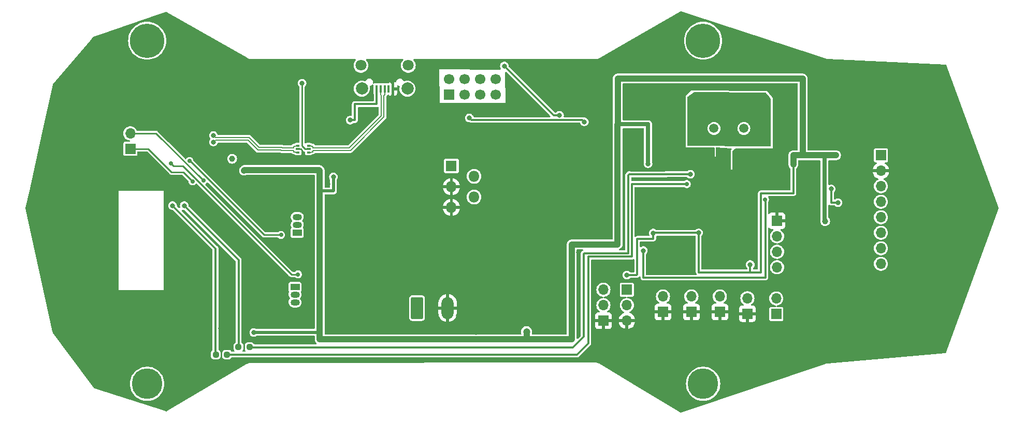
<source format=gbr>
%TF.GenerationSoftware,KiCad,Pcbnew,7.0.5*%
%TF.CreationDate,2023-07-07T07:55:25+07:00*%
%TF.ProjectId,THUC_TAPP,54485543-5f54-4415-9050-2e6b69636164,rev?*%
%TF.SameCoordinates,Original*%
%TF.FileFunction,Copper,L2,Bot*%
%TF.FilePolarity,Positive*%
%FSLAX46Y46*%
G04 Gerber Fmt 4.6, Leading zero omitted, Abs format (unit mm)*
G04 Created by KiCad (PCBNEW 7.0.5) date 2023-07-07 07:55:25*
%MOMM*%
%LPD*%
G01*
G04 APERTURE LIST*
G04 Aperture macros list*
%AMRoundRect*
0 Rectangle with rounded corners*
0 $1 Rounding radius*
0 $2 $3 $4 $5 $6 $7 $8 $9 X,Y pos of 4 corners*
0 Add a 4 corners polygon primitive as box body*
4,1,4,$2,$3,$4,$5,$6,$7,$8,$9,$2,$3,0*
0 Add four circle primitives for the rounded corners*
1,1,$1+$1,$2,$3*
1,1,$1+$1,$4,$5*
1,1,$1+$1,$6,$7*
1,1,$1+$1,$8,$9*
0 Add four rect primitives between the rounded corners*
20,1,$1+$1,$2,$3,$4,$5,0*
20,1,$1+$1,$4,$5,$6,$7,0*
20,1,$1+$1,$6,$7,$8,$9,0*
20,1,$1+$1,$8,$9,$2,$3,0*%
G04 Aperture macros list end*
%TA.AperFunction,ComponentPad*%
%ADD10C,1.500000*%
%TD*%
%TA.AperFunction,ComponentPad*%
%ADD11R,1.700000X1.700000*%
%TD*%
%TA.AperFunction,ComponentPad*%
%ADD12C,1.700000*%
%TD*%
%TA.AperFunction,ComponentPad*%
%ADD13O,1.700000X1.700000*%
%TD*%
%TA.AperFunction,ComponentPad*%
%ADD14C,5.610000*%
%TD*%
%TA.AperFunction,ComponentPad*%
%ADD15R,1.500000X1.050000*%
%TD*%
%TA.AperFunction,ComponentPad*%
%ADD16O,1.500000X1.050000*%
%TD*%
%TA.AperFunction,ComponentPad*%
%ADD17C,5.000000*%
%TD*%
%TA.AperFunction,ComponentPad*%
%ADD18RoundRect,0.250000X-0.750000X-1.550000X0.750000X-1.550000X0.750000X1.550000X-0.750000X1.550000X0*%
%TD*%
%TA.AperFunction,ComponentPad*%
%ADD19O,2.000000X3.600000*%
%TD*%
%TA.AperFunction,ComponentPad*%
%ADD20R,1.800000X1.800000*%
%TD*%
%TA.AperFunction,ComponentPad*%
%ADD21O,1.800000X1.800000*%
%TD*%
%TA.AperFunction,SMDPad,CuDef*%
%ADD22RoundRect,0.237500X0.250000X0.237500X-0.250000X0.237500X-0.250000X-0.237500X0.250000X-0.237500X0*%
%TD*%
%TA.AperFunction,SMDPad,CuDef*%
%ADD23R,0.500000X0.375000*%
%TD*%
%TA.AperFunction,SMDPad,CuDef*%
%ADD24R,0.650000X0.300000*%
%TD*%
%TA.AperFunction,SMDPad,CuDef*%
%ADD25R,0.450000X1.300000*%
%TD*%
%TA.AperFunction,ComponentPad*%
%ADD26C,1.800000*%
%TD*%
%TA.AperFunction,ComponentPad*%
%ADD27C,2.000000*%
%TD*%
%TA.AperFunction,ViaPad*%
%ADD28C,0.800000*%
%TD*%
%TA.AperFunction,ViaPad*%
%ADD29C,1.200000*%
%TD*%
%TA.AperFunction,ViaPad*%
%ADD30C,1.000000*%
%TD*%
%TA.AperFunction,ViaPad*%
%ADD31C,0.700000*%
%TD*%
%TA.AperFunction,Conductor*%
%ADD32C,0.300000*%
%TD*%
%TA.AperFunction,Conductor*%
%ADD33C,1.000000*%
%TD*%
%TA.AperFunction,Conductor*%
%ADD34C,0.700000*%
%TD*%
%TA.AperFunction,Conductor*%
%ADD35C,0.500000*%
%TD*%
%TA.AperFunction,Conductor*%
%ADD36C,0.450000*%
%TD*%
%TA.AperFunction,Conductor*%
%ADD37C,0.250000*%
%TD*%
%TA.AperFunction,Conductor*%
%ADD38C,0.350000*%
%TD*%
%TA.AperFunction,Conductor*%
%ADD39C,0.200000*%
%TD*%
G04 APERTURE END LIST*
D10*
%TO.P,Y1,1,1*%
%TO.N,/HSE_IN*%
X208670000Y-63090000D03*
%TO.P,Y1,2,2*%
%TO.N,/HSE_OUT*%
X203790000Y-63090000D03*
%TD*%
D11*
%TO.P,U2,1,GND*%
%TO.N,GND*%
X160498800Y-57571200D03*
D12*
%TO.P,U2,2,VCC*%
%TO.N,3.3V_3A_OUT*%
X160498800Y-55031200D03*
%TO.P,U2,3,CE*%
%TO.N,NRF_CE*%
X163038800Y-57571200D03*
%TO.P,U2,4,~{CSN}*%
%TO.N,NRF_CSN*%
X163038800Y-55031200D03*
%TO.P,U2,5,SCK*%
%TO.N,NRF_SCK*%
X165578800Y-57571200D03*
%TO.P,U2,6,MOSI*%
%TO.N,NRF_MOSI*%
X165578800Y-55031200D03*
%TO.P,U2,7,MISO*%
%TO.N,NRF_MISO*%
X168118800Y-57571200D03*
%TO.P,U2,8,IRQ*%
%TO.N,NRF_IRQ*%
X168118800Y-55031200D03*
%TD*%
D11*
%TO.P,J7,1,Pin_1*%
%TO.N,GND*%
X214092800Y-78201700D03*
D13*
%TO.P,J7,2,Pin_2*%
%TO.N,/SWCLK*%
X214092800Y-80741700D03*
%TO.P,J7,3,Pin_3*%
%TO.N,/SWDIO*%
X214092800Y-83281700D03*
%TO.P,J7,4,Pin_4*%
%TO.N,Net-(D1-A)*%
X214092800Y-85821700D03*
%TD*%
D14*
%TO.P,H4,*%
%TO.N,*%
X111129600Y-48717200D03*
%TD*%
D15*
%TO.P,Q2,1,E*%
%TO.N,/ESP8266_12F/DTR*%
X135658800Y-80143200D03*
D16*
%TO.P,Q2,2,B*%
%TO.N,Net-(Q2-B)*%
X135658800Y-78873200D03*
%TO.P,Q2,3,C*%
%TO.N,/ESP8266_12F/GPIO0*%
X135658800Y-77603200D03*
%TD*%
D17*
%TO.P,H2,*%
%TO.N,*%
X111129600Y-104902000D03*
%TD*%
D11*
%TO.P,J5,1,Pin_1*%
%TO.N,GND*%
X204747300Y-93146700D03*
D13*
%TO.P,J5,2,Pin_2*%
%TO.N,TIM1_CH3*%
X204747300Y-90606700D03*
%TD*%
D11*
%TO.P,J11,1,Pin_1*%
%TO.N,GPIO5_ESP*%
X108374800Y-66427200D03*
D13*
%TO.P,J11,2,Pin_2*%
%TO.N,GPIO4_ESP*%
X108374800Y-63887200D03*
%TD*%
D15*
%TO.P,Q1,1,E*%
%TO.N,/ESP8266_12F/RTS*%
X135298800Y-89030000D03*
D16*
%TO.P,Q1,2,B*%
%TO.N,Net-(Q1-B)*%
X135298800Y-90300000D03*
%TO.P,Q1,3,C*%
%TO.N,/ESP8266_12F/RST_ESP*%
X135298800Y-91570000D03*
%TD*%
D17*
%TO.P,H3,*%
%TO.N,*%
X202010800Y-104902000D03*
%TD*%
D11*
%TO.P,J4,1,Pin_1*%
%TO.N,GND*%
X185719550Y-94582950D03*
D13*
%TO.P,J4,2,Pin_2*%
%TO.N,/BOOTO*%
X185719550Y-92042950D03*
%TO.P,J4,3,Pin_3*%
%TO.N,3.3V_3A_OUT*%
X185719550Y-89502950D03*
%TD*%
D11*
%TO.P,J2,1,Pin_1*%
%TO.N,GND*%
X200097300Y-93146700D03*
D13*
%TO.P,J2,2,Pin_2*%
%TO.N,TIM1_CH2*%
X200097300Y-90606700D03*
%TD*%
D11*
%TO.P,J8,1,Pin_1*%
%TO.N,GND*%
X209247300Y-93421700D03*
D13*
%TO.P,J8,2,Pin_2*%
%TO.N,TIM1_CH4*%
X209247300Y-90881700D03*
%TD*%
D11*
%TO.P,J3,1,Pin_1*%
%TO.N,3.3V_3A_OUT*%
X189549550Y-89497950D03*
D13*
%TO.P,J3,2,Pin_2*%
%TO.N,/BOOT1*%
X189549550Y-92037950D03*
%TO.P,J3,3,Pin_3*%
%TO.N,GND*%
X189549550Y-94577950D03*
%TD*%
D18*
%TO.P,J10,1,Pin_1*%
%TO.N,/power/12V_INPUT*%
X155244800Y-92496200D03*
D19*
%TO.P,J10,2,Pin_2*%
%TO.N,GND*%
X160244800Y-92496200D03*
%TD*%
D11*
%TO.P,J1,1,Pin_1*%
%TO.N,GND*%
X195447300Y-93146700D03*
D13*
%TO.P,J1,2,Pin_2*%
%TO.N,TIM1_CH1*%
X195447300Y-90606700D03*
%TD*%
D11*
%TO.P,J9,1,Pin_1*%
%TO.N,3.3V_3A_OUT*%
X231067300Y-67481700D03*
D13*
%TO.P,J9,2,Pin_2*%
%TO.N,GND*%
X231067300Y-70021700D03*
%TO.P,J9,3,Pin_3*%
%TO.N,SCL_MPU*%
X231067300Y-72561700D03*
%TO.P,J9,4,Pin_4*%
%TO.N,SDA_MPU*%
X231067300Y-75101700D03*
%TO.P,J9,5,Pin_5*%
%TO.N,unconnected-(J9-Pin_5-Pad5)*%
X231067300Y-77641700D03*
%TO.P,J9,6,Pin_6*%
%TO.N,unconnected-(J9-Pin_6-Pad6)*%
X231067300Y-80181700D03*
%TO.P,J9,7,Pin_7*%
%TO.N,unconnected-(J9-Pin_7-Pad7)*%
X231067300Y-82721700D03*
%TO.P,J9,8,Pin_8*%
%TO.N,unconnected-(J9-Pin_8-Pad8)*%
X231067300Y-85261700D03*
%TD*%
D20*
%TO.P,U3,1,VIN*%
%TO.N,/power/LMS_Vin*%
X160862800Y-69222200D03*
D21*
%TO.P,U3,2,OUT*%
%TO.N,/power/diode*%
X164562800Y-70922200D03*
%TO.P,U3,3,GND*%
%TO.N,GND*%
X160862800Y-72622200D03*
%TO.P,U3,4,FB*%
%TO.N,3.3V_3A_OUT*%
X164562800Y-74322200D03*
%TO.P,U3,5,~{ON}/OFF*%
%TO.N,GND*%
X160862800Y-76022200D03*
%TD*%
D11*
%TO.P,J6,1,Pin_1*%
%TO.N,Net-(J6-Pin_1)*%
X213963550Y-93464950D03*
D13*
%TO.P,J6,2,Pin_2*%
%TO.N,Net-(J6-Pin_2)*%
X213963550Y-90924950D03*
%TD*%
D22*
%TO.P,R3,1*%
%TO.N,Net-(U1-PA2)*%
X127880000Y-98870000D03*
%TO.P,R3,2*%
%TO.N,RXD_ESP*%
X126055000Y-98870000D03*
%TD*%
D23*
%TO.P,U6,1,I/O1*%
%TO.N,/ESP8266_12F/USB_D+*%
X135797400Y-67004200D03*
D24*
%TO.P,U6,2,GND*%
%TO.N,GND*%
X135722400Y-66466700D03*
D23*
%TO.P,U6,3,I/O2*%
%TO.N,/ESP8266_12F/USB_D-*%
X135797400Y-65929200D03*
%TO.P,U6,4,I/O2*%
%TO.N,/ESP8266_12F/USB_COM_D-*%
X137497400Y-65929200D03*
D24*
%TO.P,U6,5,VBUS*%
%TO.N,/ESP8266_12F/5V_local*%
X137572400Y-66466700D03*
D23*
%TO.P,U6,6,I/O1*%
%TO.N,/ESP8266_12F/USB_COM_D+*%
X137497400Y-67004200D03*
%TD*%
D22*
%TO.P,R4,1*%
%TO.N,Net-(U1-PA3)*%
X124170000Y-100120000D03*
%TO.P,R4,2*%
%TO.N,TXD_ESP*%
X122345000Y-100120000D03*
%TD*%
D14*
%TO.P,H1,*%
%TO.N,*%
X202010800Y-48717200D03*
%TD*%
D25*
%TO.P,J12,1,VBUS*%
%TO.N,/ESP8266_12F/VBUS_USB*%
X148650000Y-56620000D03*
%TO.P,J12,2,D-*%
%TO.N,/ESP8266_12F/USB_COM_D-*%
X149300000Y-56620000D03*
%TO.P,J12,3,D+*%
%TO.N,/ESP8266_12F/USB_COM_D+*%
X149950000Y-56620000D03*
%TO.P,J12,4,ID*%
%TO.N,unconnected-(J12-ID-Pad4)*%
X150600000Y-56620000D03*
%TO.P,J12,5,GND*%
%TO.N,GND*%
X151250000Y-56620000D03*
D26*
%TO.P,J12,6,Shield*%
%TO.N,unconnected-(J12-Shield-Pad6)*%
X146075000Y-52770000D03*
D27*
X146225000Y-56570000D03*
X153675000Y-56570000D03*
D26*
X153825000Y-52770000D03*
%TD*%
D28*
%TO.N,GND*%
X132660000Y-82380000D03*
X132200000Y-89870000D03*
X132440000Y-87120000D03*
X124350000Y-71200000D03*
X120650000Y-69330000D03*
%TO.N,3.3V_3A_OUT*%
X193870000Y-80220000D03*
X128565538Y-96503062D03*
D29*
X173142800Y-96377200D03*
D28*
X209710000Y-85380000D03*
D30*
X216770500Y-68990500D03*
D28*
X201265800Y-80188677D03*
D30*
X125018200Y-68055016D03*
X223744800Y-67477200D03*
D28*
X141575800Y-71033200D03*
D30*
X221970000Y-78280000D03*
X126970800Y-69984700D03*
D28*
X189560000Y-87090000D03*
X193010800Y-68874200D03*
%TO.N,GND*%
X216370000Y-59030000D03*
X245099458Y-75516200D03*
X212079458Y-103456200D03*
X242559458Y-72976200D03*
X125719458Y-60276200D03*
X212079458Y-93296200D03*
X118099458Y-83136200D03*
X155420000Y-55540000D03*
X102859458Y-65356200D03*
X97779458Y-60276200D03*
X196839458Y-52656200D03*
X95239458Y-78056200D03*
X205830000Y-76920000D03*
X212079458Y-98376200D03*
X184139458Y-85676200D03*
X107939458Y-57736200D03*
X238800000Y-99690000D03*
X124730000Y-91530000D03*
X158739458Y-75516200D03*
X105399458Y-55196200D03*
X195477300Y-95451700D03*
X140670000Y-72180000D03*
X151110000Y-59670000D03*
X227319458Y-93296200D03*
X123179458Y-50116200D03*
X198560000Y-56940000D03*
X125490000Y-62210000D03*
X156199458Y-52656200D03*
X102859458Y-93296200D03*
X118099458Y-47576200D03*
X113019458Y-70436200D03*
X242559458Y-75516200D03*
X232399458Y-93296200D03*
X181670000Y-83370000D03*
X191759458Y-95836200D03*
X228740000Y-71320000D03*
X133339458Y-52656200D03*
X159350000Y-87320000D03*
X97779458Y-90756200D03*
X164920000Y-96520000D03*
X242559458Y-62816200D03*
X229859458Y-55196200D03*
X219699458Y-70436200D03*
X93460000Y-71960000D03*
X223000000Y-87140000D03*
X194210000Y-88400000D03*
X246750000Y-69530000D03*
X163819458Y-52656200D03*
X152970000Y-85810000D03*
X240019458Y-67896200D03*
X115559458Y-47576200D03*
X191759458Y-52656200D03*
X105399458Y-72976200D03*
X156199458Y-83136200D03*
X193050000Y-92390000D03*
X154290000Y-79700000D03*
X100319458Y-88216200D03*
X156199458Y-60276200D03*
X216200000Y-61700000D03*
X227319458Y-83136200D03*
X200210000Y-65220000D03*
X194299458Y-105996200D03*
X148579458Y-52656200D03*
X123179458Y-95836200D03*
X233620000Y-86230000D03*
X163819458Y-90756200D03*
X224779458Y-60276200D03*
X224779458Y-55196200D03*
X124160000Y-92480000D03*
X97779458Y-72976200D03*
X110479458Y-70436200D03*
X156199458Y-78056200D03*
X179059458Y-55196200D03*
X130799458Y-90756200D03*
X170510000Y-91320000D03*
X115559458Y-98376200D03*
D31*
X136568800Y-67697200D03*
D28*
X146039458Y-60276200D03*
X107939458Y-105996200D03*
X232399458Y-62816200D03*
X234939458Y-55196200D03*
X105399458Y-67896200D03*
X97779458Y-80596200D03*
X115559458Y-85676200D03*
X189219458Y-100916200D03*
X120639458Y-50116200D03*
X124470000Y-79400000D03*
X227319458Y-98376200D03*
X162540000Y-92770000D03*
X95239458Y-80596200D03*
X233900000Y-99730000D03*
X205710000Y-61550000D03*
X161279458Y-88216200D03*
X227319458Y-95836200D03*
X222239458Y-60276200D03*
X110530000Y-71700000D03*
X196839458Y-47576200D03*
X240019458Y-65356200D03*
X120320000Y-57050000D03*
X232399458Y-65356200D03*
X164940000Y-93660000D03*
X219699458Y-57736200D03*
X105399458Y-93296200D03*
X218270000Y-71820000D03*
X100319458Y-98376200D03*
X196839458Y-103456200D03*
X196839458Y-50116200D03*
X133339458Y-78056200D03*
X225950000Y-100190000D03*
X107939458Y-52656200D03*
X173979458Y-55196200D03*
X105399458Y-103456200D03*
X163819458Y-93296200D03*
X201919458Y-95836200D03*
X204459458Y-100916200D03*
X189219458Y-98376200D03*
X227640000Y-53200000D03*
D31*
X120058800Y-58934200D03*
D28*
X214619458Y-50116200D03*
X228540000Y-76320000D03*
X184139458Y-75516200D03*
X156980000Y-74440000D03*
X194299458Y-52656200D03*
X196839458Y-100916200D03*
X227319458Y-90756200D03*
X182570000Y-100680000D03*
X237479458Y-57736200D03*
X102859458Y-103456200D03*
X151119458Y-75516200D03*
X224779458Y-52656200D03*
X189219458Y-52656200D03*
X151700000Y-79890000D03*
X189559550Y-96622950D03*
X201919458Y-100916200D03*
X227319458Y-57736200D03*
X206999458Y-52656200D03*
X123170000Y-62440000D03*
X192980000Y-56610000D03*
X240019458Y-95836200D03*
X107939458Y-60276200D03*
X120639458Y-55196200D03*
X142740000Y-68150000D03*
X204810000Y-73590000D03*
X222239458Y-62816200D03*
X157790000Y-53550000D03*
X240019458Y-98376200D03*
X222239458Y-55196200D03*
X186679458Y-72976200D03*
X100319458Y-52656200D03*
X128259458Y-83136200D03*
X222239458Y-95836200D03*
X228530000Y-86720000D03*
X92699458Y-78056200D03*
X240019458Y-70436200D03*
X168899458Y-90756200D03*
X225760000Y-89230000D03*
X118099458Y-80596200D03*
X140959458Y-65356200D03*
X151119458Y-72976200D03*
X173979458Y-52656200D03*
X224779458Y-62816200D03*
X172440000Y-57590000D03*
X118099458Y-100916200D03*
X234939458Y-60276200D03*
X102859458Y-88216200D03*
X228440000Y-79270000D03*
X97779458Y-83136200D03*
X201919458Y-62816200D03*
X191759458Y-103456200D03*
X120639458Y-85676200D03*
X96040000Y-59630000D03*
X227319458Y-62816200D03*
X107939458Y-100916200D03*
X196839458Y-60276200D03*
X227319458Y-80596200D03*
X186679458Y-75516200D03*
X115559458Y-50116200D03*
X237479458Y-55196200D03*
X186679458Y-57736200D03*
X120639458Y-67896200D03*
X170680000Y-55930000D03*
X102859458Y-72976200D03*
X162490000Y-77980000D03*
X158739458Y-78056200D03*
X194000000Y-83680000D03*
X105399458Y-52656200D03*
X191759458Y-100916200D03*
X113050000Y-69410000D03*
X240019458Y-88216200D03*
X196839458Y-65356200D03*
X156199458Y-62816200D03*
X206910000Y-74590000D03*
X200067300Y-95431700D03*
X224779458Y-90756200D03*
X204459458Y-98376200D03*
X199510000Y-67450000D03*
X229859458Y-60276200D03*
X102859458Y-83136200D03*
X151119458Y-52656200D03*
X242559458Y-60276200D03*
X191680000Y-68260000D03*
X123430000Y-91430000D03*
X240019458Y-93296200D03*
X100319458Y-95836200D03*
X227319458Y-65356200D03*
X209539458Y-50116200D03*
X230680000Y-53310000D03*
X120639458Y-103456200D03*
X170790000Y-87560000D03*
X134910000Y-97760000D03*
X247639458Y-75516200D03*
X113019458Y-55196200D03*
X240019458Y-57736200D03*
X162210000Y-91340000D03*
X240019458Y-90756200D03*
X245099458Y-85676200D03*
X113240000Y-62430000D03*
X242559458Y-93296200D03*
X184139458Y-55196200D03*
X224779458Y-57736200D03*
X196839458Y-57736200D03*
X120639458Y-52656200D03*
X127170000Y-93480000D03*
X118099458Y-103456200D03*
X184139458Y-52656200D03*
X209539458Y-98376200D03*
X204459458Y-52656200D03*
X196839458Y-98376200D03*
X148120000Y-60310000D03*
X241820000Y-96750000D03*
X240019458Y-62816200D03*
X120510000Y-99200000D03*
X202820000Y-65420000D03*
X194057300Y-67611700D03*
X190430000Y-66730000D03*
X97779458Y-62816200D03*
X192920000Y-94940000D03*
X234939458Y-67896200D03*
X107950000Y-71700000D03*
X161279458Y-83136200D03*
X242559458Y-83136200D03*
X205610000Y-102730000D03*
X110479458Y-57736200D03*
X157140000Y-89120000D03*
X184190000Y-100400000D03*
X212079458Y-65356200D03*
X229859458Y-88216200D03*
X184500000Y-96430000D03*
X218580000Y-69570000D03*
X229859458Y-95836200D03*
X184139458Y-72976200D03*
X234939458Y-75516200D03*
X152090000Y-58380000D03*
X191300000Y-75890000D03*
X123800000Y-85690000D03*
X233660000Y-77740000D03*
X194299458Y-47576200D03*
X181599458Y-57736200D03*
X217159458Y-52656200D03*
X113090000Y-71800000D03*
X110479458Y-95836200D03*
X97779458Y-93296200D03*
X242559458Y-57736200D03*
X102859458Y-85676200D03*
X245099458Y-78056200D03*
X186679458Y-60276200D03*
X232399458Y-55196200D03*
X227319458Y-60276200D03*
X132939800Y-61254200D03*
X130799458Y-52656200D03*
X132090000Y-92210000D03*
X219699458Y-52656200D03*
X176519458Y-52656200D03*
X100319458Y-60276200D03*
X224779458Y-65356200D03*
X137260000Y-94420000D03*
X211580000Y-91770000D03*
X113019458Y-93296200D03*
X110479458Y-52656200D03*
X102859458Y-62816200D03*
X107939458Y-70436200D03*
X143499458Y-52656200D03*
X206999458Y-103456200D03*
X199379458Y-98376200D03*
X155070000Y-87220000D03*
X113019458Y-52656200D03*
X100319458Y-65356200D03*
X198670000Y-108410000D03*
X124360000Y-98680000D03*
X107380000Y-47910000D03*
X107360000Y-90940000D03*
X137590000Y-74800000D03*
X151119458Y-88216200D03*
X95239458Y-88216200D03*
D31*
X108882800Y-92970200D03*
D28*
X140959458Y-52656200D03*
X115559458Y-103456200D03*
X214619458Y-52656200D03*
X204450000Y-77170000D03*
X107939458Y-55196200D03*
X125719458Y-80596200D03*
X115559458Y-52656200D03*
X118910000Y-95490000D03*
X219800000Y-89910000D03*
X105399458Y-70436200D03*
X176519458Y-57736200D03*
X237479458Y-72976200D03*
X227319458Y-78056200D03*
X117770000Y-98990000D03*
X164990000Y-81700000D03*
X97779458Y-65356200D03*
X184139458Y-57736200D03*
X110780000Y-60020000D03*
X184260000Y-93010000D03*
X95239458Y-65356200D03*
X160260000Y-81390000D03*
X100319458Y-55196200D03*
X198650000Y-45170000D03*
X144060000Y-64350000D03*
X186679458Y-98376200D03*
X229859458Y-90756200D03*
X186679458Y-52656200D03*
X115559458Y-55196200D03*
X97779458Y-67896200D03*
X120639458Y-95836200D03*
X97779458Y-55196200D03*
X194299458Y-62816200D03*
X115559458Y-100916200D03*
X206999458Y-50116200D03*
X196839458Y-85676200D03*
X242559458Y-70436200D03*
X184139458Y-70436200D03*
X102859458Y-55196200D03*
X229859458Y-65356200D03*
X146870000Y-67060000D03*
X245099458Y-67896200D03*
X223860000Y-84680000D03*
X222239458Y-52656200D03*
X222239458Y-65356200D03*
X237479458Y-65356200D03*
X146200000Y-62320000D03*
X163819458Y-80596200D03*
X115559458Y-105996200D03*
X237479458Y-93296200D03*
X194299458Y-103456200D03*
X97779458Y-95836200D03*
X209247300Y-95371700D03*
X150200000Y-65070000D03*
X245099458Y-70436200D03*
X102859458Y-95836200D03*
X95239458Y-72976200D03*
X132939800Y-60430200D03*
X123179458Y-52656200D03*
X105399458Y-57736200D03*
X194299458Y-60276200D03*
X191759458Y-57736200D03*
X102859458Y-70436200D03*
X100319458Y-93296200D03*
X240019458Y-78056200D03*
X123179458Y-55196200D03*
X149730000Y-53920000D03*
X212079458Y-100916200D03*
X222880000Y-100480000D03*
X216290000Y-64240000D03*
X234939458Y-98376200D03*
X110479458Y-55196200D03*
X225190000Y-71260000D03*
X128259458Y-85676200D03*
X219699458Y-62816200D03*
X217159458Y-98376200D03*
X153659458Y-70436200D03*
X191759458Y-98376200D03*
X118890000Y-62350000D03*
X137560000Y-71990000D03*
X151119458Y-85676200D03*
X237479458Y-70436200D03*
X214619458Y-65356200D03*
X186679458Y-100916200D03*
X105399458Y-90756200D03*
X237479458Y-80596200D03*
X194299458Y-65356200D03*
X222239458Y-57736200D03*
X242559458Y-65356200D03*
X158739458Y-62816200D03*
X229859458Y-57736200D03*
X234939458Y-57736200D03*
X222239458Y-85676200D03*
X100319458Y-100916200D03*
X133339458Y-67896200D03*
X229859458Y-62816200D03*
X186679458Y-55196200D03*
X212010000Y-59190000D03*
X189610000Y-58960000D03*
X166680000Y-96330000D03*
X234939458Y-95836200D03*
X227319458Y-55196200D03*
X118099458Y-50116200D03*
X163819458Y-85676200D03*
X237479458Y-78056200D03*
X214619458Y-60276200D03*
X206999458Y-62816200D03*
X204827300Y-95441700D03*
X156199458Y-80596200D03*
X105399458Y-95836200D03*
X205600000Y-64830000D03*
X227319458Y-85676200D03*
X161279458Y-62816200D03*
X137300800Y-60740200D03*
X228810000Y-73780000D03*
X163130000Y-79140000D03*
X249490000Y-76240000D03*
X145240000Y-54660000D03*
X206999458Y-72976200D03*
X143780000Y-70200000D03*
X227319458Y-88216200D03*
X95239458Y-85676200D03*
X223617800Y-69509200D03*
X247639458Y-78056200D03*
X209539458Y-52656200D03*
X234440000Y-53470000D03*
X105399458Y-83136200D03*
X158739458Y-80596200D03*
X242559458Y-88216200D03*
X232399458Y-88216200D03*
X102859458Y-98376200D03*
X219720000Y-71800000D03*
X100319458Y-83136200D03*
X223610000Y-71180000D03*
X179059458Y-57736200D03*
X120639458Y-100916200D03*
X206999458Y-93296200D03*
X219699458Y-65356200D03*
X191759458Y-93296200D03*
X186679458Y-62816200D03*
X242559458Y-85676200D03*
X138419458Y-62816200D03*
X196839458Y-105996200D03*
X105399458Y-62816200D03*
X212079458Y-50116200D03*
X217159458Y-83136200D03*
X158739458Y-60276200D03*
X115559458Y-78056200D03*
X156199458Y-75516200D03*
X247639458Y-80596200D03*
X128300000Y-76720000D03*
X100319458Y-78056200D03*
X102859458Y-78056200D03*
X240019458Y-72976200D03*
X198060000Y-86700000D03*
X212079458Y-52656200D03*
X113019458Y-98376200D03*
X234939458Y-70436200D03*
X95239458Y-83136200D03*
X186679458Y-80596200D03*
X122090000Y-101930000D03*
X228410000Y-84360000D03*
X100319458Y-62816200D03*
X191759458Y-50116200D03*
X202350000Y-83890000D03*
X212079458Y-62816200D03*
X234939458Y-72976200D03*
X185710000Y-85300000D03*
X102859458Y-80596200D03*
X124530000Y-102430000D03*
X245099458Y-72976200D03*
X237479458Y-60276200D03*
X201919458Y-98376200D03*
X105399458Y-50116200D03*
X181599458Y-52656200D03*
X206990000Y-91390000D03*
X105399458Y-78056200D03*
X237479458Y-98376200D03*
X224779458Y-93296200D03*
X151119458Y-78056200D03*
X214619458Y-88216200D03*
X214619458Y-62816200D03*
X240019458Y-75516200D03*
X105399458Y-60276200D03*
X158739458Y-52656200D03*
X219699458Y-95836200D03*
X100319458Y-85676200D03*
X158739458Y-83136200D03*
X201919458Y-52656200D03*
X114440000Y-45440000D03*
X231380000Y-99730000D03*
X237479458Y-75516200D03*
X100319458Y-70436200D03*
X200270000Y-59200000D03*
X154270000Y-77410000D03*
X234939458Y-85676200D03*
X125900000Y-58600000D03*
X194299458Y-98376200D03*
X234939458Y-90756200D03*
X229859458Y-93296200D03*
D31*
X122217800Y-60331200D03*
D28*
X194299458Y-57736200D03*
X217159458Y-95836200D03*
X115660000Y-97120000D03*
X240019458Y-60276200D03*
X105399458Y-88216200D03*
X118099458Y-105996200D03*
X138419458Y-52656200D03*
X233660000Y-80740000D03*
X219699458Y-98376200D03*
X190020000Y-64370000D03*
X216330000Y-56810000D03*
X113019458Y-95836200D03*
X191759458Y-60276200D03*
X242559458Y-67896200D03*
X110479458Y-98376200D03*
X215990000Y-66300000D03*
X113019458Y-100916200D03*
X194462300Y-81741700D03*
X186679458Y-78056200D03*
X152480000Y-74110000D03*
X133530000Y-93910000D03*
X97779458Y-70436200D03*
X100319458Y-80596200D03*
X165290000Y-91500000D03*
X191759458Y-65356200D03*
X199379458Y-100916200D03*
X240019458Y-85676200D03*
X206999458Y-60276200D03*
X232399458Y-98376200D03*
X102859458Y-60276200D03*
X102859458Y-50116200D03*
X214619458Y-98376200D03*
X200230000Y-60980000D03*
X120980000Y-76550000D03*
X92699458Y-75516200D03*
X206999458Y-47576200D03*
X162030000Y-96400000D03*
X237479458Y-88216200D03*
X247639458Y-72976200D03*
X118099458Y-55196200D03*
X153659458Y-88216200D03*
X105399458Y-65356200D03*
X105399458Y-98376200D03*
X234939458Y-80596200D03*
X157704800Y-57952200D03*
X118099458Y-52656200D03*
X140959458Y-67896200D03*
X214619458Y-100916200D03*
X168700000Y-86730000D03*
X217159458Y-100916200D03*
X234939458Y-83136200D03*
X176519458Y-55196200D03*
X229859458Y-98376200D03*
X197790000Y-94160000D03*
X234939458Y-93296200D03*
X199379458Y-52656200D03*
X229010000Y-99860000D03*
X105399458Y-85676200D03*
X197750000Y-91990000D03*
X199379458Y-85676200D03*
X228490000Y-81880000D03*
X95239458Y-75516200D03*
X194299458Y-50116200D03*
X100319458Y-72976200D03*
X120639458Y-83136200D03*
X240019458Y-83136200D03*
X206999458Y-95836200D03*
X242559458Y-78056200D03*
X158040000Y-71390000D03*
X245099458Y-65356200D03*
X135879458Y-52656200D03*
X125719458Y-52656200D03*
X120760000Y-66500000D03*
X237479458Y-85676200D03*
X184139458Y-80596200D03*
X193900000Y-77040000D03*
X214619458Y-95836200D03*
X148579458Y-55196200D03*
X150696000Y-55098000D03*
X105399458Y-75516200D03*
X247000000Y-83110000D03*
X110440000Y-91020000D03*
X100319458Y-67896200D03*
X97779458Y-75516200D03*
X234939458Y-78056200D03*
X143499458Y-57736200D03*
X224779458Y-95836200D03*
X102859458Y-75516200D03*
X206520000Y-105880000D03*
X184139458Y-60276200D03*
X240019458Y-55196200D03*
X180980000Y-66150000D03*
X209539458Y-103456200D03*
X97779458Y-88216200D03*
X123179458Y-78056200D03*
X125150000Y-55330000D03*
X136920000Y-97790000D03*
X132010000Y-94500000D03*
X130799458Y-65356200D03*
X102859458Y-52656200D03*
X232399458Y-95836200D03*
X236430000Y-99690000D03*
X183590000Y-68790000D03*
X115559458Y-80596200D03*
X217260000Y-89770000D03*
X234939458Y-88216200D03*
X132630800Y-64628200D03*
X232399458Y-60276200D03*
X232399458Y-57736200D03*
X233550000Y-83400000D03*
X161279458Y-52656200D03*
X102859458Y-67896200D03*
X138419458Y-67896200D03*
X242559458Y-90756200D03*
X138170000Y-64710000D03*
X100319458Y-90756200D03*
X184630000Y-98190000D03*
X219699458Y-60276200D03*
X179059458Y-52656200D03*
X232399458Y-90756200D03*
X171439458Y-52656200D03*
X169050000Y-88530000D03*
X102859458Y-57736200D03*
X107939458Y-98376200D03*
X102859458Y-90756200D03*
X107939458Y-95836200D03*
X217440000Y-77280000D03*
X105399458Y-100916200D03*
X234939458Y-62816200D03*
X161279458Y-85676200D03*
X116780000Y-79760000D03*
X234939458Y-65356200D03*
X204459458Y-75516200D03*
X205920000Y-59260000D03*
X97779458Y-85676200D03*
X214619458Y-57736200D03*
X209539458Y-100916200D03*
X212079458Y-95836200D03*
X221170000Y-88440000D03*
X105399458Y-80596200D03*
X133266800Y-76333200D03*
X237479458Y-62816200D03*
X95239458Y-67896200D03*
X118099458Y-85676200D03*
X237479458Y-90756200D03*
X245099458Y-80596200D03*
X100319458Y-75516200D03*
X143499458Y-55196200D03*
X95239458Y-70436200D03*
X209539458Y-65356200D03*
X181599458Y-55196200D03*
X219699458Y-83136200D03*
X223227300Y-83291700D03*
X153659458Y-62816200D03*
X105360000Y-48350000D03*
X222239458Y-93296200D03*
X124750000Y-95800000D03*
X154210000Y-74920000D03*
X237479458Y-83136200D03*
X157030000Y-84700000D03*
X162000000Y-93700000D03*
X116470000Y-60550000D03*
X194299458Y-100916200D03*
X219699458Y-55196200D03*
X237479458Y-67896200D03*
X189219458Y-50116200D03*
X115559458Y-83136200D03*
X128259458Y-52656200D03*
X207530000Y-85529500D03*
X239250000Y-53640000D03*
X201390000Y-57760000D03*
X201919458Y-93296200D03*
X240019458Y-80596200D03*
X220310000Y-69110000D03*
X242559458Y-80596200D03*
X222239458Y-98376200D03*
X97779458Y-57736200D03*
X205950000Y-57600000D03*
X166359458Y-83136200D03*
X244540000Y-62640000D03*
X100319458Y-57736200D03*
X237479458Y-95836200D03*
X97779458Y-78056200D03*
X184139458Y-78056200D03*
X185699550Y-96772950D03*
X245099458Y-83136200D03*
X206999458Y-98376200D03*
X198830000Y-103200000D03*
X196839458Y-62816200D03*
X158739458Y-85676200D03*
X244560000Y-88290000D03*
X95239458Y-62816200D03*
X114230000Y-108050000D03*
X110479458Y-100916200D03*
X110479458Y-93296200D03*
X219699458Y-100916200D03*
X202060000Y-91760000D03*
X224779458Y-98376200D03*
X163819458Y-88216200D03*
X206999458Y-100916200D03*
X130799458Y-88216200D03*
X107939458Y-103456200D03*
X113170000Y-91100000D03*
X209580000Y-79280000D03*
X200250000Y-62510000D03*
X102859458Y-100916200D03*
%TO.N,/ESP8266_12F/5V_local*%
X136460000Y-55680000D03*
%TO.N,/ESP8266_12F/VBUS_USB*%
X144315800Y-61728200D03*
D31*
%TO.N,GPIO5_ESP*%
X118534800Y-71761200D03*
%TO.N,GPIO4_ESP*%
X120314542Y-71632458D03*
%TO.N,/ESP8266_12F/DTR*%
X118059244Y-68426756D03*
X133012800Y-80524200D03*
%TO.N,/ESP8266_12F/RTS*%
X115020000Y-68840000D03*
X135790800Y-86985200D03*
D28*
%TO.N,Net-(U1-PB9)*%
X224047300Y-75231700D03*
X222960000Y-73000000D03*
%TO.N,Net-(U1-PA5)*%
X182596800Y-62016200D03*
X163800800Y-61381200D03*
%TO.N,Net-(U1-PA7)*%
X178532800Y-60940700D03*
X169515800Y-52872200D03*
%TO.N,RXD_ESP*%
X117191800Y-75732200D03*
%TO.N,TXD_ESP*%
X115286800Y-75732200D03*
%TO.N,/ESP8266_12F/USB_D+*%
X121963800Y-65315200D03*
%TO.N,/ESP8266_12F/USB_D-*%
X121963800Y-64265200D03*
D31*
%TO.N,Net-(U1-BOOT0)*%
X212125300Y-74744200D03*
D28*
X192237800Y-83098200D03*
%TO.N,Net-(U1-PA2)*%
X199924391Y-70580791D03*
D31*
%TO.N,Net-(U1-PA3)*%
X199329936Y-72199844D03*
%TD*%
D32*
%TO.N,3.3V_3A_OUT*%
X201265800Y-86575800D02*
X201330000Y-86640000D01*
D33*
X173142800Y-97587200D02*
X173090000Y-97640000D01*
D34*
X193010800Y-62419200D02*
X193032800Y-62397200D01*
D33*
X139416800Y-73319200D02*
X139340000Y-73242400D01*
D32*
X193870000Y-81130000D02*
X193870000Y-80220000D01*
D33*
X218283800Y-54963800D02*
X218283800Y-67477200D01*
D32*
X209710000Y-85380000D02*
X209710000Y-86630000D01*
D33*
X218224200Y-54904200D02*
X218283800Y-54963800D01*
X173090000Y-97640000D02*
X139330000Y-97640000D01*
D32*
X191300000Y-81150000D02*
X193850000Y-81150000D01*
D35*
X141575800Y-71033200D02*
X141575800Y-73319200D01*
D32*
X193870000Y-80220000D02*
X193901323Y-80188677D01*
D35*
X128565538Y-96503062D02*
X128608600Y-96460000D01*
D33*
X139330000Y-73406000D02*
X139416800Y-73319200D01*
D32*
X209700000Y-86640000D02*
X211425800Y-86640000D01*
D33*
X173142800Y-96377200D02*
X173142800Y-97587200D01*
D34*
X221847300Y-78157300D02*
X221847300Y-67477200D01*
D32*
X216769800Y-73700200D02*
X216770500Y-73699500D01*
D33*
X139330000Y-96317200D02*
X139330000Y-73406000D01*
X188030000Y-82080000D02*
X188030000Y-62425000D01*
D34*
X221847300Y-67477200D02*
X223744800Y-67477200D01*
X193032800Y-62397200D02*
X188057800Y-62397200D01*
D33*
X139340000Y-73242400D02*
X139340000Y-69990000D01*
D32*
X193850000Y-81150000D02*
X193870000Y-81130000D01*
D33*
X188030000Y-62425000D02*
X188057800Y-62397200D01*
X216770500Y-67477200D02*
X218283800Y-67477200D01*
X188075800Y-54904200D02*
X218224200Y-54904200D01*
D32*
X201265800Y-80188677D02*
X201265800Y-86575800D01*
D33*
X188050000Y-62389400D02*
X188050000Y-54930000D01*
X139240200Y-69890200D02*
X127065300Y-69890200D01*
D35*
X139187200Y-96460000D02*
X139330000Y-96317200D01*
D32*
X211449800Y-73700200D02*
X216769800Y-73700200D01*
D33*
X139340000Y-69990000D02*
X139240200Y-69890200D01*
D32*
X191232800Y-87027200D02*
X191232800Y-81217200D01*
X189560000Y-87090000D02*
X191170000Y-87090000D01*
X191232800Y-81217200D02*
X191300000Y-81150000D01*
D35*
X128608600Y-96460000D02*
X139187200Y-96460000D01*
D32*
X211425800Y-73724200D02*
X211449800Y-73700200D01*
D33*
X139330000Y-97640000D02*
X139330000Y-96317200D01*
D32*
X209710000Y-86630000D02*
X209700000Y-86640000D01*
D34*
X193010800Y-68874200D02*
X193010800Y-62419200D01*
D33*
X180520000Y-82100000D02*
X180540000Y-82080000D01*
X127065300Y-69890200D02*
X126970800Y-69984700D01*
D32*
X201330000Y-86640000D02*
X209700000Y-86640000D01*
D33*
X188057800Y-62397200D02*
X188050000Y-62389400D01*
D32*
X193901323Y-80188677D02*
X201265800Y-80188677D01*
X216770500Y-73699500D02*
X216770500Y-68990500D01*
X191170000Y-87090000D02*
X191232800Y-87027200D01*
D33*
X180520000Y-97610000D02*
X180520000Y-96340000D01*
X173142800Y-97587200D02*
X173165600Y-97610000D01*
X173165600Y-97610000D02*
X180520000Y-97610000D01*
D34*
X221970000Y-78280000D02*
X221847300Y-78157300D01*
D33*
X188050000Y-54930000D02*
X188075800Y-54904200D01*
X223744800Y-67477200D02*
X218283800Y-67477200D01*
D35*
X141575800Y-73319200D02*
X139416800Y-73319200D01*
D33*
X180540000Y-82080000D02*
X188030000Y-82080000D01*
D32*
X211425800Y-86640000D02*
X211425800Y-73724200D01*
D33*
X216770500Y-68990500D02*
X216770500Y-67477200D01*
X180520000Y-96340000D02*
X180520000Y-82100000D01*
D36*
%TO.N,GND*%
X151250000Y-55652000D02*
X151250000Y-56620000D01*
X150696000Y-55098000D02*
X151250000Y-55652000D01*
D37*
X136441800Y-67570200D02*
X136568800Y-67697200D01*
X136441800Y-66681200D02*
X136441800Y-67570200D01*
X136227300Y-66466700D02*
X136441800Y-66681200D01*
X135722400Y-66466700D02*
X136227300Y-66466700D01*
%TO.N,/ESP8266_12F/5V_local*%
X136460000Y-55680000D02*
X136441800Y-55698200D01*
X136947400Y-66466700D02*
X137572400Y-66466700D01*
X136441800Y-65961100D02*
X136947400Y-66466700D01*
X136441800Y-55698200D02*
X136441800Y-65961100D01*
D38*
%TO.N,/ESP8266_12F/VBUS_USB*%
X145090000Y-59110000D02*
X145080000Y-59120000D01*
X145080000Y-59120000D02*
X145080000Y-61726400D01*
X145081800Y-61728200D02*
X144315800Y-61728200D01*
X145080000Y-61726400D02*
X145081800Y-61728200D01*
X148650000Y-56620000D02*
X148650000Y-59110000D01*
X148650000Y-59110000D02*
X145090000Y-59110000D01*
D39*
%TO.N,/ESP8266_12F/USB_COM_D-*%
X137872401Y-65929200D02*
X137959901Y-66016700D01*
X138197400Y-66241700D02*
X144183100Y-66241700D01*
X137959901Y-66016700D02*
X138197400Y-66016700D01*
X149400000Y-61024800D02*
X149400000Y-57695001D01*
X144183100Y-66241700D02*
X149400000Y-61024800D01*
X137497400Y-65929200D02*
X137872401Y-65929200D01*
X149300000Y-57595001D02*
X149300000Y-56620000D01*
X138197400Y-66016700D02*
X138197400Y-66241700D01*
X149400000Y-57695001D02*
X149300000Y-57595001D01*
%TO.N,/ESP8266_12F/USB_COM_D+*%
X138197400Y-66916700D02*
X138197400Y-66691700D01*
X149850000Y-61211200D02*
X149850000Y-57695001D01*
X137872401Y-67004200D02*
X137959901Y-66916700D01*
X149850000Y-57695001D02*
X149950000Y-57595001D01*
X149950000Y-57595001D02*
X149950000Y-56620000D01*
X138197400Y-66691700D02*
X144369500Y-66691700D01*
X144369500Y-66691700D02*
X149850000Y-61211200D01*
X137497400Y-67004200D02*
X137872401Y-67004200D01*
X137959901Y-66916700D02*
X138197400Y-66916700D01*
D37*
%TO.N,GPIO5_ESP*%
X117010800Y-70237200D02*
X115137200Y-70237200D01*
X118534800Y-71761200D02*
X117010800Y-70237200D01*
X111327200Y-66427200D02*
X108374800Y-66427200D01*
X115137200Y-70237200D02*
X111327200Y-66427200D01*
%TO.N,GPIO4_ESP*%
X120311058Y-71632458D02*
X112565800Y-63887200D01*
X112565800Y-63887200D02*
X108374800Y-63887200D01*
X120314542Y-71632458D02*
X120311058Y-71632458D01*
%TO.N,/ESP8266_12F/DTR*%
X118136756Y-68426756D02*
X130234200Y-80524200D01*
X130234200Y-80524200D02*
X133012800Y-80524200D01*
X118059244Y-68426756D02*
X118136756Y-68426756D01*
%TO.N,/ESP8266_12F/RTS*%
X117006689Y-69279200D02*
X134712689Y-86985200D01*
X115459200Y-69279200D02*
X117006689Y-69279200D01*
X115020000Y-68840000D02*
X115459200Y-69279200D01*
X134712689Y-86985200D02*
X135790800Y-86985200D01*
D32*
%TO.N,Net-(U1-PB9)*%
X222960000Y-73000000D02*
X222960000Y-75230000D01*
X222960000Y-75230000D02*
X222961700Y-75231700D01*
X222961700Y-75231700D02*
X224047300Y-75231700D01*
%TO.N,Net-(U1-PA5)*%
X164110300Y-61690700D02*
X163800800Y-61381200D01*
X182271300Y-61690700D02*
X164110300Y-61690700D01*
X182596800Y-62016200D02*
X182271300Y-61690700D01*
%TO.N,Net-(U1-PA7)*%
X177584300Y-60940700D02*
X178532800Y-60940700D01*
X177584300Y-60940700D02*
X169515800Y-52872200D01*
D38*
%TO.N,RXD_ESP*%
X126090000Y-98835000D02*
X126055000Y-98870000D01*
X126090000Y-84630400D02*
X126090000Y-98835000D01*
X117191800Y-75732200D02*
X126090000Y-84630400D01*
%TO.N,TXD_ESP*%
X122300000Y-100075000D02*
X122345000Y-100120000D01*
X122300000Y-82745400D02*
X122300000Y-100075000D01*
X115286800Y-75732200D02*
X122300000Y-82745400D01*
D39*
%TO.N,/ESP8266_12F/USB_D+*%
X129236600Y-66652200D02*
X127599601Y-65015201D01*
X135797400Y-67004200D02*
X135422399Y-67004200D01*
X135097400Y-66691700D02*
X133052300Y-66691700D01*
X133012800Y-66652200D02*
X129236600Y-66652200D01*
X127599601Y-65015201D02*
X122263799Y-65015201D01*
X135097400Y-66916700D02*
X135097400Y-66691700D01*
X135422399Y-67004200D02*
X135334899Y-66916700D01*
X122263799Y-65015201D02*
X121963800Y-65315200D01*
X135334899Y-66916700D02*
X135097400Y-66916700D01*
X133052300Y-66691700D02*
X133012800Y-66652200D01*
%TO.N,/ESP8266_12F/USB_D-*%
X135797400Y-65929200D02*
X135422399Y-65929200D01*
X135422399Y-65929200D02*
X135334899Y-66016700D01*
X133224506Y-66241700D02*
X133185006Y-66202200D01*
X122263799Y-64565199D02*
X121963800Y-64265200D01*
X133185006Y-66202200D02*
X129423000Y-66202200D01*
X135097400Y-66241700D02*
X133224506Y-66241700D01*
X129423000Y-66202200D02*
X127785999Y-64565199D01*
X127785999Y-64565199D02*
X122263799Y-64565199D01*
X135334899Y-66016700D02*
X135097400Y-66016700D01*
X135097400Y-66016700D02*
X135097400Y-66241700D01*
D32*
%TO.N,Net-(U1-BOOT0)*%
X192237800Y-87540000D02*
X192237800Y-83098200D01*
X212187800Y-87507800D02*
X212155600Y-87540000D01*
X212155600Y-87540000D02*
X192237800Y-87540000D01*
X212187800Y-74806700D02*
X212187800Y-87507800D01*
X212125300Y-74744200D02*
X212187800Y-74806700D01*
D38*
%TO.N,Net-(U1-PA2)*%
X127941200Y-98931200D02*
X180748800Y-98931200D01*
X195946436Y-70605000D02*
X195970645Y-70580791D01*
X127880000Y-98870000D02*
X127941200Y-98931200D01*
X182540000Y-83540000D02*
X189780000Y-83540000D01*
X182460000Y-97220000D02*
X182460000Y-83620000D01*
X182460000Y-83620000D02*
X182540000Y-83540000D01*
X189780000Y-83540000D02*
X189780000Y-70730000D01*
X195970645Y-70580791D02*
X199924391Y-70580791D01*
X180748800Y-98931200D02*
X182460000Y-97220000D01*
X189930000Y-70580000D02*
X189955000Y-70605000D01*
X189780000Y-70730000D02*
X189930000Y-70580000D01*
X189955000Y-70605000D02*
X195946436Y-70605000D01*
%TO.N,Net-(U1-PA3)*%
X190360000Y-72200000D02*
X190330000Y-72230000D01*
X183239254Y-84090000D02*
X183231800Y-84097454D01*
X195129410Y-72199844D02*
X195129254Y-72200000D01*
X183231800Y-84097454D02*
X183231800Y-98248200D01*
X190330000Y-72230000D02*
X190330000Y-84090000D01*
X195129254Y-72200000D02*
X190360000Y-72200000D01*
X199329936Y-72199844D02*
X195129410Y-72199844D01*
X190330000Y-84090000D02*
X183239254Y-84090000D01*
X183231800Y-98248200D02*
X181360000Y-100120000D01*
X181360000Y-100120000D02*
X124170000Y-100120000D01*
%TD*%
%TA.AperFunction,Conductor*%
%TO.N,GND*%
G36*
X182327285Y-82900185D02*
G01*
X182373040Y-82952989D01*
X182382984Y-83022147D01*
X182353959Y-83085703D01*
X182316311Y-83111840D01*
X182317557Y-83114122D01*
X182309772Y-83118372D01*
X182306629Y-83120725D01*
X182283856Y-83134237D01*
X182280284Y-83135868D01*
X182280279Y-83135872D01*
X182243131Y-83168060D01*
X182239690Y-83170832D01*
X182227821Y-83179719D01*
X182217335Y-83190203D01*
X182214099Y-83193216D01*
X182176948Y-83225407D01*
X182171138Y-83232113D01*
X182169991Y-83231119D01*
X182151119Y-83249991D01*
X182152113Y-83251138D01*
X182145407Y-83256948D01*
X182113216Y-83294099D01*
X182110203Y-83297335D01*
X182099719Y-83307821D01*
X182090832Y-83319690D01*
X182088060Y-83323131D01*
X182055872Y-83360279D01*
X182055868Y-83360284D01*
X182054237Y-83363856D01*
X182040725Y-83386629D01*
X182038372Y-83389772D01*
X182038370Y-83389775D01*
X182021187Y-83435844D01*
X182019494Y-83439931D01*
X181999069Y-83484658D01*
X181999068Y-83484661D01*
X181998511Y-83488537D01*
X181991959Y-83514211D01*
X181990589Y-83517884D01*
X181987079Y-83566928D01*
X181986607Y-83571321D01*
X181984500Y-83585983D01*
X181984500Y-83600791D01*
X181984342Y-83605216D01*
X181980833Y-83654268D01*
X181980833Y-83654270D01*
X181981666Y-83658099D01*
X181984500Y-83684458D01*
X181984500Y-96971678D01*
X181964815Y-97038717D01*
X181948181Y-97059359D01*
X181532181Y-97475359D01*
X181470858Y-97508844D01*
X181401166Y-97503860D01*
X181345233Y-97461988D01*
X181320816Y-97396524D01*
X181320500Y-97387678D01*
X181320500Y-83004500D01*
X181340185Y-82937461D01*
X181392989Y-82891706D01*
X181444500Y-82880500D01*
X182260246Y-82880500D01*
X182327285Y-82900185D01*
G37*
%TD.AperFunction*%
%TA.AperFunction,Conductor*%
G36*
X200737956Y-80658862D02*
G01*
X200753142Y-80670360D01*
X200773525Y-80688417D01*
X200810652Y-80747604D01*
X200815299Y-80781233D01*
X200815299Y-86547012D01*
X200814909Y-86553958D01*
X200810529Y-86592837D01*
X200821371Y-86650134D01*
X200821759Y-86652419D01*
X200830452Y-86710091D01*
X200832962Y-86718227D01*
X200835776Y-86726270D01*
X200863029Y-86777836D01*
X200864074Y-86779905D01*
X200889374Y-86832442D01*
X200894183Y-86839496D01*
X200899232Y-86846336D01*
X200930715Y-86877818D01*
X200964201Y-86939140D01*
X200959217Y-87008832D01*
X200917347Y-87064766D01*
X200851883Y-87089184D01*
X200843035Y-87089500D01*
X192812300Y-87089500D01*
X192745261Y-87069815D01*
X192699506Y-87017011D01*
X192688300Y-86965500D01*
X192688300Y-83690757D01*
X192707985Y-83623718D01*
X192730070Y-83597944D01*
X192765983Y-83566129D01*
X192862618Y-83426130D01*
X192922940Y-83267072D01*
X192943445Y-83098200D01*
X192922940Y-82929328D01*
X192920484Y-82922853D01*
X192882789Y-82823458D01*
X192862618Y-82770270D01*
X192832189Y-82726187D01*
X192808819Y-82692329D01*
X192765983Y-82630271D01*
X192638652Y-82517466D01*
X192638649Y-82517463D01*
X192488026Y-82438410D01*
X192322856Y-82397700D01*
X192152744Y-82397700D01*
X191987573Y-82438410D01*
X191864926Y-82502781D01*
X191796418Y-82516507D01*
X191731364Y-82491014D01*
X191690420Y-82434399D01*
X191683300Y-82392985D01*
X191683300Y-81724500D01*
X191702985Y-81657461D01*
X191755789Y-81611706D01*
X191807300Y-81600500D01*
X193821217Y-81600500D01*
X193828155Y-81600889D01*
X193860050Y-81604483D01*
X193867034Y-81605270D01*
X193867034Y-81605269D01*
X193867035Y-81605270D01*
X193924382Y-81594418D01*
X193926577Y-81594045D01*
X193984287Y-81585348D01*
X193984291Y-81585345D01*
X193992447Y-81582830D01*
X194000469Y-81580024D01*
X194000470Y-81580023D01*
X194000472Y-81580023D01*
X194052123Y-81552723D01*
X194054038Y-81551756D01*
X194106642Y-81526425D01*
X194106643Y-81526423D01*
X194106645Y-81526423D01*
X194113686Y-81521622D01*
X194120531Y-81516569D01*
X194120538Y-81516566D01*
X194161784Y-81475317D01*
X194163426Y-81473737D01*
X194168753Y-81468793D01*
X194173431Y-81464453D01*
X194176920Y-81461449D01*
X194203970Y-81439879D01*
X194236865Y-81391629D01*
X194238131Y-81389845D01*
X194272793Y-81342882D01*
X194272793Y-81342879D01*
X194272795Y-81342878D01*
X194276778Y-81335341D01*
X194280468Y-81327677D01*
X194280472Y-81327673D01*
X194297677Y-81271890D01*
X194298388Y-81269734D01*
X194317192Y-81215998D01*
X194317646Y-81214700D01*
X194317646Y-81214698D01*
X194319228Y-81206336D01*
X194320500Y-81197899D01*
X194320500Y-81139578D01*
X194320542Y-81137294D01*
X194322724Y-81078990D01*
X194322723Y-81078989D01*
X194321684Y-81069761D01*
X194322513Y-81069667D01*
X194320500Y-81054366D01*
X194320500Y-80812557D01*
X194340185Y-80745518D01*
X194362270Y-80719744D01*
X194398183Y-80687929D01*
X194398187Y-80687922D01*
X194403157Y-80682315D01*
X194405340Y-80684249D01*
X194449136Y-80648751D01*
X194496914Y-80639177D01*
X200670917Y-80639177D01*
X200737956Y-80658862D01*
G37*
%TD.AperFunction*%
%TA.AperFunction,Conductor*%
G36*
X212220366Y-57219645D02*
G01*
X212287287Y-57239728D01*
X212316952Y-57266806D01*
X212825963Y-57911553D01*
X213003379Y-58136280D01*
X213029470Y-58201096D01*
X213030054Y-58212958D01*
X213039842Y-65896054D01*
X213020243Y-65963119D01*
X212967497Y-66008941D01*
X212916055Y-66020212D01*
X207220871Y-66029997D01*
X207219084Y-66029975D01*
X203900008Y-65940000D01*
X203900000Y-65940000D01*
X203810000Y-65940000D01*
X203763428Y-65940000D01*
X203760205Y-65940312D01*
X199554435Y-65949721D01*
X199487352Y-65930186D01*
X199441479Y-65877485D01*
X199430158Y-65825567D01*
X199433652Y-63090000D01*
X202734417Y-63090000D01*
X202754699Y-63295932D01*
X202784733Y-63394944D01*
X202814768Y-63493954D01*
X202912315Y-63676450D01*
X202912317Y-63676452D01*
X203043589Y-63836410D01*
X203105477Y-63887199D01*
X203203550Y-63967685D01*
X203386046Y-64065232D01*
X203584066Y-64125300D01*
X203584065Y-64125300D01*
X203602529Y-64127118D01*
X203790000Y-64145583D01*
X203995934Y-64125300D01*
X204193954Y-64065232D01*
X204376450Y-63967685D01*
X204536410Y-63836410D01*
X204667685Y-63676450D01*
X204765232Y-63493954D01*
X204825300Y-63295934D01*
X204845583Y-63090000D01*
X207614417Y-63090000D01*
X207634699Y-63295932D01*
X207664733Y-63394944D01*
X207694768Y-63493954D01*
X207792315Y-63676450D01*
X207792317Y-63676452D01*
X207923589Y-63836410D01*
X207985477Y-63887199D01*
X208083550Y-63967685D01*
X208266046Y-64065232D01*
X208464066Y-64125300D01*
X208464065Y-64125300D01*
X208484347Y-64127297D01*
X208670000Y-64145583D01*
X208875934Y-64125300D01*
X209073954Y-64065232D01*
X209256450Y-63967685D01*
X209416410Y-63836410D01*
X209547685Y-63676450D01*
X209645232Y-63493954D01*
X209705300Y-63295934D01*
X209725583Y-63090000D01*
X209705300Y-62884066D01*
X209645232Y-62686046D01*
X209547685Y-62503550D01*
X209494193Y-62438370D01*
X209416410Y-62343589D01*
X209297185Y-62245745D01*
X209256450Y-62212315D01*
X209073954Y-62114768D01*
X208875934Y-62054700D01*
X208875932Y-62054699D01*
X208875934Y-62054699D01*
X208670000Y-62034417D01*
X208464067Y-62054699D01*
X208293721Y-62106373D01*
X208278567Y-62110970D01*
X208266043Y-62114769D01*
X208179768Y-62160885D01*
X208083550Y-62212315D01*
X208083548Y-62212316D01*
X208083547Y-62212317D01*
X207923589Y-62343589D01*
X207792317Y-62503547D01*
X207694769Y-62686043D01*
X207634699Y-62884067D01*
X207614417Y-63090000D01*
X204845583Y-63090000D01*
X204825300Y-62884066D01*
X204765232Y-62686046D01*
X204667685Y-62503550D01*
X204614193Y-62438370D01*
X204536410Y-62343589D01*
X204417185Y-62245745D01*
X204376450Y-62212315D01*
X204193954Y-62114768D01*
X203995934Y-62054700D01*
X203995932Y-62054699D01*
X203995934Y-62054699D01*
X203808463Y-62036235D01*
X203790000Y-62034417D01*
X203789999Y-62034417D01*
X203584067Y-62054699D01*
X203413721Y-62106373D01*
X203398567Y-62110970D01*
X203386043Y-62114769D01*
X203299768Y-62160885D01*
X203203550Y-62212315D01*
X203203548Y-62212316D01*
X203203547Y-62212317D01*
X203043589Y-62343589D01*
X202912317Y-62503547D01*
X202814769Y-62686043D01*
X202754699Y-62884067D01*
X202734417Y-63090000D01*
X199433652Y-63090000D01*
X199440000Y-58120000D01*
X199440000Y-57983535D01*
X199459685Y-57916497D01*
X199491571Y-57882888D01*
X199521866Y-57861087D01*
X200477220Y-57173589D01*
X200543130Y-57150409D01*
X200550377Y-57150240D01*
X212220366Y-57219645D01*
G37*
%TD.AperFunction*%
%TA.AperFunction,Conductor*%
G36*
X217426339Y-55724385D02*
G01*
X217472094Y-55777189D01*
X217483300Y-55828700D01*
X217483300Y-66552700D01*
X217463615Y-66619739D01*
X217410811Y-66665494D01*
X217359300Y-66676700D01*
X216818936Y-66676700D01*
X216811997Y-66676310D01*
X216783099Y-66673054D01*
X216770502Y-66671635D01*
X216770496Y-66671635D01*
X216591250Y-66691830D01*
X216591245Y-66691831D01*
X216420976Y-66751411D01*
X216268237Y-66847384D01*
X216140684Y-66974937D01*
X216044710Y-67127678D01*
X215985131Y-67297946D01*
X215985131Y-67297947D01*
X215982962Y-67317203D01*
X215964935Y-67477196D01*
X215964935Y-67477200D01*
X215969610Y-67518696D01*
X215970000Y-67525635D01*
X215970000Y-68942064D01*
X215969610Y-68949002D01*
X215965771Y-68983072D01*
X215964935Y-68990499D01*
X215964935Y-68990505D01*
X215969606Y-69031970D01*
X215969610Y-69031994D01*
X215970000Y-69035453D01*
X215970000Y-69035454D01*
X215970858Y-69043072D01*
X215970859Y-69043081D01*
X215970858Y-69043081D01*
X215985130Y-69169749D01*
X216044710Y-69340021D01*
X216090858Y-69413465D01*
X216140684Y-69492762D01*
X216268238Y-69620316D01*
X216268242Y-69620319D01*
X216273309Y-69624359D01*
X216313452Y-69681546D01*
X216320000Y-69721309D01*
X216320000Y-73125700D01*
X216300315Y-73192739D01*
X216247511Y-73238494D01*
X216196000Y-73249700D01*
X211478583Y-73249700D01*
X211471644Y-73249310D01*
X211456122Y-73247561D01*
X211432763Y-73244929D01*
X211375472Y-73255770D01*
X211373187Y-73256158D01*
X211315515Y-73264851D01*
X211307332Y-73267375D01*
X211299329Y-73270176D01*
X211247761Y-73297430D01*
X211245692Y-73298475D01*
X211193157Y-73323774D01*
X211186138Y-73328559D01*
X211179261Y-73333635D01*
X211138041Y-73374855D01*
X211136372Y-73376463D01*
X211120156Y-73391508D01*
X211116643Y-73394532D01*
X211091831Y-73414320D01*
X211091830Y-73414321D01*
X211058971Y-73462513D01*
X211057632Y-73464400D01*
X211023006Y-73511318D01*
X211019016Y-73518867D01*
X211015328Y-73526525D01*
X210998131Y-73582274D01*
X210997407Y-73584475D01*
X210978153Y-73639504D01*
X210976571Y-73647859D01*
X210975300Y-73656300D01*
X210975300Y-73714620D01*
X210975257Y-73716905D01*
X210974655Y-73733023D01*
X210973075Y-73775210D01*
X210974116Y-73784443D01*
X210973288Y-73784536D01*
X210975299Y-73799835D01*
X210975300Y-86065500D01*
X210955615Y-86132539D01*
X210902811Y-86178294D01*
X210851300Y-86189500D01*
X210284500Y-86189500D01*
X210217461Y-86169815D01*
X210171706Y-86117011D01*
X210160500Y-86065500D01*
X210160500Y-85972557D01*
X210180185Y-85905518D01*
X210202270Y-85879744D01*
X210238183Y-85847929D01*
X210334818Y-85707930D01*
X210395140Y-85548872D01*
X210415645Y-85380000D01*
X210395140Y-85211128D01*
X210334818Y-85052070D01*
X210332967Y-85049389D01*
X210300476Y-85002318D01*
X210238183Y-84912071D01*
X210110852Y-84799266D01*
X210110849Y-84799263D01*
X209960226Y-84720210D01*
X209795056Y-84679500D01*
X209624944Y-84679500D01*
X209459773Y-84720210D01*
X209309150Y-84799263D01*
X209181816Y-84912072D01*
X209085182Y-85052068D01*
X209024860Y-85211125D01*
X209024859Y-85211130D01*
X209004355Y-85380000D01*
X209024859Y-85548869D01*
X209024860Y-85548874D01*
X209085182Y-85707931D01*
X209181815Y-85847927D01*
X209181816Y-85847928D01*
X209181817Y-85847929D01*
X209217727Y-85879742D01*
X209254853Y-85938929D01*
X209259500Y-85972557D01*
X209259500Y-86065500D01*
X209239815Y-86132539D01*
X209187011Y-86178294D01*
X209135500Y-86189500D01*
X201840300Y-86189500D01*
X201773261Y-86169815D01*
X201727506Y-86117011D01*
X201716300Y-86065500D01*
X201716300Y-80781234D01*
X201735985Y-80714195D01*
X201758070Y-80688421D01*
X201793983Y-80656606D01*
X201890618Y-80516607D01*
X201950940Y-80357549D01*
X201971445Y-80188677D01*
X201950940Y-80019805D01*
X201890618Y-79860747D01*
X201793983Y-79720748D01*
X201666652Y-79607943D01*
X201666649Y-79607940D01*
X201516026Y-79528887D01*
X201350856Y-79488177D01*
X201180744Y-79488177D01*
X201015573Y-79528887D01*
X200864949Y-79607941D01*
X200864947Y-79607943D01*
X200753144Y-79706992D01*
X200689911Y-79736714D01*
X200670917Y-79738177D01*
X194429527Y-79738177D01*
X194362488Y-79718492D01*
X194347300Y-79706993D01*
X194270849Y-79639263D01*
X194120226Y-79560210D01*
X193955056Y-79519500D01*
X193784944Y-79519500D01*
X193619773Y-79560210D01*
X193469150Y-79639263D01*
X193341816Y-79752072D01*
X193245182Y-79892068D01*
X193184860Y-80051125D01*
X193184859Y-80051130D01*
X193164355Y-80220000D01*
X193184859Y-80388869D01*
X193184861Y-80388874D01*
X193238962Y-80531529D01*
X193244329Y-80601193D01*
X193211181Y-80662699D01*
X193150043Y-80696520D01*
X193123020Y-80699500D01*
X191328783Y-80699500D01*
X191321844Y-80699110D01*
X191306322Y-80697361D01*
X191282963Y-80694729D01*
X191225672Y-80705570D01*
X191223387Y-80705958D01*
X191165715Y-80714651D01*
X191157532Y-80717175D01*
X191149529Y-80719976D01*
X191097961Y-80747230D01*
X191095892Y-80748275D01*
X191043357Y-80773574D01*
X191036338Y-80778359D01*
X191029463Y-80783434D01*
X191017176Y-80795720D01*
X190955851Y-80829202D01*
X190886159Y-80824213D01*
X190830228Y-80782339D01*
X190805814Y-80716873D01*
X190805500Y-80708062D01*
X190805500Y-72799500D01*
X190825185Y-72732461D01*
X190877989Y-72686706D01*
X190929500Y-72675500D01*
X195064796Y-72675500D01*
X195091152Y-72678333D01*
X195094983Y-72679167D01*
X195144038Y-72675657D01*
X195148463Y-72675500D01*
X195163292Y-72675500D01*
X195167661Y-72675344D01*
X198838672Y-72675344D01*
X198905711Y-72695029D01*
X198920898Y-72706528D01*
X198957695Y-72739126D01*
X198957697Y-72739128D01*
X199097570Y-72812540D01*
X199250950Y-72850344D01*
X199250951Y-72850344D01*
X199408921Y-72850344D01*
X199562301Y-72812540D01*
X199587146Y-72799500D01*
X199702176Y-72739127D01*
X199820419Y-72634374D01*
X199910156Y-72504367D01*
X199966173Y-72356662D01*
X199985214Y-72199844D01*
X199984715Y-72195730D01*
X199966173Y-72043025D01*
X199930840Y-71949861D01*
X199910156Y-71895321D01*
X199820419Y-71765314D01*
X199702176Y-71660561D01*
X199702174Y-71660560D01*
X199702173Y-71660559D01*
X199562301Y-71587147D01*
X199408922Y-71549344D01*
X199408921Y-71549344D01*
X199250951Y-71549344D01*
X199250950Y-71549344D01*
X199097570Y-71587147D01*
X198957697Y-71660559D01*
X198957695Y-71660561D01*
X198920898Y-71693160D01*
X198857665Y-71722881D01*
X198838672Y-71724344D01*
X195193868Y-71724344D01*
X195167511Y-71721510D01*
X195163681Y-71720677D01*
X195163678Y-71720677D01*
X195132867Y-71722881D01*
X195114620Y-71724186D01*
X195110198Y-71724344D01*
X195095372Y-71724344D01*
X195091003Y-71724500D01*
X190424453Y-71724500D01*
X190398101Y-71721667D01*
X190394270Y-71720834D01*
X190394268Y-71720834D01*
X190394262Y-71720833D01*
X190388343Y-71721257D01*
X190320070Y-71706404D01*
X190270666Y-71656997D01*
X190255500Y-71597573D01*
X190255500Y-71204500D01*
X190275185Y-71137461D01*
X190327989Y-71091706D01*
X190379500Y-71080500D01*
X195881978Y-71080500D01*
X195908334Y-71083333D01*
X195912165Y-71084167D01*
X195961220Y-71080657D01*
X195965645Y-71080500D01*
X195980447Y-71080500D01*
X195995107Y-71078391D01*
X195999493Y-71077919D01*
X196048551Y-71074411D01*
X196052217Y-71073043D01*
X196077901Y-71066488D01*
X196081778Y-71065931D01*
X196081788Y-71065926D01*
X196090291Y-71063431D01*
X196090695Y-71064810D01*
X196129861Y-71056291D01*
X199357728Y-71056291D01*
X199424767Y-71075976D01*
X199439952Y-71087474D01*
X199523538Y-71161524D01*
X199523540Y-71161526D01*
X199605420Y-71204500D01*
X199674166Y-71240581D01*
X199839335Y-71281291D01*
X200009447Y-71281291D01*
X200174616Y-71240581D01*
X200260893Y-71195299D01*
X200325240Y-71161527D01*
X200325241Y-71161525D01*
X200325243Y-71161525D01*
X200452574Y-71048720D01*
X200549209Y-70908721D01*
X200609531Y-70749663D01*
X200630036Y-70580791D01*
X200609531Y-70411919D01*
X200549209Y-70252861D01*
X200547759Y-70250761D01*
X200509566Y-70195428D01*
X200452574Y-70112862D01*
X200325243Y-70000057D01*
X200325240Y-70000054D01*
X200174617Y-69921001D01*
X200009447Y-69880291D01*
X199839335Y-69880291D01*
X199674164Y-69921001D01*
X199523540Y-70000055D01*
X199523538Y-70000057D01*
X199439955Y-70074106D01*
X199376723Y-70103828D01*
X199357728Y-70105291D01*
X196035103Y-70105291D01*
X196008746Y-70102457D01*
X196004916Y-70101624D01*
X196004913Y-70101624D01*
X195974102Y-70103828D01*
X195955855Y-70105133D01*
X195951433Y-70105291D01*
X195936634Y-70105291D01*
X195936629Y-70105291D01*
X195936623Y-70105292D01*
X195921970Y-70107397D01*
X195917579Y-70107869D01*
X195868531Y-70111379D01*
X195868526Y-70111380D01*
X195864853Y-70112750D01*
X195839188Y-70119300D01*
X195835307Y-70119858D01*
X195826799Y-70122357D01*
X195826394Y-70120978D01*
X195787220Y-70129500D01*
X190109378Y-70129500D01*
X190083011Y-70126664D01*
X190072961Y-70124477D01*
X190055996Y-70119495D01*
X190032117Y-70110589D01*
X190006689Y-70108769D01*
X189989192Y-70106253D01*
X189964271Y-70100833D01*
X189964265Y-70100833D01*
X189938846Y-70102651D01*
X189921154Y-70102651D01*
X189895727Y-70100832D01*
X189895726Y-70100832D01*
X189870809Y-70106252D01*
X189853310Y-70108768D01*
X189827891Y-70110587D01*
X189827879Y-70110590D01*
X189803997Y-70119497D01*
X189787028Y-70124480D01*
X189762122Y-70129898D01*
X189739747Y-70142115D01*
X189723661Y-70149461D01*
X189699776Y-70158369D01*
X189699773Y-70158371D01*
X189679361Y-70173651D01*
X189664484Y-70183211D01*
X189642116Y-70195425D01*
X189642111Y-70195429D01*
X189600378Y-70237161D01*
X189489343Y-70348196D01*
X189468712Y-70364823D01*
X189465413Y-70366943D01*
X189465407Y-70366948D01*
X189433216Y-70404099D01*
X189430203Y-70407335D01*
X189419719Y-70417821D01*
X189410832Y-70429690D01*
X189408060Y-70433131D01*
X189375872Y-70470279D01*
X189375868Y-70470284D01*
X189374237Y-70473856D01*
X189360725Y-70496629D01*
X189358372Y-70499772D01*
X189358370Y-70499775D01*
X189341187Y-70545844D01*
X189339494Y-70549931D01*
X189319069Y-70594658D01*
X189319068Y-70594661D01*
X189318511Y-70598537D01*
X189311959Y-70624211D01*
X189310589Y-70627884D01*
X189307079Y-70676928D01*
X189306607Y-70681321D01*
X189304500Y-70695983D01*
X189304500Y-70710791D01*
X189304342Y-70715216D01*
X189300833Y-70764268D01*
X189300833Y-70764270D01*
X189301666Y-70768099D01*
X189304500Y-70794458D01*
X189304500Y-82940500D01*
X189284815Y-83007539D01*
X189232011Y-83053294D01*
X189180500Y-83064500D01*
X188369982Y-83064500D01*
X188302943Y-83044815D01*
X188257188Y-82992011D01*
X188247244Y-82922853D01*
X188276269Y-82859297D01*
X188329027Y-82823458D01*
X188330750Y-82822854D01*
X188379522Y-82805789D01*
X188532262Y-82709816D01*
X188659816Y-82582262D01*
X188755789Y-82429522D01*
X188815368Y-82259255D01*
X188830500Y-82124954D01*
X188830500Y-82124953D01*
X188835565Y-82080000D01*
X188830887Y-82038483D01*
X188830500Y-82031582D01*
X188830500Y-63171699D01*
X188850185Y-63104661D01*
X188902989Y-63058906D01*
X188954500Y-63047700D01*
X192236300Y-63047700D01*
X192303339Y-63067385D01*
X192349094Y-63120189D01*
X192360300Y-63171700D01*
X192360300Y-68591265D01*
X192352242Y-68635235D01*
X192325661Y-68705322D01*
X192325659Y-68705330D01*
X192305155Y-68874199D01*
X192325659Y-69043069D01*
X192325660Y-69043074D01*
X192385982Y-69202131D01*
X192426192Y-69260384D01*
X192482617Y-69342129D01*
X192563139Y-69413465D01*
X192609950Y-69454936D01*
X192739818Y-69523096D01*
X192760575Y-69533990D01*
X192925744Y-69574700D01*
X193095856Y-69574700D01*
X193261025Y-69533990D01*
X193359248Y-69482438D01*
X193411649Y-69454936D01*
X193411650Y-69454934D01*
X193411652Y-69454934D01*
X193538983Y-69342129D01*
X193635618Y-69202130D01*
X193695940Y-69043072D01*
X193716445Y-68874200D01*
X193695940Y-68705328D01*
X193687541Y-68683182D01*
X193669358Y-68635235D01*
X193661300Y-68591265D01*
X193661300Y-62597057D01*
X193662826Y-62577661D01*
X193673546Y-62509975D01*
X193673864Y-62508145D01*
X193687176Y-62438370D01*
X193687175Y-62438362D01*
X193687665Y-62430587D01*
X193687909Y-62430602D01*
X193688145Y-62425599D01*
X193687901Y-62425592D01*
X193688145Y-62417803D01*
X193688147Y-62417795D01*
X193681462Y-62347076D01*
X193681309Y-62345132D01*
X193676857Y-62274345D01*
X193675395Y-62266683D01*
X193675634Y-62266637D01*
X193674618Y-62261731D01*
X193674382Y-62261784D01*
X193672681Y-62254174D01*
X193669646Y-62245745D01*
X193648616Y-62187335D01*
X193648010Y-62185563D01*
X193630715Y-62132331D01*
X193626067Y-62118025D01*
X193622747Y-62110970D01*
X193622966Y-62110866D01*
X193620765Y-62106373D01*
X193620548Y-62106484D01*
X193617004Y-62099529D01*
X193597726Y-62071162D01*
X193577093Y-62040802D01*
X193576038Y-62039195D01*
X193561371Y-62016084D01*
X193538002Y-61979260D01*
X193537999Y-61979257D01*
X193537996Y-61979252D01*
X193533029Y-61973247D01*
X193533215Y-61973092D01*
X193529967Y-61969288D01*
X193529785Y-61969449D01*
X193524629Y-61963601D01*
X193524288Y-61963300D01*
X193471367Y-61916644D01*
X193469939Y-61915344D01*
X193433685Y-61881300D01*
X193418193Y-61866752D01*
X193418190Y-61866750D01*
X193411880Y-61862165D01*
X193412022Y-61861968D01*
X193407931Y-61859093D01*
X193407795Y-61859294D01*
X193401339Y-61854906D01*
X193338088Y-61822678D01*
X193336367Y-61821767D01*
X193274162Y-61787569D01*
X193266912Y-61784699D01*
X193267000Y-61784474D01*
X193262316Y-61782704D01*
X193262234Y-61782933D01*
X193254893Y-61780289D01*
X193185626Y-61764806D01*
X193183734Y-61764352D01*
X193114981Y-61746700D01*
X193107240Y-61745723D01*
X193107270Y-61745481D01*
X193102295Y-61744932D01*
X193102273Y-61745174D01*
X193094505Y-61744439D01*
X193023550Y-61746669D01*
X193021603Y-61746700D01*
X188974500Y-61746700D01*
X188907461Y-61727015D01*
X188861706Y-61674211D01*
X188850500Y-61622700D01*
X188850500Y-57720000D01*
X199169999Y-57720000D01*
X199179780Y-66013705D01*
X199180000Y-66200000D01*
X199279863Y-66200000D01*
X199280000Y-66200000D01*
X203756181Y-66190096D01*
X203823260Y-66209632D01*
X203869132Y-66262335D01*
X203880449Y-66313213D01*
X203898416Y-68837401D01*
X203900000Y-69060000D01*
X204020000Y-69080000D01*
X204048206Y-66334506D01*
X204068578Y-66267676D01*
X204121849Y-66222466D01*
X204179372Y-66211992D01*
X206573868Y-66350803D01*
X206639655Y-66374334D01*
X206682277Y-66429698D01*
X206688202Y-66499316D01*
X206655547Y-66561085D01*
X206651677Y-66564891D01*
X206544788Y-66665494D01*
X206540000Y-66670000D01*
X206520000Y-69870000D01*
X206780000Y-69870000D01*
X206780000Y-69869999D01*
X206779414Y-69688919D01*
X206770191Y-66839262D01*
X206789658Y-66772163D01*
X206815992Y-66742631D01*
X207216097Y-66417546D01*
X207280538Y-66390550D01*
X207293671Y-66389786D01*
X213390000Y-66360000D01*
X213390000Y-66359999D01*
X213390013Y-66359985D01*
X213390027Y-66359074D01*
X213400663Y-65997467D01*
X213394854Y-65986447D01*
X213392396Y-65961132D01*
X213440000Y-58040000D01*
X213271013Y-57861073D01*
X213269027Y-57858865D01*
X213266259Y-57855635D01*
X212490000Y-56950000D01*
X212489999Y-56949999D01*
X212490000Y-56949999D01*
X200110001Y-56909999D01*
X199169999Y-57720000D01*
X188850500Y-57720000D01*
X188850500Y-55828700D01*
X188870185Y-55761661D01*
X188922989Y-55715906D01*
X188974500Y-55704700D01*
X217359300Y-55704700D01*
X217426339Y-55724385D01*
G37*
%TD.AperFunction*%
%TA.AperFunction,Conductor*%
G36*
X198392063Y-43908026D02*
G01*
X222064197Y-51641503D01*
X222072142Y-51644722D01*
X222097402Y-51657054D01*
X222162877Y-51673874D01*
X222166675Y-51674981D01*
X222182436Y-51680131D01*
X222212783Y-51686738D01*
X222214981Y-51687260D01*
X222294484Y-51707686D01*
X222302880Y-51708095D01*
X222323217Y-51710787D01*
X222331422Y-51712575D01*
X222413486Y-51713537D01*
X222415753Y-51713606D01*
X241678821Y-52654161D01*
X241744819Y-52677091D01*
X241787944Y-52732064D01*
X241789236Y-52735443D01*
X248730143Y-71724344D01*
X250331299Y-76104780D01*
X250332924Y-76109224D01*
X250337451Y-76178947D01*
X250332949Y-76194295D01*
X241702751Y-99848326D01*
X241661281Y-99904558D01*
X241596741Y-99929381D01*
X222336781Y-101562821D01*
X222316773Y-101562898D01*
X222306107Y-101562075D01*
X222226799Y-101572096D01*
X222224282Y-101572362D01*
X222218711Y-101572834D01*
X222195507Y-101574802D01*
X222195484Y-101574805D01*
X222177094Y-101578264D01*
X222173407Y-101578844D01*
X222104233Y-101587585D01*
X222104225Y-101587587D01*
X222083851Y-101594528D01*
X222066797Y-101599013D01*
X222045640Y-101602994D01*
X222045633Y-101602996D01*
X221981116Y-101629413D01*
X221977618Y-101630724D01*
X198424510Y-109655675D01*
X198354705Y-109658663D01*
X198320402Y-109644438D01*
X190469894Y-104902003D01*
X199205554Y-104902003D01*
X199224522Y-105227669D01*
X199224523Y-105227680D01*
X199281167Y-105548924D01*
X199281169Y-105548932D01*
X199374731Y-105861452D01*
X199503937Y-106160983D01*
X199503943Y-106160996D01*
X199667051Y-106443509D01*
X199861845Y-106705162D01*
X199861850Y-106705168D01*
X199861857Y-106705177D01*
X200085723Y-106942462D01*
X200085729Y-106942467D01*
X200085730Y-106942468D01*
X200085731Y-106942469D01*
X200335615Y-107152147D01*
X200335618Y-107152149D01*
X200335623Y-107152153D01*
X200608177Y-107331414D01*
X200899699Y-107477822D01*
X201206246Y-107589396D01*
X201206252Y-107589397D01*
X201206254Y-107589398D01*
X201523658Y-107664625D01*
X201523665Y-107664626D01*
X201523674Y-107664628D01*
X201847689Y-107702500D01*
X201847696Y-107702500D01*
X202173904Y-107702500D01*
X202173911Y-107702500D01*
X202497926Y-107664628D01*
X202497935Y-107664625D01*
X202497941Y-107664625D01*
X202753976Y-107603942D01*
X202815354Y-107589396D01*
X203121901Y-107477822D01*
X203413423Y-107331414D01*
X203685977Y-107152153D01*
X203935877Y-106942462D01*
X204159743Y-106705177D01*
X204354549Y-106443508D01*
X204517659Y-106160992D01*
X204646869Y-105861451D01*
X204740430Y-105548934D01*
X204797078Y-105227669D01*
X204816046Y-104902000D01*
X204797078Y-104576331D01*
X204740430Y-104255066D01*
X204646869Y-103942549D01*
X204517659Y-103643008D01*
X204354549Y-103360492D01*
X204354548Y-103360490D01*
X204159754Y-103098837D01*
X204159747Y-103098829D01*
X204159743Y-103098823D01*
X203935877Y-102861538D01*
X203935869Y-102861531D01*
X203935868Y-102861530D01*
X203685984Y-102651852D01*
X203685979Y-102651848D01*
X203685977Y-102651847D01*
X203413423Y-102472586D01*
X203408484Y-102470105D01*
X203121908Y-102326181D01*
X203121902Y-102326178D01*
X202815366Y-102214608D01*
X202815345Y-102214601D01*
X202497941Y-102139374D01*
X202497926Y-102139372D01*
X202497925Y-102139371D01*
X202173911Y-102101500D01*
X201847689Y-102101500D01*
X201564175Y-102134638D01*
X201523673Y-102139372D01*
X201523658Y-102139374D01*
X201206254Y-102214601D01*
X201206233Y-102214608D01*
X200899697Y-102326178D01*
X200899691Y-102326181D01*
X200608180Y-102472584D01*
X200335615Y-102651852D01*
X200085731Y-102861530D01*
X200085730Y-102861531D01*
X200085724Y-102861536D01*
X200085723Y-102861538D01*
X199861857Y-103098823D01*
X199861854Y-103098826D01*
X199861852Y-103098829D01*
X199861845Y-103098837D01*
X199667051Y-103360490D01*
X199503943Y-103643003D01*
X199503937Y-103643016D01*
X199374731Y-103942547D01*
X199281169Y-104255067D01*
X199281167Y-104255075D01*
X199224523Y-104576319D01*
X199224522Y-104576330D01*
X199205554Y-104901996D01*
X199205554Y-104902003D01*
X190469894Y-104902003D01*
X185007108Y-101601974D01*
X185003822Y-101599844D01*
X184967778Y-101574805D01*
X184948059Y-101561106D01*
X184948052Y-101561103D01*
X184872883Y-101528925D01*
X184870757Y-101527967D01*
X184796874Y-101492996D01*
X184796870Y-101492995D01*
X184788403Y-101490928D01*
X184769023Y-101484464D01*
X184760999Y-101481030D01*
X184760988Y-101481026D01*
X184715045Y-101471628D01*
X184680856Y-101464634D01*
X184678617Y-101464132D01*
X184599192Y-101444746D01*
X184599194Y-101444746D01*
X184590476Y-101444426D01*
X184570196Y-101441996D01*
X184561640Y-101440246D01*
X184479877Y-101440319D01*
X184477546Y-101440277D01*
X184395852Y-101437276D01*
X184390257Y-101438213D01*
X184387236Y-101438719D01*
X184366874Y-101440421D01*
X127984597Y-101491101D01*
X127979971Y-101490932D01*
X127920867Y-101486565D01*
X127918088Y-101486360D01*
X127918087Y-101486360D01*
X127831203Y-101497620D01*
X127829563Y-101497810D01*
X127742482Y-101506744D01*
X127742466Y-101506747D01*
X127740069Y-101507502D01*
X127718793Y-101512191D01*
X127716290Y-101512515D01*
X127633515Y-101541015D01*
X127631946Y-101541532D01*
X127548382Y-101567834D01*
X127548370Y-101567839D01*
X127546165Y-101569066D01*
X127526286Y-101577934D01*
X127523904Y-101578754D01*
X127523894Y-101578758D01*
X127448546Y-101623337D01*
X127447115Y-101624159D01*
X127370556Y-101666744D01*
X127370551Y-101666747D01*
X127368638Y-101668393D01*
X127350935Y-101681091D01*
X114307322Y-109398487D01*
X114239601Y-109415682D01*
X114206044Y-109409757D01*
X102468121Y-105615876D01*
X102410385Y-105576527D01*
X102406611Y-105571688D01*
X101910614Y-104902003D01*
X108324354Y-104902003D01*
X108343322Y-105227669D01*
X108343323Y-105227680D01*
X108399967Y-105548924D01*
X108399969Y-105548932D01*
X108493531Y-105861452D01*
X108622737Y-106160983D01*
X108622743Y-106160996D01*
X108785851Y-106443509D01*
X108980645Y-106705162D01*
X108980650Y-106705168D01*
X108980657Y-106705177D01*
X109204523Y-106942462D01*
X109204529Y-106942467D01*
X109204530Y-106942468D01*
X109204531Y-106942469D01*
X109454415Y-107152147D01*
X109454418Y-107152149D01*
X109454423Y-107152153D01*
X109726977Y-107331414D01*
X110018499Y-107477822D01*
X110325046Y-107589396D01*
X110325052Y-107589397D01*
X110325054Y-107589398D01*
X110642458Y-107664625D01*
X110642465Y-107664626D01*
X110642474Y-107664628D01*
X110966489Y-107702500D01*
X110966496Y-107702500D01*
X111292704Y-107702500D01*
X111292711Y-107702500D01*
X111616726Y-107664628D01*
X111616735Y-107664625D01*
X111616741Y-107664625D01*
X111872776Y-107603942D01*
X111934154Y-107589396D01*
X112240701Y-107477822D01*
X112532223Y-107331414D01*
X112804777Y-107152153D01*
X113054677Y-106942462D01*
X113278543Y-106705177D01*
X113473349Y-106443508D01*
X113636459Y-106160992D01*
X113765669Y-105861451D01*
X113859230Y-105548934D01*
X113915878Y-105227669D01*
X113934846Y-104902000D01*
X113915878Y-104576331D01*
X113859230Y-104255066D01*
X113765669Y-103942549D01*
X113636459Y-103643008D01*
X113473349Y-103360492D01*
X113473348Y-103360490D01*
X113278554Y-103098837D01*
X113278547Y-103098829D01*
X113278543Y-103098823D01*
X113054677Y-102861538D01*
X113054669Y-102861531D01*
X113054668Y-102861530D01*
X112804784Y-102651852D01*
X112804779Y-102651848D01*
X112804777Y-102651847D01*
X112532223Y-102472586D01*
X112527284Y-102470105D01*
X112240708Y-102326181D01*
X112240702Y-102326178D01*
X111934166Y-102214608D01*
X111934145Y-102214601D01*
X111616741Y-102139374D01*
X111616726Y-102139372D01*
X111616726Y-102139371D01*
X111292711Y-102101500D01*
X110966489Y-102101500D01*
X110682975Y-102134638D01*
X110642473Y-102139372D01*
X110642458Y-102139374D01*
X110325054Y-102214601D01*
X110325033Y-102214608D01*
X110018497Y-102326178D01*
X110018491Y-102326181D01*
X109726980Y-102472584D01*
X109454415Y-102651852D01*
X109204531Y-102861530D01*
X109204530Y-102861531D01*
X109204524Y-102861536D01*
X109204523Y-102861538D01*
X108980657Y-103098823D01*
X108980654Y-103098826D01*
X108980652Y-103098829D01*
X108980645Y-103098837D01*
X108785851Y-103360490D01*
X108622743Y-103643003D01*
X108622737Y-103643016D01*
X108493531Y-103942547D01*
X108399969Y-104255067D01*
X108399967Y-104255075D01*
X108343323Y-104576319D01*
X108343322Y-104576330D01*
X108324354Y-104901996D01*
X108324354Y-104902003D01*
X101910614Y-104902003D01*
X95728504Y-96555037D01*
X95707041Y-96507852D01*
X95668873Y-96334187D01*
X91239816Y-76181977D01*
X91239842Y-76128622D01*
X91866070Y-73293200D01*
X106472800Y-73293200D01*
X106472800Y-89533200D01*
X113792800Y-89533200D01*
X113792800Y-75732199D01*
X114581155Y-75732199D01*
X114601659Y-75901069D01*
X114601660Y-75901074D01*
X114661982Y-76060131D01*
X114714350Y-76135998D01*
X114758617Y-76200129D01*
X114846081Y-76277615D01*
X114885950Y-76312936D01*
X115032124Y-76389654D01*
X115036575Y-76391990D01*
X115201744Y-76432700D01*
X115263479Y-76432700D01*
X115330518Y-76452385D01*
X115351160Y-76469019D01*
X121788180Y-82906040D01*
X121821665Y-82967363D01*
X121824499Y-82993721D01*
X121824500Y-99350840D01*
X121804815Y-99417879D01*
X121775426Y-99449644D01*
X121711001Y-99498499D01*
X121710999Y-99498501D01*
X121621639Y-99616339D01*
X121567382Y-99753924D01*
X121567382Y-99753925D01*
X121557000Y-99840381D01*
X121557000Y-100399618D01*
X121567382Y-100486074D01*
X121567382Y-100486075D01*
X121589290Y-100541629D01*
X121611651Y-100598334D01*
X121621639Y-100623660D01*
X121710999Y-100741500D01*
X121828839Y-100830860D01*
X121828842Y-100830862D01*
X121966423Y-100885117D01*
X122024062Y-100892039D01*
X122052881Y-100895500D01*
X122052882Y-100895500D01*
X122637119Y-100895500D01*
X122658732Y-100892904D01*
X122723577Y-100885117D01*
X122861158Y-100830862D01*
X122979000Y-100741500D01*
X123068362Y-100623658D01*
X123122617Y-100486077D01*
X123133000Y-100399618D01*
X123133000Y-99840382D01*
X123122617Y-99753923D01*
X123068362Y-99616342D01*
X123068360Y-99616339D01*
X122979000Y-99498499D01*
X122861158Y-99409137D01*
X122854008Y-99406318D01*
X122798864Y-99363410D01*
X122775672Y-99297502D01*
X122775500Y-99290964D01*
X122775500Y-82809858D01*
X122778334Y-82783499D01*
X122779167Y-82779671D01*
X122775657Y-82730610D01*
X122775500Y-82726187D01*
X122775500Y-82711389D01*
X122775499Y-82711385D01*
X122773390Y-82696719D01*
X122772919Y-82692329D01*
X122769412Y-82643286D01*
X122768044Y-82639620D01*
X122761487Y-82613926D01*
X122760931Y-82610058D01*
X122740491Y-82565304D01*
X122738820Y-82561269D01*
X122721629Y-82515174D01*
X122719278Y-82512034D01*
X122705756Y-82489244D01*
X122704130Y-82485682D01*
X122671928Y-82448519D01*
X122669151Y-82445072D01*
X122660285Y-82433228D01*
X122660284Y-82433227D01*
X122660279Y-82433220D01*
X122649792Y-82422733D01*
X122646798Y-82419517D01*
X122614589Y-82382345D01*
X122611291Y-82380225D01*
X122590651Y-82363592D01*
X116828078Y-76601019D01*
X116794593Y-76539696D01*
X116799577Y-76470004D01*
X116841449Y-76414071D01*
X116906913Y-76389654D01*
X116945433Y-76392940D01*
X117106744Y-76432700D01*
X117168479Y-76432700D01*
X117235518Y-76452385D01*
X117256160Y-76469019D01*
X125578181Y-84791040D01*
X125611666Y-84852363D01*
X125614500Y-84878721D01*
X125614500Y-98044907D01*
X125594815Y-98111946D01*
X125545880Y-98154347D01*
X125546236Y-98154980D01*
X125543146Y-98156717D01*
X125542011Y-98157701D01*
X125539488Y-98158773D01*
X125538842Y-98159137D01*
X125420999Y-98248499D01*
X125331639Y-98366339D01*
X125277382Y-98503924D01*
X125277382Y-98503925D01*
X125266999Y-98590381D01*
X125266999Y-99149618D01*
X125277382Y-99236074D01*
X125277382Y-99236075D01*
X125331639Y-99373660D01*
X125386174Y-99445575D01*
X125410997Y-99510886D01*
X125396569Y-99579250D01*
X125347471Y-99628961D01*
X125287370Y-99644500D01*
X124976305Y-99644500D01*
X124909266Y-99624815D01*
X124877501Y-99595425D01*
X124804000Y-99498499D01*
X124686160Y-99409139D01*
X124686158Y-99409138D01*
X124548577Y-99354883D01*
X124548576Y-99354882D01*
X124548574Y-99354882D01*
X124462119Y-99344500D01*
X124462118Y-99344500D01*
X123877882Y-99344500D01*
X123877881Y-99344500D01*
X123791425Y-99354882D01*
X123791424Y-99354882D01*
X123653839Y-99409139D01*
X123535999Y-99498499D01*
X123446639Y-99616339D01*
X123392382Y-99753924D01*
X123392382Y-99753925D01*
X123382000Y-99840381D01*
X123382000Y-100399618D01*
X123392382Y-100486074D01*
X123392382Y-100486075D01*
X123414290Y-100541629D01*
X123436651Y-100598334D01*
X123446639Y-100623660D01*
X123535999Y-100741500D01*
X123653839Y-100830860D01*
X123653842Y-100830862D01*
X123791423Y-100885117D01*
X123849062Y-100892039D01*
X123877881Y-100895500D01*
X123877882Y-100895500D01*
X124462119Y-100895500D01*
X124483732Y-100892904D01*
X124548577Y-100885117D01*
X124686158Y-100830862D01*
X124804000Y-100741500D01*
X124877501Y-100644575D01*
X124933694Y-100603051D01*
X124976305Y-100595500D01*
X181295542Y-100595500D01*
X181321898Y-100598333D01*
X181325729Y-100599167D01*
X181374784Y-100595657D01*
X181379209Y-100595500D01*
X181394011Y-100595500D01*
X181408671Y-100593391D01*
X181413057Y-100592919D01*
X181462115Y-100589411D01*
X181465781Y-100588043D01*
X181491469Y-100581487D01*
X181495342Y-100580931D01*
X181540081Y-100560498D01*
X181544135Y-100558818D01*
X181590226Y-100541629D01*
X181593358Y-100539283D01*
X181616158Y-100525756D01*
X181617731Y-100525037D01*
X181619718Y-100524130D01*
X181656871Y-100491935D01*
X181660321Y-100489156D01*
X181664434Y-100486077D01*
X181672180Y-100480279D01*
X181682648Y-100469809D01*
X181685890Y-100466791D01*
X181723055Y-100434589D01*
X181725171Y-100431295D01*
X181741803Y-100410654D01*
X183522454Y-98630003D01*
X183543095Y-98613371D01*
X183546389Y-98611255D01*
X183578596Y-98574083D01*
X183581611Y-98570847D01*
X183592079Y-98560380D01*
X183600956Y-98548521D01*
X183603736Y-98545071D01*
X183635930Y-98507918D01*
X183637556Y-98504358D01*
X183651083Y-98481558D01*
X183653429Y-98478426D01*
X183670618Y-98432335D01*
X183672298Y-98428281D01*
X183692731Y-98383542D01*
X183693287Y-98379669D01*
X183699843Y-98353981D01*
X183701211Y-98350315D01*
X183704719Y-98301257D01*
X183705192Y-98296870D01*
X183707300Y-98282211D01*
X183707300Y-98267407D01*
X183707458Y-98262981D01*
X183708815Y-98244019D01*
X183710967Y-98213929D01*
X183710134Y-98210099D01*
X183707300Y-98183742D01*
X183707300Y-95480794D01*
X184369550Y-95480794D01*
X184375951Y-95540322D01*
X184375953Y-95540329D01*
X184426195Y-95675036D01*
X184426199Y-95675043D01*
X184512359Y-95790137D01*
X184512362Y-95790140D01*
X184627456Y-95876300D01*
X184627463Y-95876304D01*
X184762170Y-95926546D01*
X184762177Y-95926548D01*
X184821705Y-95932949D01*
X184821722Y-95932950D01*
X185469550Y-95932950D01*
X185469550Y-95018451D01*
X185577235Y-95067630D01*
X185683787Y-95082950D01*
X185755313Y-95082950D01*
X185861865Y-95067630D01*
X185969550Y-95018451D01*
X185969550Y-95932950D01*
X186617378Y-95932950D01*
X186617394Y-95932949D01*
X186676922Y-95926548D01*
X186676929Y-95926546D01*
X186811636Y-95876304D01*
X186811643Y-95876300D01*
X186926737Y-95790140D01*
X186926740Y-95790137D01*
X187012900Y-95675043D01*
X187012904Y-95675036D01*
X187063146Y-95540329D01*
X187063148Y-95540322D01*
X187069549Y-95480794D01*
X187069550Y-95480777D01*
X187069550Y-94832950D01*
X186153236Y-94832950D01*
X186156449Y-94827950D01*
X188218914Y-94827950D01*
X188276117Y-95041436D01*
X188276120Y-95041442D01*
X188375949Y-95255528D01*
X188511444Y-95449032D01*
X188678467Y-95616055D01*
X188871971Y-95751550D01*
X189086057Y-95851379D01*
X189086066Y-95851383D01*
X189299550Y-95908584D01*
X189299550Y-95013451D01*
X189407235Y-95062630D01*
X189513787Y-95077950D01*
X189585313Y-95077950D01*
X189691865Y-95062630D01*
X189799550Y-95013451D01*
X189799550Y-95908583D01*
X190013033Y-95851383D01*
X190013042Y-95851379D01*
X190227128Y-95751550D01*
X190420632Y-95616055D01*
X190587655Y-95449032D01*
X190723150Y-95255528D01*
X190822979Y-95041442D01*
X190822982Y-95041436D01*
X190880186Y-94827950D01*
X189983236Y-94827950D01*
X190009043Y-94787794D01*
X190049550Y-94649839D01*
X190049550Y-94506061D01*
X190009043Y-94368106D01*
X189983236Y-94327950D01*
X190880186Y-94327950D01*
X190880185Y-94327949D01*
X190822982Y-94114463D01*
X190822979Y-94114457D01*
X190790370Y-94044527D01*
X194097299Y-94044527D01*
X194097300Y-94044544D01*
X194103701Y-94104072D01*
X194103703Y-94104079D01*
X194153945Y-94238786D01*
X194153949Y-94238793D01*
X194240109Y-94353887D01*
X194240112Y-94353890D01*
X194355206Y-94440050D01*
X194355213Y-94440054D01*
X194489920Y-94490296D01*
X194489927Y-94490298D01*
X194549455Y-94496699D01*
X194549472Y-94496700D01*
X195197300Y-94496700D01*
X195197300Y-93582201D01*
X195304985Y-93631380D01*
X195411537Y-93646700D01*
X195483063Y-93646700D01*
X195589615Y-93631380D01*
X195697300Y-93582201D01*
X195697300Y-94496700D01*
X196345128Y-94496700D01*
X196345144Y-94496699D01*
X196404672Y-94490298D01*
X196404679Y-94490296D01*
X196539386Y-94440054D01*
X196539393Y-94440050D01*
X196654487Y-94353890D01*
X196654490Y-94353887D01*
X196740650Y-94238793D01*
X196740654Y-94238786D01*
X196790896Y-94104079D01*
X196790898Y-94104072D01*
X196797299Y-94044544D01*
X196797299Y-94044527D01*
X198747299Y-94044527D01*
X198747300Y-94044544D01*
X198753701Y-94104072D01*
X198753703Y-94104079D01*
X198803945Y-94238786D01*
X198803949Y-94238793D01*
X198890109Y-94353887D01*
X198890112Y-94353890D01*
X199005206Y-94440050D01*
X199005213Y-94440054D01*
X199139920Y-94490296D01*
X199139927Y-94490298D01*
X199199455Y-94496699D01*
X199199472Y-94496700D01*
X199847300Y-94496700D01*
X199847300Y-93582201D01*
X199954985Y-93631380D01*
X200061537Y-93646700D01*
X200133063Y-93646700D01*
X200239615Y-93631380D01*
X200347300Y-93582201D01*
X200347300Y-94496700D01*
X200995128Y-94496700D01*
X200995144Y-94496699D01*
X201054672Y-94490298D01*
X201054679Y-94490296D01*
X201189386Y-94440054D01*
X201189393Y-94440050D01*
X201304487Y-94353890D01*
X201304490Y-94353887D01*
X201390650Y-94238793D01*
X201390654Y-94238786D01*
X201440896Y-94104079D01*
X201440898Y-94104072D01*
X201447299Y-94044544D01*
X201447299Y-94044527D01*
X203397299Y-94044527D01*
X203397300Y-94044544D01*
X203403701Y-94104072D01*
X203403703Y-94104079D01*
X203453945Y-94238786D01*
X203453949Y-94238793D01*
X203540109Y-94353887D01*
X203540112Y-94353890D01*
X203655206Y-94440050D01*
X203655213Y-94440054D01*
X203789920Y-94490296D01*
X203789927Y-94490298D01*
X203849455Y-94496699D01*
X203849472Y-94496700D01*
X204497300Y-94496700D01*
X204497300Y-93582201D01*
X204604985Y-93631380D01*
X204711537Y-93646700D01*
X204783063Y-93646700D01*
X204889615Y-93631380D01*
X204997300Y-93582201D01*
X204997300Y-94496700D01*
X205645128Y-94496700D01*
X205645144Y-94496699D01*
X205704672Y-94490298D01*
X205704679Y-94490296D01*
X205839386Y-94440054D01*
X205839393Y-94440050D01*
X205954487Y-94353890D01*
X205954490Y-94353887D01*
X205980212Y-94319527D01*
X207897299Y-94319527D01*
X207897300Y-94319544D01*
X207903701Y-94379072D01*
X207903703Y-94379079D01*
X207953945Y-94513786D01*
X207953949Y-94513793D01*
X208040109Y-94628887D01*
X208040112Y-94628890D01*
X208155206Y-94715050D01*
X208155213Y-94715054D01*
X208289920Y-94765296D01*
X208289927Y-94765298D01*
X208349455Y-94771699D01*
X208349472Y-94771700D01*
X208997300Y-94771700D01*
X208997300Y-93857201D01*
X209104985Y-93906380D01*
X209211537Y-93921700D01*
X209283063Y-93921700D01*
X209389615Y-93906380D01*
X209497300Y-93857201D01*
X209497300Y-94771700D01*
X210145128Y-94771700D01*
X210145144Y-94771699D01*
X210204672Y-94765298D01*
X210204679Y-94765296D01*
X210339386Y-94715054D01*
X210339393Y-94715050D01*
X210454487Y-94628890D01*
X210454490Y-94628887D01*
X210540650Y-94513793D01*
X210540654Y-94513786D01*
X210590896Y-94379079D01*
X210590898Y-94379072D01*
X210597299Y-94319544D01*
X210597299Y-94319527D01*
X210597300Y-93671700D01*
X209680986Y-93671700D01*
X209706793Y-93631544D01*
X209747300Y-93493589D01*
X209747300Y-93349811D01*
X209706793Y-93211856D01*
X209680986Y-93171700D01*
X210597300Y-93171700D01*
X210597299Y-92523872D01*
X210597299Y-92523855D01*
X210590898Y-92464327D01*
X210590896Y-92464320D01*
X210540654Y-92329613D01*
X210540650Y-92329606D01*
X210454490Y-92214512D01*
X210454487Y-92214509D01*
X210339393Y-92128349D01*
X210339386Y-92128345D01*
X210204679Y-92078103D01*
X210204672Y-92078101D01*
X210145144Y-92071700D01*
X209946666Y-92071700D01*
X209879627Y-92052015D01*
X209833872Y-91999211D01*
X209823928Y-91930053D01*
X209852953Y-91866497D01*
X209881389Y-91842273D01*
X209931009Y-91811549D01*
X209943602Y-91803752D01*
X210101172Y-91660107D01*
X210229666Y-91489955D01*
X210256701Y-91435661D01*
X210324703Y-91299094D01*
X210324703Y-91299093D01*
X210324705Y-91299089D01*
X210383056Y-91094010D01*
X210398721Y-90924950D01*
X212808121Y-90924950D01*
X212827794Y-91137260D01*
X212863471Y-91262651D01*
X212886146Y-91342342D01*
X212886146Y-91342344D01*
X212981182Y-91533203D01*
X213057411Y-91634145D01*
X213109678Y-91703357D01*
X213267248Y-91847002D01*
X213448531Y-91959248D01*
X213647352Y-92036271D01*
X213820094Y-92068562D01*
X213882373Y-92100229D01*
X213917646Y-92160541D01*
X213914712Y-92230350D01*
X213874503Y-92287490D01*
X213809785Y-92313821D01*
X213797307Y-92314450D01*
X213068693Y-92314450D01*
X213068667Y-92314452D01*
X213043562Y-92317363D01*
X213043558Y-92317365D01*
X212940785Y-92362743D01*
X212861344Y-92442184D01*
X212815965Y-92544956D01*
X212815965Y-92544958D01*
X212813050Y-92570081D01*
X212813050Y-94359806D01*
X212813052Y-94359832D01*
X212815963Y-94384937D01*
X212815965Y-94384941D01*
X212861343Y-94487714D01*
X212861344Y-94487715D01*
X212940785Y-94567156D01*
X213043559Y-94612535D01*
X213068685Y-94615450D01*
X214858414Y-94615449D01*
X214858429Y-94615447D01*
X214858432Y-94615447D01*
X214883537Y-94612536D01*
X214883538Y-94612535D01*
X214883541Y-94612535D01*
X214986315Y-94567156D01*
X215065756Y-94487715D01*
X215111135Y-94384941D01*
X215114050Y-94359815D01*
X215114049Y-92570086D01*
X215114047Y-92570067D01*
X215111136Y-92544962D01*
X215111135Y-92544960D01*
X215111135Y-92544959D01*
X215065756Y-92442185D01*
X214986315Y-92362744D01*
X214973080Y-92356900D01*
X214883542Y-92317365D01*
X214858418Y-92314450D01*
X214129793Y-92314450D01*
X214062754Y-92294765D01*
X214016999Y-92241961D01*
X214007055Y-92172803D01*
X214036080Y-92109247D01*
X214094858Y-92071473D01*
X214106991Y-92068564D01*
X214279748Y-92036271D01*
X214478569Y-91959248D01*
X214659852Y-91847002D01*
X214817422Y-91703357D01*
X214945916Y-91533205D01*
X214997457Y-91429696D01*
X215040953Y-91342344D01*
X215040953Y-91342343D01*
X215040955Y-91342339D01*
X215099306Y-91137260D01*
X215118979Y-90924950D01*
X215099306Y-90712640D01*
X215040955Y-90507561D01*
X215040953Y-90507556D01*
X215040953Y-90507555D01*
X214945917Y-90316696D01*
X214817422Y-90146543D01*
X214742073Y-90077853D01*
X214659852Y-90002898D01*
X214478569Y-89890652D01*
X214478567Y-89890651D01*
X214337120Y-89835855D01*
X214279748Y-89813629D01*
X214070160Y-89774450D01*
X213856940Y-89774450D01*
X213647352Y-89813629D01*
X213647349Y-89813629D01*
X213647349Y-89813630D01*
X213448532Y-89890651D01*
X213448530Y-89890652D01*
X213267249Y-90002897D01*
X213109677Y-90146543D01*
X212981182Y-90316696D01*
X212886146Y-90507555D01*
X212886146Y-90507557D01*
X212827794Y-90712639D01*
X212810958Y-90894338D01*
X212808121Y-90924950D01*
X210398721Y-90924950D01*
X210402729Y-90881700D01*
X210383056Y-90669390D01*
X210324705Y-90464311D01*
X210324703Y-90464306D01*
X210324703Y-90464305D01*
X210229667Y-90273446D01*
X210101172Y-90103293D01*
X210073259Y-90077847D01*
X209943602Y-89959648D01*
X209762319Y-89847402D01*
X209762317Y-89847401D01*
X209658560Y-89807206D01*
X209563498Y-89770379D01*
X209353910Y-89731200D01*
X209140690Y-89731200D01*
X208931102Y-89770379D01*
X208931099Y-89770379D01*
X208931099Y-89770380D01*
X208732282Y-89847401D01*
X208732280Y-89847402D01*
X208550999Y-89959647D01*
X208393427Y-90103293D01*
X208264932Y-90273446D01*
X208169896Y-90464305D01*
X208169896Y-90464307D01*
X208111544Y-90669389D01*
X208094561Y-90852675D01*
X208091871Y-90881700D01*
X208111544Y-91094010D01*
X208117771Y-91115897D01*
X208169896Y-91299092D01*
X208169896Y-91299094D01*
X208264932Y-91489953D01*
X208359327Y-91614951D01*
X208393428Y-91660107D01*
X208550998Y-91803752D01*
X208551000Y-91803753D01*
X208551001Y-91803754D01*
X208613211Y-91842273D01*
X208659847Y-91894301D01*
X208670951Y-91963282D01*
X208642998Y-92027317D01*
X208584863Y-92066073D01*
X208547934Y-92071700D01*
X208349455Y-92071700D01*
X208289927Y-92078101D01*
X208289920Y-92078103D01*
X208155213Y-92128345D01*
X208155206Y-92128349D01*
X208040112Y-92214509D01*
X208040109Y-92214512D01*
X207953949Y-92329606D01*
X207953945Y-92329613D01*
X207903703Y-92464320D01*
X207903701Y-92464327D01*
X207897300Y-92523855D01*
X207897299Y-92523872D01*
X207897299Y-93171700D01*
X208813614Y-93171700D01*
X208787807Y-93211856D01*
X208747300Y-93349811D01*
X208747300Y-93493589D01*
X208787807Y-93631544D01*
X208813614Y-93671700D01*
X207897300Y-93671700D01*
X207897299Y-94319527D01*
X205980212Y-94319527D01*
X206040650Y-94238793D01*
X206040654Y-94238786D01*
X206090896Y-94104079D01*
X206090898Y-94104072D01*
X206097299Y-94044544D01*
X206097299Y-94044527D01*
X206097300Y-93396700D01*
X205180986Y-93396700D01*
X205206793Y-93356544D01*
X205247300Y-93218589D01*
X205247300Y-93074811D01*
X205206793Y-92936856D01*
X205180986Y-92896700D01*
X206097300Y-92896700D01*
X206097300Y-92896699D01*
X206097299Y-92248872D01*
X206097299Y-92248855D01*
X206090898Y-92189327D01*
X206090896Y-92189320D01*
X206040654Y-92054613D01*
X206040650Y-92054606D01*
X205954490Y-91939512D01*
X205954487Y-91939509D01*
X205839393Y-91853349D01*
X205839386Y-91853345D01*
X205704679Y-91803103D01*
X205704672Y-91803101D01*
X205645144Y-91796700D01*
X205446666Y-91796700D01*
X205379627Y-91777015D01*
X205333872Y-91724211D01*
X205323928Y-91655053D01*
X205352953Y-91591497D01*
X205381389Y-91567273D01*
X205436413Y-91533203D01*
X205443602Y-91528752D01*
X205601172Y-91385107D01*
X205729666Y-91214955D01*
X205768353Y-91137260D01*
X205824703Y-91024094D01*
X205824703Y-91024093D01*
X205824705Y-91024089D01*
X205883056Y-90819010D01*
X205902729Y-90606700D01*
X205883056Y-90394390D01*
X205824705Y-90189311D01*
X205824703Y-90189306D01*
X205824703Y-90189305D01*
X205729667Y-89998446D01*
X205601172Y-89828293D01*
X205588401Y-89816651D01*
X205443602Y-89684648D01*
X205262319Y-89572402D01*
X205262317Y-89572401D01*
X205083041Y-89502950D01*
X205063498Y-89495379D01*
X204853910Y-89456200D01*
X204640690Y-89456200D01*
X204431102Y-89495379D01*
X204431099Y-89495379D01*
X204431099Y-89495380D01*
X204232282Y-89572401D01*
X204232280Y-89572402D01*
X204050999Y-89684647D01*
X203893427Y-89828293D01*
X203764932Y-89998446D01*
X203669896Y-90189305D01*
X203669896Y-90189307D01*
X203611544Y-90394389D01*
X203598307Y-90537248D01*
X203591871Y-90606700D01*
X203611544Y-90819010D01*
X203667970Y-91017325D01*
X203669896Y-91024092D01*
X203669896Y-91024094D01*
X203764932Y-91214953D01*
X203865290Y-91347847D01*
X203893428Y-91385107D01*
X204050998Y-91528752D01*
X204051000Y-91528753D01*
X204051001Y-91528754D01*
X204113211Y-91567273D01*
X204159847Y-91619301D01*
X204170951Y-91688282D01*
X204142998Y-91752317D01*
X204084863Y-91791073D01*
X204047934Y-91796700D01*
X203849455Y-91796700D01*
X203789927Y-91803101D01*
X203789920Y-91803103D01*
X203655213Y-91853345D01*
X203655206Y-91853349D01*
X203540112Y-91939509D01*
X203540109Y-91939512D01*
X203453949Y-92054606D01*
X203453945Y-92054613D01*
X203403703Y-92189320D01*
X203403701Y-92189327D01*
X203397300Y-92248855D01*
X203397299Y-92248872D01*
X203397300Y-92896699D01*
X203397300Y-92896700D01*
X204313614Y-92896700D01*
X204287807Y-92936856D01*
X204247300Y-93074811D01*
X204247300Y-93218589D01*
X204287807Y-93356544D01*
X204313614Y-93396700D01*
X203397300Y-93396700D01*
X203397299Y-94044527D01*
X201447299Y-94044527D01*
X201447300Y-93396700D01*
X200530986Y-93396700D01*
X200556793Y-93356544D01*
X200597300Y-93218589D01*
X200597300Y-93074811D01*
X200556793Y-92936856D01*
X200530986Y-92896700D01*
X201447300Y-92896700D01*
X201447300Y-92896699D01*
X201447299Y-92248872D01*
X201447299Y-92248855D01*
X201440898Y-92189327D01*
X201440896Y-92189320D01*
X201390654Y-92054613D01*
X201390650Y-92054606D01*
X201304490Y-91939512D01*
X201304487Y-91939509D01*
X201189393Y-91853349D01*
X201189386Y-91853345D01*
X201054679Y-91803103D01*
X201054672Y-91803101D01*
X200995144Y-91796700D01*
X200796666Y-91796700D01*
X200729627Y-91777015D01*
X200683872Y-91724211D01*
X200673928Y-91655053D01*
X200702953Y-91591497D01*
X200731389Y-91567273D01*
X200786413Y-91533203D01*
X200793602Y-91528752D01*
X200951172Y-91385107D01*
X201079666Y-91214955D01*
X201118353Y-91137260D01*
X201174703Y-91024094D01*
X201174703Y-91024093D01*
X201174705Y-91024089D01*
X201233056Y-90819010D01*
X201252729Y-90606700D01*
X201233056Y-90394390D01*
X201174705Y-90189311D01*
X201174703Y-90189306D01*
X201174703Y-90189305D01*
X201079667Y-89998446D01*
X200951172Y-89828293D01*
X200938401Y-89816651D01*
X200793602Y-89684648D01*
X200612319Y-89572402D01*
X200612317Y-89572401D01*
X200433041Y-89502950D01*
X200413498Y-89495379D01*
X200203910Y-89456200D01*
X199990690Y-89456200D01*
X199781102Y-89495379D01*
X199781099Y-89495379D01*
X199781099Y-89495380D01*
X199582282Y-89572401D01*
X199582280Y-89572402D01*
X199400999Y-89684647D01*
X199243427Y-89828293D01*
X199114932Y-89998446D01*
X199019896Y-90189305D01*
X199019896Y-90189307D01*
X198961544Y-90394389D01*
X198948307Y-90537248D01*
X198941871Y-90606700D01*
X198961544Y-90819010D01*
X199017970Y-91017325D01*
X199019896Y-91024092D01*
X199019896Y-91024094D01*
X199114932Y-91214953D01*
X199215290Y-91347847D01*
X199243428Y-91385107D01*
X199400998Y-91528752D01*
X199401000Y-91528753D01*
X199401001Y-91528754D01*
X199463211Y-91567273D01*
X199509847Y-91619301D01*
X199520951Y-91688282D01*
X199492998Y-91752317D01*
X199434863Y-91791073D01*
X199397934Y-91796700D01*
X199199455Y-91796700D01*
X199139927Y-91803101D01*
X199139920Y-91803103D01*
X199005213Y-91853345D01*
X199005206Y-91853349D01*
X198890112Y-91939509D01*
X198890109Y-91939512D01*
X198803949Y-92054606D01*
X198803945Y-92054613D01*
X198753703Y-92189320D01*
X198753701Y-92189327D01*
X198747300Y-92248855D01*
X198747299Y-92248872D01*
X198747300Y-92896700D01*
X199663614Y-92896700D01*
X199637807Y-92936856D01*
X199597300Y-93074811D01*
X199597300Y-93218589D01*
X199637807Y-93356544D01*
X199663614Y-93396700D01*
X198747300Y-93396700D01*
X198747299Y-94044527D01*
X196797299Y-94044527D01*
X196797300Y-93396700D01*
X195880986Y-93396700D01*
X195906793Y-93356544D01*
X195947300Y-93218589D01*
X195947300Y-93074811D01*
X195906793Y-92936856D01*
X195880986Y-92896700D01*
X196797300Y-92896700D01*
X196797299Y-92248872D01*
X196797299Y-92248855D01*
X196790898Y-92189327D01*
X196790896Y-92189320D01*
X196740654Y-92054613D01*
X196740650Y-92054606D01*
X196654490Y-91939512D01*
X196654487Y-91939509D01*
X196539393Y-91853349D01*
X196539386Y-91853345D01*
X196404679Y-91803103D01*
X196404672Y-91803101D01*
X196345144Y-91796700D01*
X196146666Y-91796700D01*
X196079627Y-91777015D01*
X196033872Y-91724211D01*
X196023928Y-91655053D01*
X196052953Y-91591497D01*
X196081389Y-91567273D01*
X196136413Y-91533203D01*
X196143602Y-91528752D01*
X196301172Y-91385107D01*
X196429666Y-91214955D01*
X196468353Y-91137260D01*
X196524703Y-91024094D01*
X196524703Y-91024093D01*
X196524705Y-91024089D01*
X196583056Y-90819010D01*
X196602729Y-90606700D01*
X196583056Y-90394390D01*
X196524705Y-90189311D01*
X196524703Y-90189306D01*
X196524703Y-90189305D01*
X196429667Y-89998446D01*
X196301172Y-89828293D01*
X196288401Y-89816651D01*
X196143602Y-89684648D01*
X195962319Y-89572402D01*
X195962317Y-89572401D01*
X195783041Y-89502950D01*
X195763498Y-89495379D01*
X195553910Y-89456200D01*
X195340690Y-89456200D01*
X195131102Y-89495379D01*
X195131099Y-89495379D01*
X195131099Y-89495380D01*
X194932282Y-89572401D01*
X194932280Y-89572402D01*
X194750999Y-89684647D01*
X194593427Y-89828293D01*
X194464932Y-89998446D01*
X194369896Y-90189305D01*
X194369896Y-90189307D01*
X194311544Y-90394389D01*
X194298307Y-90537248D01*
X194291871Y-90606700D01*
X194311544Y-90819010D01*
X194367970Y-91017325D01*
X194369896Y-91024092D01*
X194369896Y-91024094D01*
X194464932Y-91214953D01*
X194565290Y-91347847D01*
X194593428Y-91385107D01*
X194750998Y-91528752D01*
X194751000Y-91528753D01*
X194751001Y-91528754D01*
X194813211Y-91567273D01*
X194859847Y-91619301D01*
X194870951Y-91688282D01*
X194842998Y-91752317D01*
X194784863Y-91791073D01*
X194747934Y-91796700D01*
X194549455Y-91796700D01*
X194489927Y-91803101D01*
X194489920Y-91803103D01*
X194355213Y-91853345D01*
X194355206Y-91853349D01*
X194240112Y-91939509D01*
X194240109Y-91939512D01*
X194153949Y-92054606D01*
X194153945Y-92054613D01*
X194103703Y-92189320D01*
X194103701Y-92189327D01*
X194097300Y-92248855D01*
X194097299Y-92248872D01*
X194097300Y-92896700D01*
X195013614Y-92896700D01*
X194987807Y-92936856D01*
X194947300Y-93074811D01*
X194947300Y-93218589D01*
X194987807Y-93356544D01*
X195013614Y-93396700D01*
X194097300Y-93396700D01*
X194097299Y-94044527D01*
X190790370Y-94044527D01*
X190723150Y-93900372D01*
X190723149Y-93900370D01*
X190587663Y-93706876D01*
X190587658Y-93706870D01*
X190420632Y-93539844D01*
X190227128Y-93404349D01*
X190027976Y-93311483D01*
X189975537Y-93265310D01*
X189956385Y-93198117D01*
X189976601Y-93131236D01*
X190029766Y-93085901D01*
X190035555Y-93083487D01*
X190064569Y-93072248D01*
X190245852Y-92960002D01*
X190403422Y-92816357D01*
X190531916Y-92646205D01*
X190569815Y-92570093D01*
X190626953Y-92455344D01*
X190626953Y-92455343D01*
X190626955Y-92455339D01*
X190685306Y-92250260D01*
X190704979Y-92037950D01*
X190704823Y-92036271D01*
X190697659Y-91958951D01*
X190685306Y-91825640D01*
X190626955Y-91620561D01*
X190626953Y-91620556D01*
X190626953Y-91620555D01*
X190531917Y-91429696D01*
X190403422Y-91259543D01*
X190403422Y-91259542D01*
X190245852Y-91115898D01*
X190064569Y-91003652D01*
X190064567Y-91003651D01*
X189878657Y-90931630D01*
X189865748Y-90926629D01*
X189693006Y-90894337D01*
X189630726Y-90862669D01*
X189595453Y-90802357D01*
X189598387Y-90732549D01*
X189638596Y-90675409D01*
X189703314Y-90649078D01*
X189715783Y-90648449D01*
X190444414Y-90648449D01*
X190444429Y-90648447D01*
X190444432Y-90648447D01*
X190469537Y-90645536D01*
X190469538Y-90645535D01*
X190469541Y-90645535D01*
X190572315Y-90600156D01*
X190651756Y-90520715D01*
X190697135Y-90417941D01*
X190700050Y-90392815D01*
X190700049Y-88603086D01*
X190697476Y-88580897D01*
X190697136Y-88577962D01*
X190697135Y-88577960D01*
X190697135Y-88577959D01*
X190651756Y-88475185D01*
X190572315Y-88395744D01*
X190562995Y-88391629D01*
X190469542Y-88350365D01*
X190444415Y-88347450D01*
X188654693Y-88347450D01*
X188654667Y-88347452D01*
X188629562Y-88350363D01*
X188629558Y-88350365D01*
X188526785Y-88395743D01*
X188447344Y-88475184D01*
X188401965Y-88577956D01*
X188401965Y-88577958D01*
X188399050Y-88603081D01*
X188399050Y-90392806D01*
X188399052Y-90392832D01*
X188401963Y-90417937D01*
X188401965Y-90417941D01*
X188447343Y-90520714D01*
X188447344Y-90520715D01*
X188526785Y-90600156D01*
X188629559Y-90645535D01*
X188654685Y-90648450D01*
X189383308Y-90648449D01*
X189450345Y-90668133D01*
X189496100Y-90720937D01*
X189506044Y-90790096D01*
X189477019Y-90853652D01*
X189418241Y-90891426D01*
X189406092Y-90894338D01*
X189360595Y-90902843D01*
X189233352Y-90926629D01*
X189233350Y-90926629D01*
X189233348Y-90926630D01*
X189034532Y-91003651D01*
X189034530Y-91003652D01*
X188853249Y-91115897D01*
X188695677Y-91259543D01*
X188567182Y-91429696D01*
X188472146Y-91620555D01*
X188472146Y-91620557D01*
X188413794Y-91825639D01*
X188394277Y-92036271D01*
X188394121Y-92037950D01*
X188413794Y-92250260D01*
X188444136Y-92356901D01*
X188472146Y-92455342D01*
X188472146Y-92455344D01*
X188567182Y-92646203D01*
X188579127Y-92662020D01*
X188695678Y-92816357D01*
X188853248Y-92960002D01*
X189034531Y-93072248D01*
X189063511Y-93083475D01*
X189118912Y-93126045D01*
X189142504Y-93191811D01*
X189126794Y-93259892D01*
X189076772Y-93308672D01*
X189071123Y-93311483D01*
X188871972Y-93404349D01*
X188871970Y-93404350D01*
X188678476Y-93539836D01*
X188678470Y-93539841D01*
X188511441Y-93706870D01*
X188511436Y-93706876D01*
X188375950Y-93900370D01*
X188375949Y-93900372D01*
X188276120Y-94114457D01*
X188276117Y-94114463D01*
X188218914Y-94327949D01*
X188218914Y-94327950D01*
X189115864Y-94327950D01*
X189090057Y-94368106D01*
X189049550Y-94506061D01*
X189049550Y-94649839D01*
X189090057Y-94787794D01*
X189115864Y-94827950D01*
X188218914Y-94827950D01*
X186156449Y-94827950D01*
X186179043Y-94792794D01*
X186219550Y-94654839D01*
X186219550Y-94511061D01*
X186179043Y-94373106D01*
X186153236Y-94332950D01*
X187069549Y-94332950D01*
X187069550Y-93685122D01*
X187069549Y-93685105D01*
X187063148Y-93625577D01*
X187063146Y-93625570D01*
X187012904Y-93490863D01*
X187012900Y-93490856D01*
X186926740Y-93375762D01*
X186926737Y-93375759D01*
X186811643Y-93289599D01*
X186811636Y-93289595D01*
X186676929Y-93239353D01*
X186676922Y-93239351D01*
X186617394Y-93232950D01*
X186418916Y-93232950D01*
X186351877Y-93213265D01*
X186306122Y-93160461D01*
X186296178Y-93091303D01*
X186325203Y-93027747D01*
X186353639Y-93003523D01*
X186373999Y-92990916D01*
X186415852Y-92965002D01*
X186573422Y-92821357D01*
X186701916Y-92651205D01*
X186704407Y-92646203D01*
X186796953Y-92460344D01*
X186796953Y-92460343D01*
X186796955Y-92460339D01*
X186855306Y-92255260D01*
X186874979Y-92042950D01*
X186855306Y-91830640D01*
X186796955Y-91625561D01*
X186796953Y-91625556D01*
X186796953Y-91625555D01*
X186701917Y-91434696D01*
X186573422Y-91264543D01*
X186519027Y-91214955D01*
X186415852Y-91120898D01*
X186234569Y-91008652D01*
X186234567Y-91008651D01*
X186092170Y-90953487D01*
X186035748Y-90931629D01*
X185838935Y-90894838D01*
X185776656Y-90863171D01*
X185741383Y-90802858D01*
X185744317Y-90733050D01*
X185784526Y-90675910D01*
X185838934Y-90651061D01*
X186035748Y-90614271D01*
X186234569Y-90537248D01*
X186415852Y-90425002D01*
X186573422Y-90281357D01*
X186701916Y-90111205D01*
X186755846Y-90002898D01*
X186796953Y-89920344D01*
X186796953Y-89920343D01*
X186796955Y-89920339D01*
X186855306Y-89715260D01*
X186874979Y-89502950D01*
X186874277Y-89495379D01*
X186870647Y-89456200D01*
X186855306Y-89290640D01*
X186796955Y-89085561D01*
X186796953Y-89085556D01*
X186796953Y-89085555D01*
X186701917Y-88894696D01*
X186573422Y-88724543D01*
X186573421Y-88724542D01*
X186415852Y-88580898D01*
X186234569Y-88468652D01*
X186234567Y-88468651D01*
X186046370Y-88395744D01*
X186035748Y-88391629D01*
X185826160Y-88352450D01*
X185612940Y-88352450D01*
X185403352Y-88391629D01*
X185403349Y-88391629D01*
X185403349Y-88391630D01*
X185204532Y-88468651D01*
X185204530Y-88468652D01*
X185023249Y-88580897D01*
X184865677Y-88724543D01*
X184737182Y-88894696D01*
X184642146Y-89085555D01*
X184642146Y-89085557D01*
X184583794Y-89290639D01*
X184564121Y-89502949D01*
X184564121Y-89502950D01*
X184583794Y-89715260D01*
X184642146Y-89920342D01*
X184642146Y-89920344D01*
X184737182Y-90111203D01*
X184796163Y-90189305D01*
X184865678Y-90281357D01*
X185023248Y-90425002D01*
X185204531Y-90537248D01*
X185403352Y-90614271D01*
X185600163Y-90651061D01*
X185662443Y-90682729D01*
X185697716Y-90743042D01*
X185694782Y-90812850D01*
X185654573Y-90869990D01*
X185600163Y-90894838D01*
X185403352Y-90931629D01*
X185403349Y-90931629D01*
X185403349Y-90931630D01*
X185204532Y-91008651D01*
X185204530Y-91008652D01*
X185023249Y-91120897D01*
X184865677Y-91264543D01*
X184737182Y-91434696D01*
X184642146Y-91625555D01*
X184642146Y-91625557D01*
X184583794Y-91830639D01*
X184565570Y-92027317D01*
X184564121Y-92042950D01*
X184583794Y-92255260D01*
X184636979Y-92442184D01*
X184642146Y-92460342D01*
X184642146Y-92460344D01*
X184737182Y-92651203D01*
X184861901Y-92816356D01*
X184865678Y-92821357D01*
X185023248Y-92965002D01*
X185023250Y-92965003D01*
X185023251Y-92965004D01*
X185085461Y-93003523D01*
X185132097Y-93055551D01*
X185143201Y-93124532D01*
X185115248Y-93188567D01*
X185057113Y-93227323D01*
X185020184Y-93232950D01*
X184821705Y-93232950D01*
X184762177Y-93239351D01*
X184762170Y-93239353D01*
X184627463Y-93289595D01*
X184627456Y-93289599D01*
X184512362Y-93375759D01*
X184512359Y-93375762D01*
X184426199Y-93490856D01*
X184426195Y-93490863D01*
X184375953Y-93625570D01*
X184375951Y-93625577D01*
X184369550Y-93685105D01*
X184369550Y-94332950D01*
X185285864Y-94332950D01*
X185260057Y-94373106D01*
X185219550Y-94511061D01*
X185219550Y-94654839D01*
X185260057Y-94792794D01*
X185285864Y-94832950D01*
X184369550Y-94832950D01*
X184369550Y-95480794D01*
X183707300Y-95480794D01*
X183707300Y-84689500D01*
X183726985Y-84622461D01*
X183779789Y-84576706D01*
X183831300Y-84565500D01*
X190398366Y-84565500D01*
X190398367Y-84565500D01*
X190422831Y-84558316D01*
X190440096Y-84554560D01*
X190465342Y-84550931D01*
X190488542Y-84540334D01*
X190505101Y-84534159D01*
X190529561Y-84526978D01*
X190551005Y-84513196D01*
X190566525Y-84504721D01*
X190589718Y-84494130D01*
X190589722Y-84494126D01*
X190591260Y-84493139D01*
X190593018Y-84492622D01*
X190597787Y-84490445D01*
X190598100Y-84491130D01*
X190658299Y-84473454D01*
X190725338Y-84493138D01*
X190771094Y-84545941D01*
X190782300Y-84597454D01*
X190782300Y-86515500D01*
X190762615Y-86582539D01*
X190709811Y-86628294D01*
X190658300Y-86639500D01*
X190154883Y-86639500D01*
X190087844Y-86619815D01*
X190072656Y-86608315D01*
X189960852Y-86509266D01*
X189960850Y-86509264D01*
X189810226Y-86430210D01*
X189645056Y-86389500D01*
X189474944Y-86389500D01*
X189309773Y-86430210D01*
X189159150Y-86509263D01*
X189031816Y-86622072D01*
X188935182Y-86762068D01*
X188874860Y-86921125D01*
X188874859Y-86921130D01*
X188854355Y-87089999D01*
X188874859Y-87258869D01*
X188874860Y-87258874D01*
X188935182Y-87417931D01*
X188968656Y-87466425D01*
X189031817Y-87557929D01*
X189126012Y-87641378D01*
X189159150Y-87670736D01*
X189309773Y-87749789D01*
X189309775Y-87749790D01*
X189474944Y-87790500D01*
X189645056Y-87790500D01*
X189810225Y-87749790D01*
X189960852Y-87670734D01*
X190058854Y-87583912D01*
X190072656Y-87571685D01*
X190135889Y-87541963D01*
X190154883Y-87540500D01*
X191141217Y-87540500D01*
X191148155Y-87540889D01*
X191180050Y-87544483D01*
X191187034Y-87545270D01*
X191187034Y-87545269D01*
X191187035Y-87545270D01*
X191244382Y-87534418D01*
X191246577Y-87534045D01*
X191304287Y-87525348D01*
X191304291Y-87525345D01*
X191312447Y-87522830D01*
X191320469Y-87520024D01*
X191320470Y-87520023D01*
X191320472Y-87520023D01*
X191372123Y-87492723D01*
X191374038Y-87491756D01*
X191426642Y-87466425D01*
X191426643Y-87466423D01*
X191426645Y-87466423D01*
X191433686Y-87461622D01*
X191440536Y-87456567D01*
X191440535Y-87456567D01*
X191440538Y-87456566D01*
X191481804Y-87415297D01*
X191483403Y-87413757D01*
X191526194Y-87374055D01*
X191526198Y-87374046D01*
X191527599Y-87372292D01*
X191547234Y-87352657D01*
X191566770Y-87337079D01*
X191566775Y-87337070D01*
X191572399Y-87331011D01*
X191632426Y-87295255D01*
X191702256Y-87297628D01*
X191759717Y-87337377D01*
X191786566Y-87401882D01*
X191787300Y-87415350D01*
X191787300Y-87475268D01*
X191784191Y-87502860D01*
X191783484Y-87505954D01*
X191784938Y-87525346D01*
X191787127Y-87554560D01*
X191787300Y-87559177D01*
X191787300Y-87573772D01*
X191789473Y-87588183D01*
X191789992Y-87592790D01*
X191793633Y-87641375D01*
X191794791Y-87644325D01*
X191801979Y-87671149D01*
X191802451Y-87674285D01*
X191802451Y-87674286D01*
X191809848Y-87689646D01*
X191823600Y-87718202D01*
X191825437Y-87722413D01*
X191836182Y-87749789D01*
X191843247Y-87767792D01*
X191843247Y-87767793D01*
X191843248Y-87767794D01*
X191844596Y-87769485D01*
X191845226Y-87770274D01*
X191859994Y-87793777D01*
X191861371Y-87796637D01*
X191861372Y-87796639D01*
X191894520Y-87832364D01*
X191897537Y-87835870D01*
X191927921Y-87873970D01*
X191930547Y-87875760D01*
X191951582Y-87893863D01*
X191953745Y-87896194D01*
X191995946Y-87920558D01*
X191999862Y-87923019D01*
X192040125Y-87950471D01*
X192040127Y-87950472D01*
X192043156Y-87951406D01*
X192068608Y-87962510D01*
X192071355Y-87964096D01*
X192118874Y-87974941D01*
X192123324Y-87976133D01*
X192169898Y-87990500D01*
X192173068Y-87990500D01*
X192200659Y-87993608D01*
X192203754Y-87994315D01*
X192252361Y-87990672D01*
X192256978Y-87990500D01*
X212126817Y-87990500D01*
X212133755Y-87990889D01*
X212164150Y-87994314D01*
X212172634Y-87995270D01*
X212172634Y-87995269D01*
X212172635Y-87995270D01*
X212229982Y-87984418D01*
X212232177Y-87984045D01*
X212289887Y-87975348D01*
X212289891Y-87975345D01*
X212298047Y-87972830D01*
X212306069Y-87970024D01*
X212306070Y-87970023D01*
X212306072Y-87970023D01*
X212357723Y-87942723D01*
X212359638Y-87941756D01*
X212412242Y-87916425D01*
X212412243Y-87916423D01*
X212412245Y-87916423D01*
X212419295Y-87911616D01*
X212426134Y-87906567D01*
X212426138Y-87906566D01*
X212467392Y-87865310D01*
X212469014Y-87863747D01*
X212497975Y-87836875D01*
X212501491Y-87833851D01*
X212511353Y-87825985D01*
X212521770Y-87817679D01*
X212554640Y-87769465D01*
X212555949Y-87767620D01*
X212590593Y-87720682D01*
X212590595Y-87720677D01*
X212594587Y-87713124D01*
X212598271Y-87705475D01*
X212607891Y-87674286D01*
X212615473Y-87649702D01*
X212616182Y-87647549D01*
X212635446Y-87592499D01*
X212635446Y-87592496D01*
X212637028Y-87584136D01*
X212638297Y-87575710D01*
X212638300Y-87575702D01*
X212638300Y-87517341D01*
X212638340Y-87515162D01*
X212640525Y-87456790D01*
X212640524Y-87456789D01*
X212640525Y-87456788D01*
X212639485Y-87447558D01*
X212640313Y-87447464D01*
X212638300Y-87432161D01*
X212638300Y-79451080D01*
X212657985Y-79384041D01*
X212710789Y-79338286D01*
X212779947Y-79328342D01*
X212843503Y-79357367D01*
X212861567Y-79376770D01*
X212885611Y-79408889D01*
X212885612Y-79408890D01*
X213000706Y-79495050D01*
X213000713Y-79495054D01*
X213135420Y-79545296D01*
X213135427Y-79545298D01*
X213194955Y-79551699D01*
X213194972Y-79551700D01*
X213393434Y-79551700D01*
X213460473Y-79571385D01*
X213506228Y-79624189D01*
X213516172Y-79693347D01*
X213487147Y-79756903D01*
X213458711Y-79781127D01*
X213396501Y-79819645D01*
X213238927Y-79963293D01*
X213110432Y-80133446D01*
X213015396Y-80324305D01*
X213015396Y-80324307D01*
X212957044Y-80529389D01*
X212937697Y-80738187D01*
X212937371Y-80741700D01*
X212957044Y-80954010D01*
X213009080Y-81136896D01*
X213015396Y-81159092D01*
X213015396Y-81159094D01*
X213110432Y-81349953D01*
X213217400Y-81491600D01*
X213238928Y-81520107D01*
X213396498Y-81663752D01*
X213577781Y-81775998D01*
X213776602Y-81853021D01*
X213973413Y-81889811D01*
X214035693Y-81921479D01*
X214070966Y-81981792D01*
X214068032Y-82051600D01*
X214027823Y-82108740D01*
X213973413Y-82133588D01*
X213776602Y-82170379D01*
X213776599Y-82170379D01*
X213776599Y-82170380D01*
X213577782Y-82247401D01*
X213577780Y-82247402D01*
X213396499Y-82359647D01*
X213238927Y-82503293D01*
X213110432Y-82673446D01*
X213015396Y-82864305D01*
X213015396Y-82864307D01*
X212957044Y-83069389D01*
X212937371Y-83281699D01*
X212937371Y-83281700D01*
X212957044Y-83494010D01*
X213015396Y-83699092D01*
X213015396Y-83699094D01*
X213110432Y-83889953D01*
X213217400Y-84031600D01*
X213238928Y-84060107D01*
X213396498Y-84203752D01*
X213577781Y-84315998D01*
X213776602Y-84393021D01*
X213973413Y-84429811D01*
X214035693Y-84461479D01*
X214070966Y-84521792D01*
X214068032Y-84591600D01*
X214027823Y-84648740D01*
X213973413Y-84673588D01*
X213776602Y-84710379D01*
X213776599Y-84710379D01*
X213776599Y-84710380D01*
X213577782Y-84787401D01*
X213577780Y-84787402D01*
X213396499Y-84899647D01*
X213238927Y-85043293D01*
X213110432Y-85213446D01*
X213015396Y-85404305D01*
X213015396Y-85404307D01*
X212957044Y-85609389D01*
X212950586Y-85679089D01*
X212937371Y-85821700D01*
X212957044Y-86034010D01*
X213001285Y-86189500D01*
X213015396Y-86239092D01*
X213015396Y-86239094D01*
X213110432Y-86429953D01*
X213225661Y-86582539D01*
X213238928Y-86600107D01*
X213396498Y-86743752D01*
X213577781Y-86855998D01*
X213776602Y-86933021D01*
X213986190Y-86972200D01*
X213986192Y-86972200D01*
X214199408Y-86972200D01*
X214199410Y-86972200D01*
X214408998Y-86933021D01*
X214607819Y-86855998D01*
X214789102Y-86743752D01*
X214946672Y-86600107D01*
X215075166Y-86429955D01*
X215095310Y-86389500D01*
X215170203Y-86239094D01*
X215170203Y-86239093D01*
X215170205Y-86239089D01*
X215228556Y-86034010D01*
X215248229Y-85821700D01*
X215228556Y-85609390D01*
X215170205Y-85404311D01*
X215170203Y-85404306D01*
X215170203Y-85404305D01*
X215075167Y-85213446D01*
X214946672Y-85043293D01*
X214802730Y-84912072D01*
X214789102Y-84899648D01*
X214607819Y-84787402D01*
X214607817Y-84787401D01*
X214434375Y-84720210D01*
X214408998Y-84710379D01*
X214212185Y-84673588D01*
X214149906Y-84641921D01*
X214114633Y-84581608D01*
X214117567Y-84511800D01*
X214157776Y-84454660D01*
X214212184Y-84429811D01*
X214408998Y-84393021D01*
X214607819Y-84315998D01*
X214789102Y-84203752D01*
X214946672Y-84060107D01*
X215075166Y-83889955D01*
X215085196Y-83869811D01*
X215170203Y-83699094D01*
X215170203Y-83699093D01*
X215170205Y-83699089D01*
X215228556Y-83494010D01*
X215248229Y-83281700D01*
X215228556Y-83069390D01*
X215170205Y-82864311D01*
X215170203Y-82864306D01*
X215170203Y-82864305D01*
X215075167Y-82673446D01*
X214946672Y-82503293D01*
X214927354Y-82485682D01*
X214789102Y-82359648D01*
X214607819Y-82247402D01*
X214607817Y-82247401D01*
X214508408Y-82208890D01*
X214408998Y-82170379D01*
X214212185Y-82133588D01*
X214149906Y-82101921D01*
X214114633Y-82041608D01*
X214117567Y-81971800D01*
X214157776Y-81914660D01*
X214212184Y-81889811D01*
X214408998Y-81853021D01*
X214607819Y-81775998D01*
X214789102Y-81663752D01*
X214946672Y-81520107D01*
X215075166Y-81349955D01*
X215090261Y-81319640D01*
X215170203Y-81159094D01*
X215170203Y-81159093D01*
X215170205Y-81159089D01*
X215228556Y-80954010D01*
X215248229Y-80741700D01*
X215247903Y-80738187D01*
X215245576Y-80713065D01*
X215228556Y-80529390D01*
X215170205Y-80324311D01*
X215170203Y-80324306D01*
X215170203Y-80324305D01*
X215075167Y-80133446D01*
X214946672Y-79963293D01*
X214946671Y-79963292D01*
X214789102Y-79819648D01*
X214789099Y-79819646D01*
X214789098Y-79819645D01*
X214726889Y-79781127D01*
X214680253Y-79729099D01*
X214669149Y-79660118D01*
X214697102Y-79596083D01*
X214755237Y-79557327D01*
X214792166Y-79551700D01*
X214990628Y-79551700D01*
X214990644Y-79551699D01*
X215050172Y-79545298D01*
X215050179Y-79545296D01*
X215184886Y-79495054D01*
X215184893Y-79495050D01*
X215299987Y-79408890D01*
X215299990Y-79408887D01*
X215386150Y-79293793D01*
X215386154Y-79293786D01*
X215436396Y-79159079D01*
X215436398Y-79159072D01*
X215442799Y-79099544D01*
X215442800Y-79099527D01*
X215442800Y-78451700D01*
X214526486Y-78451700D01*
X214552293Y-78411544D01*
X214592800Y-78273589D01*
X214592800Y-78129811D01*
X214552293Y-77991856D01*
X214526486Y-77951700D01*
X215442800Y-77951700D01*
X215442800Y-77303872D01*
X215442799Y-77303855D01*
X215436398Y-77244327D01*
X215436396Y-77244320D01*
X215386154Y-77109613D01*
X215386150Y-77109606D01*
X215299990Y-76994512D01*
X215299987Y-76994509D01*
X215184893Y-76908349D01*
X215184886Y-76908345D01*
X215050179Y-76858103D01*
X215050172Y-76858101D01*
X214990644Y-76851700D01*
X214342800Y-76851700D01*
X214342799Y-77766198D01*
X214235115Y-77717020D01*
X214128563Y-77701700D01*
X214057037Y-77701700D01*
X213950485Y-77717020D01*
X213842800Y-77766198D01*
X213842800Y-76851700D01*
X213194955Y-76851700D01*
X213135427Y-76858101D01*
X213135420Y-76858103D01*
X213000713Y-76908345D01*
X213000706Y-76908349D01*
X212885612Y-76994509D01*
X212861566Y-77026631D01*
X212805632Y-77068501D01*
X212735940Y-77073485D01*
X212674618Y-77039999D01*
X212641133Y-76978676D01*
X212638300Y-76952319D01*
X212638300Y-75184747D01*
X212657985Y-75117708D01*
X212660213Y-75114360D01*
X212705520Y-75048723D01*
X212761537Y-74901018D01*
X212780578Y-74744200D01*
X212773306Y-74684305D01*
X212761537Y-74587381D01*
X212725911Y-74493445D01*
X212705520Y-74439677D01*
X212640265Y-74345139D01*
X212618383Y-74278785D01*
X212635848Y-74211134D01*
X212687116Y-74163664D01*
X212742316Y-74150700D01*
X216708835Y-74150700D01*
X216736427Y-74153809D01*
X216736435Y-74153810D01*
X216736454Y-74153815D01*
X216746294Y-74153077D01*
X216769440Y-74153509D01*
X216786835Y-74155470D01*
X216830951Y-74147122D01*
X216837817Y-74146218D01*
X216871878Y-74143666D01*
X216872361Y-74143476D01*
X216899197Y-74136284D01*
X216904087Y-74135548D01*
X216904089Y-74135546D01*
X216912252Y-74133029D01*
X216920266Y-74130225D01*
X216920268Y-74130223D01*
X216920272Y-74130223D01*
X216957988Y-74110288D01*
X216964303Y-74107391D01*
X216998294Y-74094052D01*
X216999618Y-74092995D01*
X217023146Y-74078212D01*
X217026442Y-74076625D01*
X217026443Y-74076623D01*
X217026445Y-74076623D01*
X217033481Y-74071826D01*
X217040335Y-74066768D01*
X217040335Y-74066767D01*
X217040338Y-74066766D01*
X217068710Y-74038391D01*
X217073870Y-74033779D01*
X217104470Y-74009379D01*
X217106158Y-74006902D01*
X217124278Y-73985847D01*
X217125994Y-73984255D01*
X217144904Y-73951500D01*
X217148700Y-73945703D01*
X217173293Y-73912382D01*
X217173294Y-73912379D01*
X217177275Y-73904846D01*
X217180966Y-73897180D01*
X217180972Y-73897173D01*
X217182245Y-73893044D01*
X217193355Y-73867580D01*
X217193896Y-73866645D01*
X217201749Y-73832236D01*
X217203671Y-73825564D01*
X217218146Y-73784199D01*
X217218146Y-73784191D01*
X217219734Y-73775801D01*
X217221000Y-73767404D01*
X217221000Y-73761866D01*
X217224109Y-73734271D01*
X217224115Y-73734246D01*
X217221639Y-73701223D01*
X217221510Y-73694271D01*
X217221764Y-73687508D01*
X217223224Y-73648490D01*
X217222184Y-73639260D01*
X217223012Y-73639166D01*
X217221000Y-73623866D01*
X217221000Y-69721309D01*
X217240685Y-69654270D01*
X217267691Y-69624359D01*
X217272752Y-69620321D01*
X217272762Y-69620316D01*
X217400316Y-69492762D01*
X217496289Y-69340022D01*
X217555868Y-69169755D01*
X217556471Y-69164408D01*
X217570141Y-69043081D01*
X217571000Y-69035453D01*
X217576065Y-68990500D01*
X217571389Y-68949002D01*
X217571000Y-68942064D01*
X217571000Y-68401700D01*
X217590685Y-68334661D01*
X217643489Y-68288906D01*
X217695000Y-68277700D01*
X218235364Y-68277700D01*
X218242302Y-68278089D01*
X218271200Y-68281345D01*
X218283798Y-68282765D01*
X218283800Y-68282765D01*
X218283802Y-68282765D01*
X218296399Y-68281345D01*
X218325297Y-68278089D01*
X218332236Y-68277700D01*
X221072800Y-68277700D01*
X221139839Y-68297385D01*
X221185594Y-68350189D01*
X221196800Y-68401700D01*
X221196800Y-78044901D01*
X221189842Y-78085854D01*
X221184631Y-78100745D01*
X221184631Y-78100746D01*
X221164435Y-78279996D01*
X221164435Y-78280003D01*
X221184630Y-78459249D01*
X221184631Y-78459254D01*
X221244211Y-78629523D01*
X221279937Y-78686380D01*
X221340184Y-78782262D01*
X221467738Y-78909816D01*
X221620478Y-79005789D01*
X221699926Y-79033589D01*
X221790745Y-79065368D01*
X221790750Y-79065369D01*
X221969996Y-79085565D01*
X221970000Y-79085565D01*
X221970004Y-79085565D01*
X222149249Y-79065369D01*
X222149252Y-79065368D01*
X222149255Y-79065368D01*
X222319522Y-79005789D01*
X222472262Y-78909816D01*
X222599816Y-78782262D01*
X222695789Y-78629522D01*
X222755368Y-78459255D01*
X222755369Y-78459249D01*
X222775565Y-78280003D01*
X222775565Y-78279996D01*
X222755369Y-78100750D01*
X222755368Y-78100745D01*
X222703215Y-77951700D01*
X222695789Y-77930478D01*
X222599816Y-77777738D01*
X222534119Y-77712041D01*
X222500634Y-77650718D01*
X222497800Y-77624360D01*
X222497800Y-75698115D01*
X222517485Y-75631076D01*
X222570289Y-75585321D01*
X222639447Y-75575377D01*
X222683794Y-75590725D01*
X222707061Y-75604158D01*
X222712873Y-75607964D01*
X222748818Y-75634493D01*
X222748820Y-75634493D01*
X222756394Y-75638496D01*
X222764026Y-75642172D01*
X222769726Y-75643930D01*
X222788303Y-75652035D01*
X222793552Y-75654095D01*
X222793554Y-75654095D01*
X222793555Y-75654096D01*
X222822625Y-75660730D01*
X222829298Y-75662653D01*
X222877001Y-75679346D01*
X222877002Y-75679346D01*
X222885369Y-75680929D01*
X222893796Y-75682199D01*
X222893798Y-75682200D01*
X222902715Y-75682200D01*
X222916675Y-75683772D01*
X222916687Y-75683621D01*
X222925949Y-75684315D01*
X222925952Y-75684314D01*
X222925954Y-75684315D01*
X222950409Y-75682481D01*
X222957352Y-75682352D01*
X223012710Y-75684424D01*
X223012710Y-75684423D01*
X223012711Y-75684424D01*
X223021944Y-75683384D01*
X223022037Y-75684213D01*
X223037336Y-75682200D01*
X223452417Y-75682200D01*
X223519456Y-75701885D01*
X223534644Y-75713385D01*
X223589285Y-75761792D01*
X223636546Y-75803662D01*
X223646447Y-75812433D01*
X223646449Y-75812435D01*
X223724924Y-75853622D01*
X223797075Y-75891490D01*
X223962244Y-75932200D01*
X224132356Y-75932200D01*
X224297525Y-75891490D01*
X224402708Y-75836285D01*
X224448149Y-75812436D01*
X224448150Y-75812434D01*
X224448152Y-75812434D01*
X224575483Y-75699629D01*
X224672118Y-75559630D01*
X224732440Y-75400572D01*
X224752945Y-75231700D01*
X224732440Y-75062828D01*
X224672118Y-74903770D01*
X224670218Y-74901018D01*
X224587513Y-74781200D01*
X224575483Y-74763771D01*
X224477874Y-74677297D01*
X224448149Y-74650963D01*
X224297526Y-74571910D01*
X224132356Y-74531200D01*
X223962244Y-74531200D01*
X223797073Y-74571910D01*
X223646450Y-74650964D01*
X223616726Y-74677297D01*
X223553492Y-74707017D01*
X223484229Y-74697833D01*
X223430926Y-74652659D01*
X223410507Y-74585840D01*
X223410500Y-74584480D01*
X223410500Y-74093001D01*
X223410500Y-73592553D01*
X223430183Y-73525518D01*
X223452270Y-73499744D01*
X223488183Y-73467929D01*
X223584818Y-73327930D01*
X223645140Y-73168872D01*
X223665645Y-73000000D01*
X223645140Y-72831128D01*
X223636412Y-72808115D01*
X223593525Y-72695029D01*
X223584818Y-72672070D01*
X223488183Y-72532071D01*
X223360852Y-72419266D01*
X223360849Y-72419263D01*
X223210226Y-72340210D01*
X223045056Y-72299500D01*
X222874944Y-72299500D01*
X222709773Y-72340210D01*
X222679426Y-72356138D01*
X222610918Y-72369864D01*
X222545864Y-72344372D01*
X222504920Y-72287756D01*
X222497800Y-72246342D01*
X222497800Y-70271700D01*
X229736664Y-70271700D01*
X229793867Y-70485186D01*
X229793870Y-70485192D01*
X229893699Y-70699278D01*
X230029194Y-70892782D01*
X230196217Y-71059805D01*
X230389721Y-71195300D01*
X230588873Y-71288166D01*
X230641312Y-71334338D01*
X230660464Y-71401532D01*
X230640248Y-71468413D01*
X230587083Y-71513748D01*
X230581268Y-71516172D01*
X230574071Y-71518960D01*
X230552282Y-71527401D01*
X230552280Y-71527402D01*
X230370999Y-71639647D01*
X230213427Y-71783293D01*
X230084932Y-71953446D01*
X229989896Y-72144305D01*
X229989896Y-72144307D01*
X229931544Y-72349389D01*
X229917184Y-72504367D01*
X229911871Y-72561700D01*
X229931544Y-72774010D01*
X229979443Y-72942356D01*
X229989896Y-72979092D01*
X229989896Y-72979094D01*
X230084932Y-73169953D01*
X230213427Y-73340106D01*
X230213428Y-73340107D01*
X230370998Y-73483752D01*
X230552281Y-73595998D01*
X230751102Y-73673021D01*
X230947913Y-73709811D01*
X231010193Y-73741479D01*
X231045466Y-73801792D01*
X231042532Y-73871600D01*
X231002323Y-73928740D01*
X230947913Y-73953588D01*
X230751102Y-73990379D01*
X230751099Y-73990379D01*
X230751099Y-73990380D01*
X230552282Y-74067401D01*
X230552280Y-74067402D01*
X230370999Y-74179647D01*
X230213427Y-74323293D01*
X230084932Y-74493446D01*
X229989896Y-74684305D01*
X229989896Y-74684307D01*
X229931544Y-74889389D01*
X229930212Y-74903770D01*
X229911871Y-75101700D01*
X229931544Y-75314010D01*
X229975958Y-75470108D01*
X229989896Y-75519092D01*
X229989896Y-75519094D01*
X230084932Y-75709953D01*
X230180335Y-75836285D01*
X230213428Y-75880107D01*
X230370998Y-76023752D01*
X230552281Y-76135998D01*
X230751102Y-76213021D01*
X230947913Y-76249811D01*
X231010193Y-76281479D01*
X231045466Y-76341792D01*
X231042532Y-76411600D01*
X231002323Y-76468740D01*
X230947913Y-76493588D01*
X230751102Y-76530379D01*
X230751099Y-76530379D01*
X230751099Y-76530380D01*
X230552282Y-76607401D01*
X230552280Y-76607402D01*
X230370999Y-76719647D01*
X230213427Y-76863293D01*
X230084932Y-77033446D01*
X229989896Y-77224305D01*
X229989896Y-77224307D01*
X229931544Y-77429389D01*
X229911871Y-77641699D01*
X229911871Y-77641700D01*
X229931544Y-77854010D01*
X229989896Y-78059092D01*
X229989896Y-78059094D01*
X230084932Y-78249953D01*
X230203687Y-78407208D01*
X230213428Y-78420107D01*
X230370998Y-78563752D01*
X230552281Y-78675998D01*
X230751102Y-78753021D01*
X230947913Y-78789811D01*
X231010193Y-78821479D01*
X231045466Y-78881792D01*
X231042532Y-78951600D01*
X231002323Y-79008740D01*
X230947913Y-79033588D01*
X230751102Y-79070379D01*
X230751099Y-79070379D01*
X230751099Y-79070380D01*
X230552282Y-79147401D01*
X230552280Y-79147402D01*
X230370999Y-79259647D01*
X230213427Y-79403293D01*
X230084932Y-79573446D01*
X229989896Y-79764305D01*
X229989896Y-79764307D01*
X229931544Y-79969389D01*
X229920399Y-80089671D01*
X229911871Y-80181700D01*
X229931544Y-80394010D01*
X229966426Y-80516607D01*
X229989896Y-80599092D01*
X229989896Y-80599094D01*
X230084932Y-80789953D01*
X230212388Y-80958730D01*
X230213428Y-80960107D01*
X230370998Y-81103752D01*
X230552281Y-81215998D01*
X230751102Y-81293021D01*
X230947913Y-81329811D01*
X231010193Y-81361479D01*
X231045466Y-81421792D01*
X231042532Y-81491600D01*
X231002323Y-81548740D01*
X230947913Y-81573588D01*
X230751102Y-81610379D01*
X230751099Y-81610379D01*
X230751099Y-81610380D01*
X230552282Y-81687401D01*
X230552280Y-81687402D01*
X230370999Y-81799647D01*
X230213427Y-81943293D01*
X230084932Y-82113446D01*
X229989896Y-82304305D01*
X229989896Y-82304307D01*
X229931544Y-82509389D01*
X229914593Y-82692329D01*
X229911871Y-82721700D01*
X229931544Y-82934010D01*
X229988514Y-83134237D01*
X229989896Y-83139092D01*
X229989896Y-83139094D01*
X230084932Y-83329953D01*
X230213427Y-83500106D01*
X230213428Y-83500107D01*
X230370998Y-83643752D01*
X230552281Y-83755998D01*
X230751102Y-83833021D01*
X230947913Y-83869811D01*
X231010193Y-83901479D01*
X231045466Y-83961792D01*
X231042532Y-84031600D01*
X231002323Y-84088740D01*
X230947913Y-84113588D01*
X230751102Y-84150379D01*
X230751099Y-84150379D01*
X230751099Y-84150380D01*
X230552282Y-84227401D01*
X230552280Y-84227402D01*
X230370999Y-84339647D01*
X230213427Y-84483293D01*
X230084932Y-84653446D01*
X229989896Y-84844305D01*
X229989896Y-84844307D01*
X229931544Y-85049389D01*
X229911871Y-85261699D01*
X229911871Y-85261700D01*
X229931544Y-85474010D01*
X229989896Y-85679092D01*
X229989896Y-85679094D01*
X230084932Y-85869953D01*
X230213427Y-86040106D01*
X230213428Y-86040107D01*
X230370998Y-86183752D01*
X230552281Y-86295998D01*
X230751102Y-86373021D01*
X230960690Y-86412200D01*
X230960692Y-86412200D01*
X231173908Y-86412200D01*
X231173910Y-86412200D01*
X231383498Y-86373021D01*
X231582319Y-86295998D01*
X231763602Y-86183752D01*
X231921172Y-86040107D01*
X232049666Y-85869955D01*
X232073694Y-85821700D01*
X232144703Y-85679094D01*
X232144703Y-85679093D01*
X232144705Y-85679089D01*
X232203056Y-85474010D01*
X232222729Y-85261700D01*
X232203056Y-85049390D01*
X232144705Y-84844311D01*
X232144703Y-84844306D01*
X232144703Y-84844305D01*
X232049667Y-84653446D01*
X231921172Y-84483293D01*
X231885009Y-84450326D01*
X231763602Y-84339648D01*
X231582319Y-84227402D01*
X231582317Y-84227401D01*
X231482908Y-84188890D01*
X231383498Y-84150379D01*
X231186685Y-84113588D01*
X231124406Y-84081921D01*
X231089133Y-84021608D01*
X231092067Y-83951800D01*
X231132276Y-83894660D01*
X231186684Y-83869811D01*
X231383498Y-83833021D01*
X231582319Y-83755998D01*
X231763602Y-83643752D01*
X231921172Y-83500107D01*
X232049666Y-83329955D01*
X232073694Y-83281700D01*
X232144703Y-83139094D01*
X232144703Y-83139093D01*
X232144705Y-83139089D01*
X232203056Y-82934010D01*
X232222729Y-82721700D01*
X232203056Y-82509390D01*
X232144705Y-82304311D01*
X232144703Y-82304306D01*
X232144703Y-82304305D01*
X232049667Y-82113446D01*
X231921172Y-81943293D01*
X231849600Y-81878046D01*
X231763602Y-81799648D01*
X231582319Y-81687402D01*
X231582317Y-81687401D01*
X231456782Y-81638769D01*
X231383498Y-81610379D01*
X231186685Y-81573588D01*
X231124406Y-81541921D01*
X231089133Y-81481608D01*
X231092067Y-81411800D01*
X231132276Y-81354660D01*
X231186684Y-81329811D01*
X231383498Y-81293021D01*
X231582319Y-81215998D01*
X231763602Y-81103752D01*
X231921172Y-80960107D01*
X232049666Y-80789955D01*
X232053458Y-80782339D01*
X232144703Y-80599094D01*
X232144703Y-80599093D01*
X232144705Y-80599089D01*
X232203056Y-80394010D01*
X232222729Y-80181700D01*
X232203056Y-79969390D01*
X232144705Y-79764311D01*
X232144703Y-79764306D01*
X232144703Y-79764305D01*
X232049667Y-79573446D01*
X231921172Y-79403293D01*
X231868546Y-79355318D01*
X231763602Y-79259648D01*
X231582319Y-79147402D01*
X231582317Y-79147401D01*
X231422698Y-79085565D01*
X231383498Y-79070379D01*
X231186685Y-79033588D01*
X231124406Y-79001921D01*
X231089133Y-78941608D01*
X231092067Y-78871800D01*
X231132276Y-78814660D01*
X231186684Y-78789811D01*
X231383498Y-78753021D01*
X231582319Y-78675998D01*
X231763602Y-78563752D01*
X231921172Y-78420107D01*
X232049666Y-78249955D01*
X232109490Y-78129811D01*
X232144703Y-78059094D01*
X232144703Y-78059093D01*
X232144705Y-78059089D01*
X232203056Y-77854010D01*
X232222729Y-77641700D01*
X232203056Y-77429390D01*
X232144705Y-77224311D01*
X232144703Y-77224306D01*
X232144703Y-77224305D01*
X232049667Y-77033446D01*
X231921172Y-76863293D01*
X231908455Y-76851700D01*
X231763602Y-76719648D01*
X231582319Y-76607402D01*
X231582317Y-76607401D01*
X231451658Y-76556784D01*
X231383498Y-76530379D01*
X231186685Y-76493588D01*
X231124406Y-76461921D01*
X231089133Y-76401608D01*
X231092067Y-76331800D01*
X231132276Y-76274660D01*
X231186684Y-76249811D01*
X231383498Y-76213021D01*
X231582319Y-76135998D01*
X231763602Y-76023752D01*
X231921172Y-75880107D01*
X232049666Y-75709955D01*
X232062484Y-75684213D01*
X232144703Y-75519094D01*
X232144703Y-75519093D01*
X232144705Y-75519089D01*
X232203056Y-75314010D01*
X232222729Y-75101700D01*
X232203056Y-74889390D01*
X232144705Y-74684311D01*
X232144703Y-74684306D01*
X232144703Y-74684305D01*
X232049667Y-74493446D01*
X231921172Y-74323293D01*
X231798140Y-74211134D01*
X231763602Y-74179648D01*
X231582319Y-74067402D01*
X231582317Y-74067401D01*
X231426154Y-74006904D01*
X231383498Y-73990379D01*
X231186685Y-73953588D01*
X231124406Y-73921921D01*
X231089133Y-73861608D01*
X231092067Y-73791800D01*
X231132276Y-73734660D01*
X231186684Y-73709811D01*
X231383498Y-73673021D01*
X231582319Y-73595998D01*
X231763602Y-73483752D01*
X231921172Y-73340107D01*
X232049666Y-73169955D01*
X232058504Y-73152206D01*
X232144703Y-72979094D01*
X232144703Y-72979093D01*
X232144705Y-72979089D01*
X232203056Y-72774010D01*
X232222729Y-72561700D01*
X232203056Y-72349390D01*
X232144705Y-72144311D01*
X232144703Y-72144306D01*
X232144703Y-72144305D01*
X232049667Y-71953446D01*
X231921172Y-71783293D01*
X231896937Y-71761200D01*
X231763602Y-71639648D01*
X231582319Y-71527402D01*
X231582314Y-71527400D01*
X231575429Y-71524732D01*
X231553337Y-71516174D01*
X231497936Y-71473603D01*
X231474345Y-71407836D01*
X231490056Y-71339756D01*
X231540079Y-71290976D01*
X231545726Y-71288166D01*
X231744878Y-71195299D01*
X231938382Y-71059805D01*
X232105405Y-70892782D01*
X232240900Y-70699278D01*
X232340729Y-70485192D01*
X232340732Y-70485186D01*
X232397936Y-70271700D01*
X231500986Y-70271700D01*
X231526793Y-70231544D01*
X231567300Y-70093589D01*
X231567300Y-69949811D01*
X231526793Y-69811856D01*
X231500986Y-69771700D01*
X232397936Y-69771700D01*
X232397935Y-69771699D01*
X232340732Y-69558213D01*
X232340729Y-69558207D01*
X232240900Y-69344122D01*
X232240899Y-69344120D01*
X232105413Y-69150626D01*
X232105408Y-69150620D01*
X231938382Y-68983594D01*
X231758694Y-68857774D01*
X231715069Y-68803196D01*
X231707877Y-68733698D01*
X231739399Y-68671343D01*
X231799629Y-68635930D01*
X231829817Y-68632199D01*
X231962164Y-68632199D01*
X231962179Y-68632197D01*
X231962182Y-68632197D01*
X231987287Y-68629286D01*
X231987288Y-68629285D01*
X231987291Y-68629285D01*
X232090065Y-68583906D01*
X232169506Y-68504465D01*
X232214885Y-68401691D01*
X232217800Y-68376565D01*
X232217799Y-66586836D01*
X232217797Y-66586817D01*
X232214886Y-66561712D01*
X232214885Y-66561710D01*
X232214885Y-66561709D01*
X232169506Y-66458935D01*
X232090065Y-66379494D01*
X232078379Y-66374334D01*
X231987292Y-66334115D01*
X231962165Y-66331200D01*
X230172443Y-66331200D01*
X230172417Y-66331202D01*
X230147312Y-66334113D01*
X230147308Y-66334115D01*
X230044535Y-66379493D01*
X229965094Y-66458934D01*
X229919715Y-66561706D01*
X229919715Y-66561708D01*
X229916800Y-66586831D01*
X229916800Y-68376556D01*
X229916802Y-68376582D01*
X229919713Y-68401687D01*
X229919715Y-68401691D01*
X229965093Y-68504464D01*
X229965094Y-68504465D01*
X230044535Y-68583906D01*
X230147309Y-68629285D01*
X230172435Y-68632200D01*
X230304783Y-68632199D01*
X230371820Y-68651883D01*
X230417575Y-68704687D01*
X230427519Y-68773845D01*
X230398495Y-68837401D01*
X230375905Y-68857774D01*
X230196222Y-68983590D01*
X230196220Y-68983591D01*
X230029191Y-69150620D01*
X230029186Y-69150626D01*
X229893700Y-69344120D01*
X229893699Y-69344122D01*
X229793870Y-69558207D01*
X229793867Y-69558213D01*
X229736664Y-69771699D01*
X229736664Y-69771700D01*
X230633614Y-69771700D01*
X230607807Y-69811856D01*
X230567300Y-69949811D01*
X230567300Y-70093589D01*
X230607807Y-70231544D01*
X230633614Y-70271700D01*
X229736664Y-70271700D01*
X222497800Y-70271700D01*
X222497800Y-68401700D01*
X222517485Y-68334661D01*
X222570289Y-68288906D01*
X222621800Y-68277700D01*
X223696364Y-68277700D01*
X223703302Y-68278089D01*
X223732200Y-68281345D01*
X223744798Y-68282765D01*
X223744800Y-68282765D01*
X223744802Y-68282765D01*
X223792985Y-68277336D01*
X223924047Y-68262569D01*
X223924048Y-68262568D01*
X223924055Y-68262568D01*
X224094322Y-68202989D01*
X224247062Y-68107016D01*
X224374616Y-67979462D01*
X224470589Y-67826722D01*
X224530168Y-67656455D01*
X224530169Y-67656449D01*
X224550365Y-67477203D01*
X224550365Y-67477196D01*
X224530169Y-67297950D01*
X224530168Y-67297945D01*
X224511554Y-67244750D01*
X224470589Y-67127678D01*
X224448295Y-67092198D01*
X224423663Y-67052996D01*
X224374616Y-66974938D01*
X224247062Y-66847384D01*
X224195886Y-66815228D01*
X224094323Y-66751411D01*
X223924054Y-66691831D01*
X223924049Y-66691830D01*
X223800285Y-66677886D01*
X223789754Y-66676700D01*
X223774769Y-66675011D01*
X223744802Y-66671635D01*
X223744798Y-66671635D01*
X223732200Y-66673054D01*
X223703302Y-66676310D01*
X223696364Y-66676700D01*
X219208300Y-66676700D01*
X219141261Y-66657015D01*
X219095506Y-66604211D01*
X219084300Y-66552700D01*
X219084300Y-54894181D01*
X219084301Y-54894181D01*
X219084299Y-54894175D01*
X219084300Y-54873606D01*
X219075007Y-54832893D01*
X219073842Y-54826033D01*
X219069168Y-54784545D01*
X219057341Y-54750744D01*
X219055376Y-54745128D01*
X219053450Y-54738441D01*
X219044161Y-54697741D01*
X219026044Y-54660120D01*
X219023381Y-54653691D01*
X219009589Y-54614277D01*
X218988354Y-54580483D01*
X218987367Y-54578912D01*
X218984006Y-54572830D01*
X218965891Y-54535212D01*
X218965890Y-54535211D01*
X218939855Y-54502565D01*
X218935828Y-54496889D01*
X218916447Y-54466044D01*
X218913616Y-54461538D01*
X218803503Y-54351425D01*
X218803499Y-54351419D01*
X218758455Y-54306376D01*
X218758450Y-54306372D01*
X218726462Y-54274384D01*
X218726459Y-54274382D01*
X218691104Y-54252166D01*
X218685429Y-54248140D01*
X218652789Y-54222110D01*
X218615159Y-54203987D01*
X218609072Y-54200622D01*
X218573725Y-54178412D01*
X218534314Y-54164621D01*
X218527888Y-54161959D01*
X218490261Y-54143839D01*
X218449545Y-54134545D01*
X218442862Y-54132620D01*
X218403459Y-54118832D01*
X218361963Y-54114155D01*
X218355108Y-54112991D01*
X218314400Y-54103701D01*
X218314396Y-54103700D01*
X218314394Y-54103700D01*
X218269154Y-54103700D01*
X188165995Y-54103700D01*
X187985606Y-54103700D01*
X187979688Y-54105050D01*
X187944889Y-54112991D01*
X187938035Y-54114155D01*
X187896543Y-54118832D01*
X187857139Y-54132619D01*
X187850458Y-54134544D01*
X187812189Y-54143280D01*
X187809744Y-54143839D01*
X187809735Y-54143841D01*
X187772108Y-54161959D01*
X187765685Y-54164620D01*
X187726281Y-54178410D01*
X187726275Y-54178412D01*
X187690922Y-54200625D01*
X187684836Y-54203989D01*
X187647216Y-54222106D01*
X187647212Y-54222108D01*
X187614567Y-54248141D01*
X187608895Y-54252166D01*
X187573539Y-54274382D01*
X187560639Y-54287282D01*
X187547738Y-54300184D01*
X187513939Y-54333983D01*
X187420186Y-54427735D01*
X187420183Y-54427739D01*
X187397966Y-54463096D01*
X187393941Y-54468769D01*
X187367910Y-54501410D01*
X187349791Y-54539033D01*
X187346427Y-54545120D01*
X187324212Y-54580476D01*
X187324208Y-54580483D01*
X187310416Y-54619895D01*
X187307755Y-54626320D01*
X187289639Y-54663939D01*
X187280344Y-54704659D01*
X187278419Y-54711341D01*
X187264632Y-54750744D01*
X187259955Y-54792235D01*
X187258791Y-54799089D01*
X187249500Y-54839806D01*
X187249500Y-62210765D01*
X187244770Y-62238634D01*
X187246182Y-62238957D01*
X187244632Y-62245747D01*
X187239955Y-62287235D01*
X187238791Y-62294089D01*
X187229500Y-62334806D01*
X187229500Y-81155500D01*
X187209815Y-81222539D01*
X187157011Y-81268294D01*
X187105500Y-81279500D01*
X180630194Y-81279500D01*
X180449806Y-81279500D01*
X180443888Y-81280850D01*
X180409089Y-81288791D01*
X180402235Y-81289955D01*
X180360744Y-81294632D01*
X180321341Y-81308419D01*
X180314659Y-81310344D01*
X180273939Y-81319639D01*
X180236320Y-81337755D01*
X180229895Y-81340416D01*
X180190483Y-81354208D01*
X180190476Y-81354212D01*
X180155120Y-81376427D01*
X180149033Y-81379791D01*
X180111410Y-81397910D01*
X180078769Y-81423941D01*
X180073096Y-81427966D01*
X180037739Y-81450183D01*
X180037735Y-81450186D01*
X179890186Y-81597735D01*
X179890183Y-81597739D01*
X179867966Y-81633096D01*
X179863941Y-81638769D01*
X179837910Y-81671410D01*
X179819791Y-81709033D01*
X179816427Y-81715120D01*
X179794212Y-81750476D01*
X179794208Y-81750483D01*
X179780416Y-81789895D01*
X179777755Y-81796320D01*
X179759639Y-81833939D01*
X179750344Y-81874659D01*
X179748419Y-81881341D01*
X179734632Y-81920744D01*
X179729955Y-81962235D01*
X179728791Y-81969089D01*
X179719500Y-82009806D01*
X179719500Y-96685500D01*
X179699815Y-96752539D01*
X179647011Y-96798294D01*
X179595500Y-96809500D01*
X174119851Y-96809500D01*
X174052812Y-96789815D01*
X174007057Y-96737011D01*
X173997113Y-96667853D01*
X174001920Y-96647182D01*
X174011181Y-96618677D01*
X174028474Y-96565456D01*
X174048260Y-96377200D01*
X174028474Y-96188944D01*
X173969979Y-96008916D01*
X173875333Y-95844984D01*
X173748671Y-95704312D01*
X173708376Y-95675036D01*
X173595534Y-95593051D01*
X173595529Y-95593048D01*
X173422607Y-95516057D01*
X173422602Y-95516055D01*
X173276801Y-95485065D01*
X173237446Y-95476700D01*
X173048154Y-95476700D01*
X173028973Y-95480777D01*
X172862997Y-95516055D01*
X172862992Y-95516057D01*
X172690070Y-95593048D01*
X172690065Y-95593051D01*
X172536929Y-95704311D01*
X172410266Y-95844985D01*
X172315621Y-96008915D01*
X172315618Y-96008922D01*
X172257127Y-96188940D01*
X172257126Y-96188944D01*
X172237340Y-96377200D01*
X172257126Y-96565456D01*
X172257127Y-96565459D01*
X172293428Y-96677182D01*
X172295423Y-96747023D01*
X172259343Y-96806856D01*
X172196642Y-96837684D01*
X172175497Y-96839500D01*
X140254500Y-96839500D01*
X140187461Y-96819815D01*
X140141706Y-96767011D01*
X140130500Y-96715500D01*
X140130500Y-94089302D01*
X153944300Y-94089302D01*
X153949926Y-94136154D01*
X153954922Y-94177761D01*
X154010439Y-94318543D01*
X154101877Y-94439122D01*
X154222456Y-94530560D01*
X154222457Y-94530560D01*
X154222458Y-94530561D01*
X154363236Y-94586077D01*
X154451698Y-94596700D01*
X154451703Y-94596700D01*
X156037897Y-94596700D01*
X156037902Y-94596700D01*
X156126364Y-94586077D01*
X156267142Y-94530561D01*
X156387722Y-94439122D01*
X156479161Y-94318542D01*
X156534677Y-94177764D01*
X156545300Y-94089302D01*
X156545300Y-93358254D01*
X158744800Y-93358254D01*
X158760185Y-93543930D01*
X158760187Y-93543938D01*
X158821212Y-93784917D01*
X158921067Y-94012567D01*
X159057032Y-94220678D01*
X159225392Y-94403564D01*
X159225402Y-94403573D01*
X159421562Y-94556251D01*
X159421571Y-94556257D01*
X159640185Y-94674564D01*
X159640196Y-94674569D01*
X159875307Y-94755283D01*
X159994799Y-94775223D01*
X159994800Y-94775222D01*
X159994800Y-93150037D01*
X160076049Y-93180851D01*
X160202460Y-93196200D01*
X160287140Y-93196200D01*
X160413551Y-93180851D01*
X160494800Y-93150037D01*
X160494800Y-94775223D01*
X160614292Y-94755283D01*
X160849403Y-94674569D01*
X160849414Y-94674564D01*
X161068028Y-94556257D01*
X161068037Y-94556251D01*
X161264197Y-94403573D01*
X161264207Y-94403564D01*
X161432567Y-94220678D01*
X161568532Y-94012567D01*
X161668387Y-93784917D01*
X161729412Y-93543938D01*
X161729414Y-93543930D01*
X161744799Y-93358254D01*
X161744800Y-93358239D01*
X161744800Y-92746200D01*
X160904129Y-92746200D01*
X160944800Y-92581195D01*
X160944800Y-92411205D01*
X160904129Y-92246200D01*
X161744800Y-92246200D01*
X161744800Y-91634161D01*
X161744799Y-91634145D01*
X161729414Y-91448469D01*
X161729412Y-91448461D01*
X161668387Y-91207482D01*
X161568532Y-90979832D01*
X161432567Y-90771721D01*
X161264207Y-90588835D01*
X161264197Y-90588826D01*
X161068037Y-90436148D01*
X161068028Y-90436142D01*
X160849414Y-90317835D01*
X160849403Y-90317830D01*
X160614292Y-90237116D01*
X160494800Y-90217176D01*
X160494800Y-91842362D01*
X160413551Y-91811549D01*
X160287140Y-91796200D01*
X160202460Y-91796200D01*
X160076049Y-91811549D01*
X159994800Y-91842362D01*
X159994800Y-90217176D01*
X159994799Y-90217176D01*
X159875307Y-90237116D01*
X159640196Y-90317830D01*
X159640185Y-90317835D01*
X159421571Y-90436142D01*
X159421562Y-90436148D01*
X159225402Y-90588826D01*
X159225392Y-90588835D01*
X159057032Y-90771721D01*
X158921067Y-90979832D01*
X158821212Y-91207482D01*
X158760187Y-91448461D01*
X158760185Y-91448469D01*
X158744800Y-91634145D01*
X158744800Y-92246200D01*
X159585471Y-92246200D01*
X159544800Y-92411205D01*
X159544800Y-92581195D01*
X159585471Y-92746200D01*
X158744800Y-92746200D01*
X158744800Y-93358254D01*
X156545300Y-93358254D01*
X156545300Y-90903098D01*
X156534677Y-90814636D01*
X156479161Y-90673858D01*
X156479160Y-90673857D01*
X156479160Y-90673856D01*
X156387722Y-90553277D01*
X156267143Y-90461839D01*
X156126361Y-90406322D01*
X156080726Y-90400842D01*
X156037902Y-90395700D01*
X154451698Y-90395700D01*
X154412653Y-90400388D01*
X154363238Y-90406322D01*
X154222456Y-90461839D01*
X154101877Y-90553277D01*
X154010439Y-90673856D01*
X153954922Y-90814638D01*
X153952169Y-90837569D01*
X153944300Y-90903098D01*
X153944300Y-94089302D01*
X140130500Y-94089302D01*
X140130500Y-76272200D01*
X159481917Y-76272200D01*
X159534117Y-76478335D01*
X159627316Y-76690809D01*
X159754214Y-76885042D01*
X159911358Y-77055745D01*
X159911362Y-77055748D01*
X160094444Y-77198247D01*
X160094448Y-77198250D01*
X160298497Y-77308676D01*
X160298506Y-77308679D01*
X160517939Y-77384011D01*
X160612799Y-77399840D01*
X160612800Y-77399839D01*
X160612800Y-76513883D01*
X160641619Y-76531409D01*
X160787204Y-76572200D01*
X160900422Y-76572200D01*
X161012583Y-76556784D01*
X161112800Y-76513253D01*
X161112800Y-77399840D01*
X161207660Y-77384011D01*
X161427093Y-77308679D01*
X161427102Y-77308676D01*
X161631151Y-77198250D01*
X161631155Y-77198247D01*
X161814237Y-77055748D01*
X161814241Y-77055745D01*
X161971385Y-76885042D01*
X162098283Y-76690809D01*
X162191482Y-76478335D01*
X162243683Y-76272200D01*
X161357652Y-76272200D01*
X161406359Y-76135153D01*
X161416677Y-75984314D01*
X161385916Y-75836285D01*
X161352710Y-75772200D01*
X162243683Y-75772200D01*
X162191482Y-75566064D01*
X162098283Y-75353590D01*
X161971385Y-75159357D01*
X161814241Y-74988654D01*
X161814237Y-74988651D01*
X161631155Y-74846152D01*
X161631151Y-74846149D01*
X161427102Y-74735723D01*
X161427093Y-74735720D01*
X161207661Y-74660388D01*
X161112800Y-74644559D01*
X161112800Y-75530516D01*
X161083981Y-75512991D01*
X160938396Y-75472200D01*
X160825178Y-75472200D01*
X160713017Y-75487616D01*
X160612800Y-75531146D01*
X160612800Y-74644559D01*
X160612799Y-74644559D01*
X160517938Y-74660388D01*
X160298506Y-74735720D01*
X160298497Y-74735723D01*
X160094448Y-74846149D01*
X160094444Y-74846152D01*
X159911362Y-74988651D01*
X159911358Y-74988654D01*
X159754214Y-75159357D01*
X159627316Y-75353590D01*
X159534117Y-75566064D01*
X159481917Y-75772200D01*
X160367948Y-75772200D01*
X160319241Y-75909247D01*
X160308923Y-76060086D01*
X160339684Y-76208115D01*
X160372890Y-76272200D01*
X159481917Y-76272200D01*
X140130500Y-76272200D01*
X140130500Y-74322200D01*
X163357156Y-74322200D01*
X163377684Y-74543735D01*
X163377685Y-74543737D01*
X163438569Y-74757723D01*
X163438575Y-74757738D01*
X163537738Y-74956883D01*
X163537743Y-74956891D01*
X163671820Y-75134438D01*
X163836237Y-75284323D01*
X163836239Y-75284325D01*
X164025395Y-75401445D01*
X164025396Y-75401445D01*
X164025399Y-75401447D01*
X164232860Y-75481818D01*
X164451557Y-75522700D01*
X164451559Y-75522700D01*
X164674041Y-75522700D01*
X164674043Y-75522700D01*
X164892740Y-75481818D01*
X165100201Y-75401447D01*
X165289362Y-75284324D01*
X165435103Y-75151463D01*
X165453779Y-75134438D01*
X165478503Y-75101699D01*
X165587858Y-74956889D01*
X165687029Y-74757728D01*
X165747915Y-74543736D01*
X165768443Y-74322200D01*
X165747915Y-74100664D01*
X165687029Y-73886672D01*
X165683552Y-73879689D01*
X165587861Y-73687516D01*
X165587856Y-73687508D01*
X165453779Y-73509961D01*
X165289362Y-73360076D01*
X165289360Y-73360074D01*
X165100204Y-73242954D01*
X165100198Y-73242952D01*
X164892740Y-73162582D01*
X164674043Y-73121700D01*
X164451557Y-73121700D01*
X164232860Y-73162582D01*
X164155016Y-73192739D01*
X164025401Y-73242952D01*
X164025395Y-73242954D01*
X163836239Y-73360074D01*
X163836237Y-73360076D01*
X163671820Y-73509961D01*
X163537743Y-73687508D01*
X163537738Y-73687516D01*
X163438575Y-73886661D01*
X163438569Y-73886676D01*
X163377685Y-74100662D01*
X163377684Y-74100664D01*
X163357156Y-74322199D01*
X163357156Y-74322200D01*
X140130500Y-74322200D01*
X140130500Y-73993700D01*
X140150185Y-73926661D01*
X140202989Y-73880906D01*
X140254500Y-73869700D01*
X141554862Y-73869700D01*
X141559095Y-73869845D01*
X141613718Y-73873581D01*
X141613718Y-73873580D01*
X141613721Y-73873581D01*
X141667350Y-73862436D01*
X141671466Y-73861726D01*
X141725720Y-73854270D01*
X141731513Y-73851753D01*
X141755700Y-73844077D01*
X141761885Y-73842792D01*
X141810534Y-73817583D01*
X141814267Y-73815807D01*
X141864520Y-73793980D01*
X141869423Y-73789990D01*
X141890636Y-73776078D01*
X141892312Y-73775210D01*
X141896247Y-73773171D01*
X141936270Y-73735790D01*
X141939430Y-73733035D01*
X141981908Y-73698478D01*
X141985558Y-73693305D01*
X142002228Y-73674190D01*
X142006844Y-73669880D01*
X142035294Y-73623093D01*
X142037597Y-73619583D01*
X142069177Y-73574847D01*
X142071292Y-73568894D01*
X142082192Y-73545973D01*
X142085472Y-73540582D01*
X142100243Y-73487861D01*
X142101519Y-73483844D01*
X142107175Y-73467929D01*
X142119854Y-73432256D01*
X142120285Y-73425946D01*
X142124594Y-73400952D01*
X142126300Y-73394865D01*
X142126300Y-73340137D01*
X142126445Y-73335904D01*
X142130181Y-73281279D01*
X142130180Y-73281273D01*
X142128893Y-73275077D01*
X142126300Y-73249853D01*
X142126300Y-72872200D01*
X159481917Y-72872200D01*
X159534117Y-73078335D01*
X159627316Y-73290809D01*
X159754214Y-73485042D01*
X159911358Y-73655745D01*
X159911362Y-73655748D01*
X160094444Y-73798247D01*
X160094448Y-73798250D01*
X160298497Y-73908676D01*
X160298506Y-73908679D01*
X160517939Y-73984011D01*
X160612799Y-73999840D01*
X160612800Y-73999839D01*
X160612800Y-73113883D01*
X160641619Y-73131409D01*
X160787204Y-73172200D01*
X160900422Y-73172200D01*
X161012583Y-73156784D01*
X161112800Y-73113253D01*
X161112800Y-73999840D01*
X161207660Y-73984011D01*
X161427093Y-73908679D01*
X161427102Y-73908676D01*
X161631151Y-73798250D01*
X161631155Y-73798247D01*
X161814237Y-73655748D01*
X161814241Y-73655745D01*
X161971385Y-73485042D01*
X162098283Y-73290809D01*
X162191482Y-73078335D01*
X162243683Y-72872200D01*
X161357652Y-72872200D01*
X161406359Y-72735153D01*
X161416677Y-72584314D01*
X161385916Y-72436285D01*
X161352710Y-72372200D01*
X162243683Y-72372200D01*
X162191482Y-72166064D01*
X162098283Y-71953590D01*
X161971385Y-71759357D01*
X161814241Y-71588654D01*
X161814237Y-71588651D01*
X161631155Y-71446152D01*
X161631151Y-71446149D01*
X161427102Y-71335723D01*
X161427093Y-71335720D01*
X161207661Y-71260388D01*
X161112800Y-71244559D01*
X161112800Y-72130516D01*
X161083981Y-72112991D01*
X160938396Y-72072200D01*
X160825178Y-72072200D01*
X160713017Y-72087616D01*
X160612800Y-72131146D01*
X160612800Y-71244559D01*
X160612799Y-71244559D01*
X160517938Y-71260388D01*
X160298506Y-71335720D01*
X160298497Y-71335723D01*
X160094448Y-71446149D01*
X160094444Y-71446152D01*
X159911362Y-71588651D01*
X159911358Y-71588654D01*
X159754214Y-71759357D01*
X159627316Y-71953590D01*
X159534117Y-72166064D01*
X159481917Y-72372200D01*
X160367948Y-72372200D01*
X160319241Y-72509247D01*
X160308923Y-72660086D01*
X160339684Y-72808115D01*
X160372890Y-72872200D01*
X159481917Y-72872200D01*
X142126300Y-72872200D01*
X142126300Y-71507438D01*
X142145985Y-71440399D01*
X142148250Y-71436998D01*
X142172730Y-71401532D01*
X142200618Y-71361130D01*
X142260940Y-71202072D01*
X142281445Y-71033200D01*
X142267967Y-70922200D01*
X163357156Y-70922200D01*
X163377684Y-71143735D01*
X163377685Y-71143737D01*
X163438569Y-71357723D01*
X163438575Y-71357738D01*
X163537738Y-71556883D01*
X163537743Y-71556891D01*
X163671820Y-71734438D01*
X163836237Y-71884323D01*
X163836239Y-71884325D01*
X164025395Y-72001445D01*
X164025396Y-72001445D01*
X164025399Y-72001447D01*
X164232860Y-72081818D01*
X164451557Y-72122700D01*
X164451559Y-72122700D01*
X164674041Y-72122700D01*
X164674043Y-72122700D01*
X164892740Y-72081818D01*
X165100201Y-72001447D01*
X165289362Y-71884324D01*
X165453781Y-71734436D01*
X165587858Y-71556889D01*
X165687029Y-71357728D01*
X165747915Y-71143736D01*
X165768443Y-70922200D01*
X165763080Y-70864328D01*
X165747915Y-70700664D01*
X165747914Y-70700662D01*
X165747520Y-70699278D01*
X165687029Y-70486672D01*
X165687024Y-70486661D01*
X165587861Y-70287516D01*
X165587856Y-70287508D01*
X165453779Y-70109961D01*
X165289362Y-69960076D01*
X165289360Y-69960074D01*
X165100204Y-69842954D01*
X165100198Y-69842952D01*
X164892740Y-69762582D01*
X164674043Y-69721700D01*
X164451557Y-69721700D01*
X164232860Y-69762582D01*
X164122221Y-69805444D01*
X164025401Y-69842952D01*
X164025395Y-69842954D01*
X163836239Y-69960074D01*
X163836237Y-69960076D01*
X163671820Y-70109961D01*
X163537743Y-70287508D01*
X163537738Y-70287516D01*
X163438575Y-70486661D01*
X163438569Y-70486676D01*
X163377685Y-70700662D01*
X163377684Y-70700664D01*
X163357156Y-70922199D01*
X163357156Y-70922200D01*
X142267967Y-70922200D01*
X142260940Y-70864328D01*
X142200618Y-70705270D01*
X142197437Y-70700662D01*
X142160340Y-70646918D01*
X142103983Y-70565271D01*
X142009116Y-70481226D01*
X141976649Y-70452463D01*
X141826026Y-70373410D01*
X141660856Y-70332700D01*
X141490744Y-70332700D01*
X141325573Y-70373410D01*
X141174950Y-70452463D01*
X141047616Y-70565272D01*
X140950982Y-70705268D01*
X140890660Y-70864325D01*
X140890659Y-70864330D01*
X140870155Y-71033200D01*
X140890659Y-71202069D01*
X140890660Y-71202074D01*
X140950982Y-71361131D01*
X141003350Y-71436998D01*
X141025233Y-71503352D01*
X141025300Y-71507438D01*
X141025300Y-72644700D01*
X141005615Y-72711739D01*
X140952811Y-72757494D01*
X140901300Y-72768700D01*
X140264500Y-72768700D01*
X140197461Y-72749015D01*
X140151706Y-72696211D01*
X140140500Y-72644700D01*
X140140500Y-70167056D01*
X159662300Y-70167056D01*
X159662302Y-70167082D01*
X159665213Y-70192187D01*
X159665215Y-70192191D01*
X159710593Y-70294964D01*
X159710594Y-70294964D01*
X159710594Y-70294965D01*
X159790035Y-70374406D01*
X159892809Y-70419785D01*
X159917935Y-70422700D01*
X161807664Y-70422699D01*
X161807679Y-70422697D01*
X161807682Y-70422697D01*
X161832787Y-70419786D01*
X161832788Y-70419785D01*
X161832791Y-70419785D01*
X161935565Y-70374406D01*
X162015006Y-70294965D01*
X162060385Y-70192191D01*
X162063300Y-70167065D01*
X162063299Y-68277336D01*
X162062441Y-68269937D01*
X162060386Y-68252212D01*
X162060385Y-68252210D01*
X162060385Y-68252209D01*
X162015006Y-68149435D01*
X161935565Y-68069994D01*
X161878977Y-68045008D01*
X161832792Y-68024615D01*
X161807665Y-68021700D01*
X159917943Y-68021700D01*
X159917917Y-68021702D01*
X159892812Y-68024613D01*
X159892808Y-68024615D01*
X159790035Y-68069993D01*
X159710594Y-68149434D01*
X159665215Y-68252206D01*
X159665215Y-68252208D01*
X159662300Y-68277331D01*
X159662300Y-70167056D01*
X140140500Y-70167056D01*
X140140500Y-69899807D01*
X140140500Y-69899806D01*
X140131207Y-69859093D01*
X140130042Y-69852233D01*
X140125368Y-69810745D01*
X140125367Y-69810742D01*
X140111576Y-69771328D01*
X140109650Y-69764641D01*
X140100360Y-69723939D01*
X140082238Y-69686307D01*
X140079583Y-69679899D01*
X140065789Y-69640478D01*
X140043574Y-69605123D01*
X140040208Y-69599033D01*
X140022092Y-69561415D01*
X140022090Y-69561411D01*
X139996060Y-69528770D01*
X139992033Y-69523096D01*
X139969816Y-69487738D01*
X139742462Y-69260384D01*
X139742459Y-69260382D01*
X139707104Y-69238166D01*
X139701429Y-69234140D01*
X139668789Y-69208110D01*
X139631159Y-69189987D01*
X139625072Y-69186622D01*
X139589725Y-69164412D01*
X139550314Y-69150621D01*
X139543888Y-69147959D01*
X139506261Y-69129839D01*
X139465545Y-69120545D01*
X139458862Y-69118620D01*
X139419459Y-69104832D01*
X139377963Y-69100155D01*
X139371108Y-69098991D01*
X139330400Y-69089701D01*
X139330396Y-69089700D01*
X139330394Y-69089700D01*
X139285154Y-69089700D01*
X127155494Y-69089700D01*
X126975106Y-69089700D01*
X126969188Y-69091050D01*
X126934389Y-69098991D01*
X126927535Y-69100155D01*
X126886044Y-69104832D01*
X126846641Y-69118619D01*
X126839959Y-69120544D01*
X126799239Y-69129839D01*
X126761620Y-69147955D01*
X126755195Y-69150616D01*
X126715783Y-69164408D01*
X126715776Y-69164412D01*
X126680420Y-69186627D01*
X126674333Y-69189991D01*
X126636711Y-69208110D01*
X126604068Y-69234141D01*
X126598396Y-69238165D01*
X126563041Y-69260380D01*
X126563036Y-69260385D01*
X126494733Y-69328683D01*
X126494729Y-69328691D01*
X126409955Y-69413465D01*
X126409951Y-69413471D01*
X126340983Y-69482439D01*
X126318766Y-69517796D01*
X126314741Y-69523469D01*
X126288710Y-69556110D01*
X126270591Y-69593733D01*
X126267227Y-69599820D01*
X126245012Y-69635176D01*
X126245008Y-69635183D01*
X126231216Y-69674595D01*
X126228555Y-69681020D01*
X126210439Y-69718639D01*
X126201144Y-69759359D01*
X126199219Y-69766041D01*
X126185432Y-69805444D01*
X126180755Y-69846935D01*
X126179591Y-69853789D01*
X126170299Y-69894507D01*
X126170299Y-69936266D01*
X126169909Y-69943210D01*
X126168009Y-69960076D01*
X126165235Y-69984700D01*
X126169910Y-70026196D01*
X126170300Y-70033135D01*
X126170300Y-70074891D01*
X126170301Y-70074900D01*
X126179591Y-70115608D01*
X126180755Y-70122463D01*
X126185432Y-70163959D01*
X126199220Y-70203362D01*
X126201145Y-70210045D01*
X126210439Y-70250761D01*
X126228559Y-70288388D01*
X126231221Y-70294814D01*
X126245012Y-70334225D01*
X126245013Y-70334226D01*
X126253791Y-70348196D01*
X126267226Y-70369578D01*
X126270588Y-70375660D01*
X126288709Y-70413287D01*
X126296215Y-70422699D01*
X126314738Y-70445926D01*
X126318764Y-70451600D01*
X126340982Y-70486959D01*
X126340984Y-70486962D01*
X126370510Y-70516488D01*
X126375147Y-70521676D01*
X126401176Y-70554316D01*
X126401178Y-70554317D01*
X126401180Y-70554320D01*
X126433822Y-70580351D01*
X126439010Y-70584988D01*
X126468538Y-70614516D01*
X126503903Y-70636737D01*
X126509562Y-70640752D01*
X126542213Y-70666791D01*
X126579835Y-70684908D01*
X126585912Y-70688267D01*
X126603024Y-70699019D01*
X126621277Y-70710489D01*
X126660691Y-70724281D01*
X126667120Y-70726944D01*
X126704741Y-70745061D01*
X126745441Y-70754350D01*
X126752128Y-70756276D01*
X126785918Y-70768099D01*
X126791545Y-70770068D01*
X126833041Y-70774743D01*
X126839893Y-70775907D01*
X126880606Y-70785200D01*
X126922364Y-70785200D01*
X126929302Y-70785589D01*
X126958200Y-70788845D01*
X126970798Y-70790265D01*
X126970800Y-70790265D01*
X126970802Y-70790265D01*
X126983399Y-70788845D01*
X127012297Y-70785589D01*
X127019236Y-70785200D01*
X127060994Y-70785200D01*
X127101703Y-70775908D01*
X127108560Y-70774743D01*
X127150055Y-70770068D01*
X127189480Y-70756271D01*
X127196121Y-70754358D01*
X127236861Y-70745060D01*
X127274493Y-70726936D01*
X127280905Y-70724280D01*
X127320322Y-70710489D01*
X127320719Y-70710239D01*
X127321571Y-70709705D01*
X127322516Y-70709432D01*
X127326594Y-70707469D01*
X127326927Y-70708161D01*
X127387540Y-70690700D01*
X138415500Y-70690700D01*
X138482539Y-70710385D01*
X138528294Y-70763189D01*
X138539500Y-70814700D01*
X138539500Y-73258021D01*
X138536391Y-73285614D01*
X138529500Y-73315802D01*
X138529500Y-95785500D01*
X138509815Y-95852539D01*
X138457011Y-95898294D01*
X138405500Y-95909500D01*
X128972512Y-95909500D01*
X128914886Y-95895296D01*
X128815762Y-95843271D01*
X128815763Y-95843271D01*
X128650594Y-95802562D01*
X128480482Y-95802562D01*
X128315311Y-95843272D01*
X128164688Y-95922325D01*
X128037354Y-96035134D01*
X127940720Y-96175130D01*
X127880398Y-96334187D01*
X127880397Y-96334192D01*
X127859893Y-96503061D01*
X127880397Y-96671931D01*
X127880398Y-96671936D01*
X127940720Y-96830993D01*
X128003013Y-96921239D01*
X128037355Y-96970991D01*
X128137102Y-97059359D01*
X128164688Y-97083798D01*
X128261293Y-97134500D01*
X128315313Y-97162852D01*
X128480482Y-97203562D01*
X128650594Y-97203562D01*
X128815763Y-97162852D01*
X128957405Y-97088512D01*
X128966383Y-97083800D01*
X128966384Y-97083798D01*
X128966390Y-97083796D01*
X129000356Y-97053704D01*
X129013924Y-97041685D01*
X129077157Y-97011963D01*
X129096151Y-97010500D01*
X138405500Y-97010500D01*
X138472539Y-97030185D01*
X138518294Y-97082989D01*
X138529500Y-97134500D01*
X138529500Y-97591564D01*
X138529110Y-97598502D01*
X138527815Y-97610000D01*
X138524435Y-97639999D01*
X138524435Y-97640003D01*
X138529120Y-97681583D01*
X138529132Y-97681686D01*
X138529131Y-97681686D01*
X138544630Y-97819249D01*
X138544631Y-97819254D01*
X138604211Y-97989523D01*
X138700184Y-98142262D01*
X138801941Y-98244019D01*
X138835426Y-98305342D01*
X138830442Y-98375034D01*
X138788570Y-98430967D01*
X138723106Y-98455384D01*
X138714260Y-98455700D01*
X128722994Y-98455700D01*
X128655955Y-98436015D01*
X128610200Y-98383211D01*
X128607639Y-98377188D01*
X128603362Y-98366343D01*
X128603360Y-98366339D01*
X128514000Y-98248499D01*
X128396160Y-98159139D01*
X128396158Y-98159138D01*
X128258577Y-98104883D01*
X128258576Y-98104882D01*
X128258574Y-98104882D01*
X128172119Y-98094500D01*
X128172118Y-98094500D01*
X127587882Y-98094500D01*
X127587881Y-98094500D01*
X127501425Y-98104882D01*
X127501424Y-98104882D01*
X127363839Y-98159139D01*
X127245999Y-98248499D01*
X127156639Y-98366339D01*
X127102382Y-98503924D01*
X127102382Y-98503925D01*
X127092000Y-98590381D01*
X127092000Y-99149618D01*
X127102382Y-99236074D01*
X127102382Y-99236075D01*
X127156639Y-99373660D01*
X127211174Y-99445575D01*
X127235997Y-99510886D01*
X127221569Y-99579250D01*
X127172471Y-99628961D01*
X127112370Y-99644500D01*
X126822630Y-99644500D01*
X126755591Y-99624815D01*
X126709836Y-99572011D01*
X126699892Y-99502853D01*
X126723826Y-99445575D01*
X126751457Y-99409138D01*
X126778362Y-99373658D01*
X126832617Y-99236077D01*
X126843000Y-99149618D01*
X126843000Y-98590382D01*
X126832617Y-98503923D01*
X126778362Y-98366342D01*
X126768984Y-98353975D01*
X126689000Y-98248499D01*
X126614574Y-98192061D01*
X126573051Y-98135869D01*
X126565499Y-98093257D01*
X126565499Y-91525048D01*
X134244650Y-91525048D01*
X134254371Y-91704338D01*
X134254371Y-91704343D01*
X134302405Y-91877348D01*
X134302408Y-91877354D01*
X134386514Y-92035993D01*
X134502722Y-92172803D01*
X134502756Y-92172843D01*
X134645701Y-92281507D01*
X134808662Y-92356901D01*
X134808663Y-92356901D01*
X134808665Y-92356902D01*
X134835207Y-92362744D01*
X134984021Y-92395500D01*
X134984024Y-92395500D01*
X135568555Y-92395500D01*
X135568560Y-92395500D01*
X135702305Y-92380954D01*
X135872462Y-92323622D01*
X136026317Y-92231050D01*
X136156675Y-92107569D01*
X136257440Y-91958951D01*
X136323901Y-91792147D01*
X136352950Y-91614955D01*
X136343229Y-91435661D01*
X136317320Y-91342344D01*
X136295194Y-91262651D01*
X136295191Y-91262645D01*
X136211085Y-91104006D01*
X136137457Y-91017325D01*
X136109059Y-90953487D01*
X136119683Y-90884430D01*
X136146692Y-90847024D01*
X136156675Y-90837569D01*
X136257440Y-90688951D01*
X136263455Y-90673856D01*
X136323899Y-90522152D01*
X136323898Y-90522152D01*
X136323901Y-90522147D01*
X136352950Y-90344955D01*
X136343229Y-90165661D01*
X136298039Y-90002898D01*
X136295194Y-89992651D01*
X136295191Y-89992645D01*
X136248356Y-89904305D01*
X136234345Y-89835855D01*
X136259566Y-89770696D01*
X136270230Y-89758541D01*
X136273443Y-89755328D01*
X136301006Y-89727765D01*
X136346385Y-89624991D01*
X136349300Y-89599865D01*
X136349299Y-88460136D01*
X136349297Y-88460117D01*
X136346386Y-88435012D01*
X136346385Y-88435010D01*
X136346385Y-88435009D01*
X136301006Y-88332235D01*
X136221565Y-88252794D01*
X136221563Y-88252793D01*
X136118792Y-88207415D01*
X136093665Y-88204500D01*
X134503943Y-88204500D01*
X134503917Y-88204502D01*
X134478812Y-88207413D01*
X134478808Y-88207415D01*
X134376035Y-88252793D01*
X134296594Y-88332234D01*
X134251215Y-88435006D01*
X134251215Y-88435008D01*
X134248300Y-88460131D01*
X134248300Y-89599856D01*
X134248302Y-89599882D01*
X134251213Y-89624987D01*
X134251215Y-89624991D01*
X134296593Y-89727764D01*
X134324157Y-89755328D01*
X134357642Y-89816651D01*
X134352658Y-89886343D01*
X134343046Y-89904972D01*
X134343308Y-89905111D01*
X134340158Y-89911052D01*
X134273700Y-90077847D01*
X134273699Y-90077852D01*
X134273699Y-90077853D01*
X134247590Y-90237116D01*
X134244650Y-90255048D01*
X134254371Y-90434338D01*
X134254371Y-90434343D01*
X134302405Y-90607348D01*
X134302408Y-90607354D01*
X134386514Y-90765994D01*
X134386517Y-90765997D01*
X134460141Y-90852675D01*
X134488539Y-90916513D01*
X134477914Y-90985570D01*
X134450911Y-91022970D01*
X134440926Y-91032428D01*
X134440923Y-91032431D01*
X134340158Y-91181051D01*
X134340157Y-91181053D01*
X134273700Y-91347847D01*
X134273699Y-91347852D01*
X134273699Y-91347853D01*
X134257206Y-91448461D01*
X134244650Y-91525048D01*
X126565499Y-91525048D01*
X126565499Y-91429695D01*
X126565499Y-84694848D01*
X126568333Y-84668500D01*
X126569167Y-84664671D01*
X126565657Y-84615615D01*
X126565500Y-84611191D01*
X126565500Y-84596390D01*
X126565500Y-84596389D01*
X126563387Y-84581700D01*
X126562920Y-84577344D01*
X126559411Y-84528285D01*
X126558044Y-84524621D01*
X126551487Y-84498930D01*
X126550931Y-84495058D01*
X126530501Y-84450324D01*
X126528819Y-84446266D01*
X126511629Y-84400174D01*
X126509278Y-84397034D01*
X126495756Y-84374244D01*
X126494130Y-84370682D01*
X126461928Y-84333519D01*
X126459151Y-84330072D01*
X126450285Y-84318228D01*
X126450284Y-84318227D01*
X126450279Y-84318220D01*
X126439792Y-84307733D01*
X126436798Y-84304517D01*
X126404589Y-84267345D01*
X126401291Y-84265225D01*
X126380651Y-84248592D01*
X117932288Y-75800229D01*
X117898803Y-75738906D01*
X117896875Y-75727506D01*
X117876940Y-75563328D01*
X117871070Y-75547851D01*
X117837561Y-75459494D01*
X117816618Y-75404270D01*
X117814669Y-75401447D01*
X117781636Y-75353590D01*
X117719983Y-75264271D01*
X117592652Y-75151466D01*
X117592649Y-75151463D01*
X117442026Y-75072410D01*
X117276856Y-75031700D01*
X117106744Y-75031700D01*
X116941573Y-75072410D01*
X116790950Y-75151463D01*
X116663616Y-75264272D01*
X116566982Y-75404268D01*
X116506660Y-75563325D01*
X116506659Y-75563330D01*
X116486155Y-75732200D01*
X116506659Y-75901069D01*
X116506661Y-75901077D01*
X116533085Y-75970752D01*
X116538452Y-76040415D01*
X116505304Y-76101921D01*
X116444165Y-76135742D01*
X116374447Y-76131140D01*
X116329462Y-76102403D01*
X116027288Y-75800229D01*
X115993803Y-75738906D01*
X115991875Y-75727506D01*
X115971940Y-75563328D01*
X115966070Y-75547851D01*
X115932561Y-75459494D01*
X115911618Y-75404270D01*
X115909669Y-75401447D01*
X115876636Y-75353590D01*
X115814983Y-75264271D01*
X115687652Y-75151466D01*
X115687649Y-75151463D01*
X115537026Y-75072410D01*
X115371856Y-75031700D01*
X115201744Y-75031700D01*
X115036573Y-75072410D01*
X114885950Y-75151463D01*
X114758616Y-75264272D01*
X114661982Y-75404268D01*
X114601660Y-75563325D01*
X114601659Y-75563330D01*
X114581155Y-75732199D01*
X113792800Y-75732199D01*
X113792800Y-73293200D01*
X106472800Y-73293200D01*
X91866070Y-73293200D01*
X93943469Y-63887200D01*
X107219370Y-63887200D01*
X107235868Y-64065232D01*
X107239044Y-64099510D01*
X107257592Y-64164700D01*
X107297396Y-64304592D01*
X107297396Y-64304594D01*
X107392432Y-64495453D01*
X107520927Y-64665606D01*
X107520928Y-64665607D01*
X107678498Y-64809252D01*
X107859781Y-64921498D01*
X108058602Y-64998521D01*
X108231344Y-65030812D01*
X108293623Y-65062479D01*
X108328896Y-65122791D01*
X108325962Y-65192600D01*
X108285753Y-65249740D01*
X108221035Y-65276071D01*
X108208557Y-65276700D01*
X107479943Y-65276700D01*
X107479917Y-65276702D01*
X107454812Y-65279613D01*
X107454808Y-65279615D01*
X107352035Y-65324993D01*
X107272594Y-65404434D01*
X107227215Y-65507206D01*
X107227215Y-65507208D01*
X107224300Y-65532331D01*
X107224300Y-67322056D01*
X107224302Y-67322082D01*
X107227213Y-67347187D01*
X107227215Y-67347191D01*
X107272593Y-67449964D01*
X107272594Y-67449965D01*
X107352035Y-67529406D01*
X107454809Y-67574785D01*
X107479935Y-67577700D01*
X109269664Y-67577699D01*
X109269679Y-67577697D01*
X109269682Y-67577697D01*
X109294787Y-67574786D01*
X109294788Y-67574785D01*
X109294791Y-67574785D01*
X109397565Y-67529406D01*
X109477006Y-67449965D01*
X109522385Y-67347191D01*
X109525300Y-67322065D01*
X109525300Y-66976700D01*
X109544985Y-66909661D01*
X109597789Y-66863906D01*
X109649300Y-66852700D01*
X111099590Y-66852700D01*
X111166629Y-66872385D01*
X111187271Y-66889019D01*
X114788672Y-70490420D01*
X114883980Y-70585728D01*
X114905496Y-70596691D01*
X114922078Y-70606853D01*
X114932624Y-70614515D01*
X114941619Y-70621050D01*
X114964583Y-70628511D01*
X114982562Y-70635957D01*
X115004074Y-70646919D01*
X115027921Y-70650695D01*
X115046843Y-70655239D01*
X115069801Y-70662699D01*
X115069807Y-70662700D01*
X115103712Y-70662700D01*
X116783190Y-70662700D01*
X116850229Y-70682385D01*
X116870871Y-70699019D01*
X117843203Y-71671351D01*
X117876688Y-71732674D01*
X117879522Y-71759032D01*
X117879521Y-71761200D01*
X117898562Y-71918018D01*
X117930203Y-72001447D01*
X117954580Y-72065723D01*
X118044317Y-72195730D01*
X118162560Y-72300483D01*
X118162562Y-72300484D01*
X118302434Y-72373896D01*
X118455814Y-72411700D01*
X118455815Y-72411700D01*
X118613785Y-72411700D01*
X118767165Y-72373896D01*
X118800001Y-72356662D01*
X118907040Y-72300483D01*
X119025283Y-72195730D01*
X119061716Y-72142946D01*
X119115998Y-72098957D01*
X119185447Y-72091297D01*
X119248012Y-72122400D01*
X119251446Y-72125706D01*
X134364161Y-87238420D01*
X134459469Y-87333728D01*
X134480989Y-87344693D01*
X134497564Y-87354849D01*
X134517108Y-87369049D01*
X134540070Y-87376509D01*
X134558043Y-87383953D01*
X134579563Y-87394919D01*
X134603413Y-87398695D01*
X134622334Y-87403239D01*
X134644178Y-87410336D01*
X134645296Y-87410700D01*
X134679201Y-87410700D01*
X135243098Y-87410700D01*
X135310137Y-87430385D01*
X135325317Y-87441878D01*
X135382762Y-87492769D01*
X135418562Y-87524485D01*
X135558434Y-87597896D01*
X135711814Y-87635700D01*
X135711815Y-87635700D01*
X135869785Y-87635700D01*
X136023165Y-87597896D01*
X136023164Y-87597895D01*
X136163040Y-87524483D01*
X136281283Y-87419730D01*
X136371020Y-87289723D01*
X136427037Y-87142018D01*
X136446078Y-86985200D01*
X136444715Y-86973970D01*
X136427037Y-86828381D01*
X136388311Y-86726270D01*
X136371020Y-86680677D01*
X136281283Y-86550670D01*
X136163040Y-86445917D01*
X136163038Y-86445916D01*
X136163037Y-86445915D01*
X136023165Y-86372503D01*
X135869786Y-86334700D01*
X135869785Y-86334700D01*
X135711815Y-86334700D01*
X135711814Y-86334700D01*
X135558434Y-86372503D01*
X135418562Y-86445914D01*
X135365006Y-86493360D01*
X135325322Y-86528517D01*
X135262092Y-86558237D01*
X135243098Y-86559700D01*
X134940299Y-86559700D01*
X134873260Y-86540015D01*
X134852618Y-86523381D01*
X120681405Y-72352168D01*
X120647920Y-72290845D01*
X120652904Y-72221153D01*
X120686858Y-72171673D01*
X120805025Y-72066988D01*
X120871690Y-71970406D01*
X120925970Y-71926418D01*
X120995418Y-71918758D01*
X121057984Y-71949861D01*
X121061418Y-71953167D01*
X129885672Y-80777420D01*
X129980980Y-80872728D01*
X130002500Y-80883693D01*
X130019075Y-80893849D01*
X130038619Y-80908049D01*
X130061581Y-80915509D01*
X130079554Y-80922953D01*
X130101074Y-80933919D01*
X130124924Y-80937695D01*
X130143845Y-80942239D01*
X130165689Y-80949336D01*
X130166807Y-80949700D01*
X130200712Y-80949700D01*
X132465098Y-80949700D01*
X132532137Y-80969385D01*
X132547317Y-80980878D01*
X132621870Y-81046925D01*
X132640562Y-81063485D01*
X132780434Y-81136896D01*
X132933814Y-81174700D01*
X132933815Y-81174700D01*
X133091785Y-81174700D01*
X133245165Y-81136896D01*
X133385040Y-81063483D01*
X133503283Y-80958730D01*
X133593020Y-80828723D01*
X133649037Y-80681018D01*
X133668078Y-80524200D01*
X133649037Y-80367382D01*
X133593020Y-80219677D01*
X133503283Y-80089670D01*
X133385040Y-79984917D01*
X133385038Y-79984916D01*
X133385037Y-79984915D01*
X133245165Y-79911503D01*
X133091786Y-79873700D01*
X133091785Y-79873700D01*
X132933815Y-79873700D01*
X132933814Y-79873700D01*
X132780434Y-79911503D01*
X132640562Y-79984914D01*
X132601179Y-80019805D01*
X132547322Y-80067517D01*
X132484092Y-80097237D01*
X132465098Y-80098700D01*
X130461810Y-80098700D01*
X130394771Y-80079015D01*
X130374129Y-80062381D01*
X129139996Y-78828248D01*
X134604650Y-78828248D01*
X134614371Y-79007538D01*
X134614371Y-79007543D01*
X134662405Y-79180548D01*
X134662406Y-79180550D01*
X134662407Y-79180551D01*
X134709244Y-79268894D01*
X134723255Y-79337344D01*
X134698035Y-79402503D01*
X134687371Y-79414657D01*
X134656594Y-79445433D01*
X134656594Y-79445434D01*
X134611215Y-79548206D01*
X134611215Y-79548208D01*
X134608300Y-79573331D01*
X134608300Y-80713056D01*
X134608302Y-80713082D01*
X134611213Y-80738187D01*
X134611215Y-80738191D01*
X134656593Y-80840964D01*
X134656594Y-80840965D01*
X134736035Y-80920406D01*
X134838809Y-80965785D01*
X134863935Y-80968700D01*
X136453664Y-80968699D01*
X136453679Y-80968697D01*
X136453682Y-80968697D01*
X136478787Y-80965786D01*
X136478788Y-80965785D01*
X136478791Y-80965785D01*
X136581565Y-80920406D01*
X136661006Y-80840965D01*
X136706385Y-80738191D01*
X136709300Y-80713065D01*
X136709299Y-79573336D01*
X136707777Y-79560210D01*
X136706386Y-79548212D01*
X136706385Y-79548210D01*
X136706385Y-79548209D01*
X136661006Y-79445435D01*
X136661005Y-79445433D01*
X136633441Y-79417869D01*
X136599956Y-79356545D01*
X136604942Y-79286854D01*
X136614556Y-79268226D01*
X136614293Y-79268087D01*
X136617437Y-79262154D01*
X136617440Y-79262151D01*
X136683901Y-79095347D01*
X136712950Y-78918155D01*
X136703229Y-78738861D01*
X136703228Y-78738856D01*
X136655194Y-78565851D01*
X136655191Y-78565845D01*
X136571085Y-78407206D01*
X136497457Y-78320525D01*
X136469059Y-78256687D01*
X136479683Y-78187630D01*
X136506692Y-78150224D01*
X136516675Y-78140769D01*
X136617440Y-77992151D01*
X136683901Y-77825347D01*
X136712950Y-77648155D01*
X136703229Y-77468861D01*
X136684066Y-77399840D01*
X136655194Y-77295851D01*
X136655191Y-77295845D01*
X136571085Y-77137206D01*
X136454844Y-77000357D01*
X136391651Y-76952319D01*
X136311899Y-76891693D01*
X136148938Y-76816299D01*
X136148934Y-76816297D01*
X135973579Y-76777700D01*
X135389040Y-76777700D01*
X135389038Y-76777700D01*
X135255296Y-76792245D01*
X135255289Y-76792247D01*
X135085139Y-76849577D01*
X135085136Y-76849579D01*
X134931282Y-76942150D01*
X134800923Y-77065631D01*
X134700158Y-77214251D01*
X134700157Y-77214253D01*
X134633700Y-77381047D01*
X134604650Y-77558248D01*
X134609525Y-77648155D01*
X134613258Y-77717020D01*
X134614371Y-77737538D01*
X134614371Y-77737543D01*
X134662405Y-77910548D01*
X134662408Y-77910554D01*
X134746514Y-78069194D01*
X134746517Y-78069197D01*
X134820141Y-78155875D01*
X134848539Y-78219713D01*
X134837914Y-78288770D01*
X134810911Y-78326170D01*
X134800926Y-78335628D01*
X134800923Y-78335631D01*
X134700158Y-78484251D01*
X134700157Y-78484253D01*
X134633700Y-78651047D01*
X134633699Y-78651052D01*
X134633699Y-78651053D01*
X134605760Y-78821479D01*
X134604650Y-78828248D01*
X129139996Y-78828248D01*
X118741464Y-68429716D01*
X118707979Y-68368393D01*
X118706049Y-68356980D01*
X118705224Y-68350189D01*
X118696471Y-68278090D01*
X118695481Y-68269937D01*
X118649780Y-68149434D01*
X118639464Y-68122233D01*
X118593070Y-68055019D01*
X124212635Y-68055019D01*
X124232830Y-68234265D01*
X124232831Y-68234270D01*
X124292411Y-68404539D01*
X124388383Y-68557278D01*
X124388384Y-68557278D01*
X124515938Y-68684832D01*
X124584285Y-68727777D01*
X124656310Y-68773034D01*
X124668678Y-68780805D01*
X124830420Y-68837401D01*
X124838945Y-68840384D01*
X124838950Y-68840385D01*
X125018196Y-68860581D01*
X125018200Y-68860581D01*
X125018204Y-68860581D01*
X125197449Y-68840385D01*
X125197452Y-68840384D01*
X125197455Y-68840384D01*
X125367722Y-68780805D01*
X125520462Y-68684832D01*
X125648016Y-68557278D01*
X125743989Y-68404538D01*
X125803568Y-68234271D01*
X125807093Y-68202989D01*
X125823765Y-68055019D01*
X125823765Y-68055012D01*
X125803569Y-67875766D01*
X125803568Y-67875761D01*
X125786409Y-67826723D01*
X125743989Y-67705494D01*
X125648016Y-67552754D01*
X125520462Y-67425200D01*
X125471228Y-67394264D01*
X125367723Y-67329227D01*
X125197454Y-67269647D01*
X125197449Y-67269646D01*
X125018204Y-67249451D01*
X125018196Y-67249451D01*
X124838950Y-67269646D01*
X124838945Y-67269647D01*
X124668676Y-67329227D01*
X124515937Y-67425200D01*
X124388384Y-67552753D01*
X124292411Y-67705492D01*
X124232831Y-67875761D01*
X124232830Y-67875766D01*
X124212635Y-68055012D01*
X124212635Y-68055019D01*
X118593070Y-68055019D01*
X118549727Y-67992226D01*
X118431484Y-67887473D01*
X118431482Y-67887472D01*
X118431481Y-67887471D01*
X118291609Y-67814059D01*
X118138230Y-67776256D01*
X118138229Y-67776256D01*
X117980259Y-67776256D01*
X117980258Y-67776256D01*
X117826878Y-67814059D01*
X117687006Y-67887471D01*
X117568760Y-67992227D01*
X117532328Y-68045008D01*
X117478045Y-68088998D01*
X117408596Y-68096658D01*
X117346031Y-68065554D01*
X117342597Y-68062249D01*
X115085229Y-65804881D01*
X114595547Y-65315199D01*
X121258155Y-65315199D01*
X121278659Y-65484069D01*
X121278660Y-65484074D01*
X121338982Y-65643131D01*
X121370402Y-65688650D01*
X121435617Y-65783129D01*
X121497967Y-65838366D01*
X121562950Y-65895936D01*
X121690957Y-65963119D01*
X121713575Y-65974990D01*
X121878744Y-66015700D01*
X122048856Y-66015700D01*
X122214025Y-65974990D01*
X122301249Y-65929211D01*
X122364649Y-65895936D01*
X122364650Y-65895934D01*
X122364652Y-65895934D01*
X122491983Y-65783129D01*
X122588618Y-65643130D01*
X122640164Y-65507212D01*
X122644519Y-65495730D01*
X122686697Y-65440027D01*
X122752294Y-65415970D01*
X122760461Y-65415701D01*
X127382346Y-65415701D01*
X127449385Y-65435386D01*
X127470027Y-65452020D01*
X128908550Y-66890542D01*
X128998258Y-66980250D01*
X129017995Y-66990306D01*
X129034581Y-67000469D01*
X129052510Y-67013496D01*
X129052512Y-67013496D01*
X129052513Y-67013497D01*
X129073574Y-67020340D01*
X129091553Y-67027786D01*
X129111296Y-67037846D01*
X129133185Y-67041312D01*
X129152101Y-67045853D01*
X129173167Y-67052699D01*
X129202524Y-67052699D01*
X129202548Y-67052700D01*
X129205081Y-67052700D01*
X132847661Y-67052700D01*
X132885981Y-67058770D01*
X132889277Y-67059841D01*
X132907253Y-67067286D01*
X132926996Y-67077346D01*
X132948885Y-67080812D01*
X132967801Y-67085353D01*
X132988867Y-67092199D01*
X133018224Y-67092199D01*
X133018248Y-67092200D01*
X133020781Y-67092200D01*
X134661343Y-67092200D01*
X134728382Y-67111885D01*
X134761606Y-67148606D01*
X134763614Y-67147148D01*
X134769350Y-67155043D01*
X134859052Y-67244745D01*
X134859054Y-67244746D01*
X134859058Y-67244750D01*
X134972096Y-67302346D01*
X135046573Y-67314142D01*
X135097400Y-67322192D01*
X135108653Y-67320409D01*
X135177943Y-67329362D01*
X135184341Y-67332395D01*
X135193452Y-67337037D01*
X135203800Y-67342310D01*
X135220386Y-67352474D01*
X135238309Y-67365495D01*
X135238310Y-67365496D01*
X135259379Y-67372342D01*
X135277344Y-67379782D01*
X135297095Y-67389846D01*
X135297096Y-67389846D01*
X135297098Y-67389847D01*
X135303562Y-67391947D01*
X135352926Y-67422197D01*
X135374635Y-67443906D01*
X135477409Y-67489285D01*
X135502535Y-67492200D01*
X136092264Y-67492199D01*
X136092279Y-67492197D01*
X136092282Y-67492197D01*
X136117387Y-67489286D01*
X136117388Y-67489285D01*
X136117391Y-67489285D01*
X136220165Y-67443906D01*
X136299606Y-67364465D01*
X136344985Y-67261691D01*
X136347900Y-67236565D01*
X136347899Y-67078394D01*
X136367583Y-67011357D01*
X136397594Y-66979125D01*
X136404588Y-66973889D01*
X136490752Y-66858788D01*
X136495004Y-66851004D01*
X136496362Y-66851746D01*
X136532278Y-66803756D01*
X136597739Y-66779330D01*
X136666014Y-66794173D01*
X136692987Y-66814362D01*
X136694174Y-66815225D01*
X136694180Y-66815228D01*
X136715700Y-66826193D01*
X136732275Y-66836349D01*
X136751819Y-66850549D01*
X136774781Y-66858009D01*
X136792754Y-66865453D01*
X136814274Y-66876419D01*
X136838124Y-66880195D01*
X136857029Y-66884734D01*
X136861204Y-66886090D01*
X136918884Y-66925520D01*
X136946090Y-66989876D01*
X136946900Y-67004024D01*
X136946900Y-67236556D01*
X136946902Y-67236582D01*
X136949813Y-67261687D01*
X136949815Y-67261691D01*
X136995193Y-67364464D01*
X136995194Y-67364465D01*
X137074635Y-67443906D01*
X137177409Y-67489285D01*
X137202535Y-67492200D01*
X137792264Y-67492199D01*
X137792279Y-67492197D01*
X137792282Y-67492197D01*
X137817386Y-67489286D01*
X137817387Y-67489285D01*
X137817391Y-67489285D01*
X137920165Y-67443906D01*
X137941871Y-67422199D01*
X137991246Y-67391944D01*
X137997702Y-67389846D01*
X137997705Y-67389846D01*
X138017439Y-67379789D01*
X138035419Y-67372341D01*
X138056491Y-67365496D01*
X138074425Y-67352465D01*
X138090999Y-67342309D01*
X138110453Y-67332397D01*
X138179120Y-67319501D01*
X138186112Y-67320404D01*
X138197400Y-67322192D01*
X138248227Y-67314142D01*
X138322704Y-67302346D01*
X138435742Y-67244750D01*
X138525450Y-67155042D01*
X138531186Y-67147148D01*
X138533459Y-67148800D01*
X138570946Y-67109109D01*
X138633457Y-67092200D01*
X144432931Y-67092200D01*
X144432933Y-67092200D01*
X144454001Y-67085354D01*
X144472917Y-67080812D01*
X144494804Y-67077346D01*
X144514544Y-67067286D01*
X144532511Y-67059844D01*
X144553590Y-67052996D01*
X144571526Y-67039963D01*
X144588088Y-67029814D01*
X144607842Y-67019750D01*
X144623334Y-67004257D01*
X144623341Y-67004252D01*
X146011393Y-65616200D01*
X150155483Y-61472109D01*
X150155482Y-61472109D01*
X150178050Y-61449542D01*
X150178051Y-61449539D01*
X150182314Y-61445277D01*
X150186392Y-61433168D01*
X150188101Y-61429813D01*
X150198271Y-61413214D01*
X150211296Y-61395290D01*
X150218140Y-61374222D01*
X150225586Y-61356245D01*
X150235646Y-61336504D01*
X150239112Y-61314615D01*
X150243652Y-61295701D01*
X150250499Y-61274633D01*
X150250499Y-61245276D01*
X150250500Y-61245251D01*
X150250500Y-57911553D01*
X150270185Y-57844514D01*
X150274178Y-57838673D01*
X150278047Y-57833346D01*
X150278050Y-57833343D01*
X150288109Y-57813598D01*
X150298271Y-57797015D01*
X150311296Y-57779091D01*
X150318140Y-57758023D01*
X150325586Y-57740046D01*
X150335646Y-57720305D01*
X150339112Y-57698416D01*
X150343651Y-57679505D01*
X150350499Y-57658434D01*
X150350499Y-57658432D01*
X150351233Y-57656174D01*
X150390674Y-57598501D01*
X150455034Y-57571306D01*
X150469162Y-57570499D01*
X150563304Y-57570499D01*
X150630343Y-57590184D01*
X150662572Y-57620189D01*
X150667813Y-57627190D01*
X150782911Y-57713352D01*
X150782913Y-57713354D01*
X150917620Y-57763596D01*
X150917627Y-57763598D01*
X150977155Y-57769999D01*
X150977172Y-57770000D01*
X151025000Y-57770000D01*
X151025000Y-57546333D01*
X151044685Y-57479294D01*
X151061319Y-57458652D01*
X151077206Y-57442765D01*
X151122585Y-57339991D01*
X151125500Y-57314865D01*
X151125500Y-56845000D01*
X151475000Y-56845000D01*
X151475000Y-57770000D01*
X151522828Y-57770000D01*
X151522844Y-57769999D01*
X151582372Y-57763598D01*
X151582379Y-57763596D01*
X151717086Y-57713354D01*
X151717093Y-57713350D01*
X151832187Y-57627190D01*
X151832190Y-57627187D01*
X151918350Y-57512093D01*
X151918354Y-57512086D01*
X151968596Y-57377379D01*
X151968598Y-57377372D01*
X151974999Y-57317844D01*
X151975000Y-57317827D01*
X151975000Y-56845000D01*
X151475000Y-56845000D01*
X151125500Y-56845000D01*
X151125500Y-56395000D01*
X151475000Y-56395000D01*
X151975000Y-56395000D01*
X151975000Y-56163133D01*
X151994685Y-56096094D01*
X152047489Y-56050339D01*
X152116647Y-56040395D01*
X152146445Y-56048569D01*
X152292194Y-56108940D01*
X152306528Y-56110827D01*
X152370425Y-56139094D01*
X152408895Y-56197419D01*
X152410117Y-56265859D01*
X152389366Y-56343302D01*
X152389364Y-56343313D01*
X152369532Y-56569998D01*
X152369532Y-56570001D01*
X152389364Y-56796686D01*
X152389366Y-56796697D01*
X152448258Y-57016488D01*
X152448261Y-57016497D01*
X152544431Y-57222732D01*
X152544432Y-57222734D01*
X152674954Y-57409141D01*
X152835858Y-57570045D01*
X152837659Y-57571306D01*
X153022266Y-57700568D01*
X153228504Y-57796739D01*
X153448308Y-57855635D01*
X153610230Y-57869801D01*
X153674998Y-57875468D01*
X153675000Y-57875468D01*
X153675002Y-57875468D01*
X153731672Y-57870509D01*
X153901692Y-57855635D01*
X154121496Y-57796739D01*
X154327734Y-57700568D01*
X154514139Y-57570047D01*
X154675047Y-57409139D01*
X154805568Y-57222734D01*
X154901739Y-57016496D01*
X154960635Y-56796692D01*
X154980468Y-56570000D01*
X154960635Y-56343308D01*
X154901739Y-56123504D01*
X154805568Y-55917266D01*
X154675047Y-55730861D01*
X154675045Y-55730858D01*
X154514141Y-55569954D01*
X154327734Y-55439432D01*
X154327732Y-55439431D01*
X154121497Y-55343261D01*
X154121488Y-55343258D01*
X153901697Y-55284366D01*
X153901693Y-55284365D01*
X153901692Y-55284365D01*
X153901691Y-55284364D01*
X153901686Y-55284364D01*
X153675002Y-55264532D01*
X153674998Y-55264532D01*
X153448313Y-55284364D01*
X153448302Y-55284366D01*
X153228511Y-55343258D01*
X153228501Y-55343262D01*
X153180448Y-55365669D01*
X153111370Y-55376160D01*
X153047587Y-55347639D01*
X153013484Y-55300738D01*
X152978030Y-55215142D01*
X152881134Y-55088866D01*
X152754858Y-54991970D01*
X152754857Y-54991969D01*
X152754855Y-54991968D01*
X152607809Y-54931061D01*
X152607807Y-54931060D01*
X152607806Y-54931060D01*
X152581542Y-54927602D01*
X152489626Y-54915500D01*
X152489619Y-54915500D01*
X152410381Y-54915500D01*
X152410373Y-54915500D01*
X152305325Y-54929331D01*
X152292194Y-54931060D01*
X152292193Y-54931060D01*
X152292190Y-54931061D01*
X152145144Y-54991968D01*
X152018866Y-55088866D01*
X151921968Y-55215144D01*
X151861061Y-55362190D01*
X151861060Y-55362193D01*
X151861060Y-55362194D01*
X151854015Y-55415705D01*
X151825748Y-55479601D01*
X151767423Y-55518072D01*
X151697559Y-55518903D01*
X151687743Y-55515701D01*
X151582379Y-55476403D01*
X151582372Y-55476401D01*
X151522844Y-55470000D01*
X151475000Y-55470000D01*
X151475000Y-56395000D01*
X151125500Y-56395000D01*
X151125499Y-55925136D01*
X151125342Y-55923779D01*
X151122586Y-55900012D01*
X151122585Y-55900010D01*
X151122585Y-55900009D01*
X151077206Y-55797235D01*
X151077203Y-55797232D01*
X151061317Y-55781345D01*
X151027833Y-55720022D01*
X151025000Y-55693666D01*
X151025000Y-55470000D01*
X150977155Y-55470000D01*
X150917627Y-55476401D01*
X150917620Y-55476403D01*
X150782913Y-55526645D01*
X150782906Y-55526649D01*
X150667814Y-55612808D01*
X150667804Y-55612817D01*
X150662567Y-55619814D01*
X150606632Y-55661683D01*
X150563304Y-55669500D01*
X150330143Y-55669500D01*
X150330117Y-55669502D01*
X150295742Y-55673489D01*
X150295537Y-55671727D01*
X150254459Y-55671725D01*
X150254255Y-55673490D01*
X150244991Y-55672415D01*
X150219865Y-55669500D01*
X149680143Y-55669500D01*
X149680117Y-55669502D01*
X149645742Y-55673489D01*
X149645537Y-55671727D01*
X149604459Y-55671725D01*
X149604255Y-55673490D01*
X149594991Y-55672415D01*
X149569865Y-55669500D01*
X149030143Y-55669500D01*
X149030117Y-55669502D01*
X148995742Y-55673489D01*
X148995537Y-55671727D01*
X148954459Y-55671725D01*
X148954255Y-55673490D01*
X148944991Y-55672415D01*
X148919865Y-55669500D01*
X148380143Y-55669500D01*
X148380117Y-55669502D01*
X148355012Y-55672413D01*
X148355008Y-55672415D01*
X148252235Y-55717793D01*
X148242755Y-55724288D01*
X148240605Y-55721150D01*
X148197476Y-55744683D01*
X148127786Y-55739676D01*
X148071866Y-55697786D01*
X148047471Y-55632313D01*
X148048218Y-55607327D01*
X148059716Y-55520000D01*
X148038940Y-55362194D01*
X147978030Y-55215142D01*
X147881134Y-55088866D01*
X147754858Y-54991970D01*
X147754857Y-54991969D01*
X147754855Y-54991968D01*
X147607809Y-54931061D01*
X147607807Y-54931060D01*
X147607806Y-54931060D01*
X147581542Y-54927602D01*
X147489626Y-54915500D01*
X147489619Y-54915500D01*
X147410381Y-54915500D01*
X147410373Y-54915500D01*
X147305325Y-54929331D01*
X147292194Y-54931060D01*
X147292193Y-54931060D01*
X147292190Y-54931061D01*
X147145144Y-54991968D01*
X147018866Y-55088866D01*
X146921968Y-55215144D01*
X146886515Y-55300738D01*
X146842674Y-55355142D01*
X146776380Y-55377207D01*
X146719550Y-55365669D01*
X146712089Y-55362190D01*
X146671496Y-55343261D01*
X146671493Y-55343260D01*
X146671488Y-55343258D01*
X146451697Y-55284366D01*
X146451693Y-55284365D01*
X146451692Y-55284365D01*
X146451691Y-55284364D01*
X146451686Y-55284364D01*
X146225002Y-55264532D01*
X146224998Y-55264532D01*
X145998313Y-55284364D01*
X145998302Y-55284366D01*
X145778511Y-55343258D01*
X145778502Y-55343261D01*
X145572267Y-55439431D01*
X145572265Y-55439432D01*
X145385858Y-55569954D01*
X145224954Y-55730858D01*
X145094432Y-55917265D01*
X145094431Y-55917267D01*
X144998261Y-56123502D01*
X144998258Y-56123511D01*
X144939366Y-56343302D01*
X144939364Y-56343313D01*
X144919532Y-56569998D01*
X144919532Y-56570001D01*
X144939364Y-56796686D01*
X144939366Y-56796697D01*
X144998258Y-57016488D01*
X144998261Y-57016497D01*
X145094431Y-57222732D01*
X145094432Y-57222734D01*
X145224954Y-57409141D01*
X145385858Y-57570045D01*
X145387659Y-57571306D01*
X145572266Y-57700568D01*
X145778504Y-57796739D01*
X145998308Y-57855635D01*
X146160230Y-57869801D01*
X146224998Y-57875468D01*
X146225000Y-57875468D01*
X146225002Y-57875468D01*
X146281672Y-57870509D01*
X146451692Y-57855635D01*
X146671496Y-57796739D01*
X146877734Y-57700568D01*
X147064139Y-57570047D01*
X147225047Y-57409139D01*
X147355568Y-57222734D01*
X147451739Y-57016496D01*
X147510635Y-56796692D01*
X147530468Y-56570000D01*
X147510635Y-56343308D01*
X147489882Y-56265856D01*
X147491545Y-56196010D01*
X147530707Y-56138148D01*
X147593471Y-56110827D01*
X147607806Y-56108940D01*
X147754858Y-56048030D01*
X147881134Y-55951134D01*
X147902125Y-55923778D01*
X147958552Y-55882577D01*
X148028298Y-55878422D01*
X148089218Y-55912634D01*
X148121971Y-55974352D01*
X148124500Y-55999266D01*
X148124500Y-57314856D01*
X148124502Y-57314882D01*
X148127413Y-57339986D01*
X148127414Y-57339990D01*
X148127415Y-57339991D01*
X148163935Y-57422702D01*
X148174500Y-57472786D01*
X148174500Y-58510500D01*
X148154815Y-58577539D01*
X148102011Y-58623294D01*
X148050500Y-58634500D01*
X145154458Y-58634500D01*
X145128101Y-58631666D01*
X145124271Y-58630833D01*
X145124268Y-58630833D01*
X145075216Y-58634342D01*
X145070791Y-58634500D01*
X145055983Y-58634500D01*
X145041321Y-58636607D01*
X145036928Y-58637079D01*
X144987884Y-58640589D01*
X144984211Y-58641959D01*
X144958537Y-58648511D01*
X144954661Y-58649068D01*
X144954658Y-58649069D01*
X144909931Y-58669494D01*
X144905844Y-58671187D01*
X144859775Y-58688370D01*
X144859772Y-58688372D01*
X144856629Y-58690725D01*
X144833856Y-58704237D01*
X144830284Y-58705868D01*
X144830278Y-58705872D01*
X144795056Y-58736392D01*
X144780899Y-58746990D01*
X144765415Y-58756941D01*
X144765408Y-58756947D01*
X144753353Y-58770858D01*
X144740858Y-58783353D01*
X144726947Y-58795408D01*
X144726941Y-58795415D01*
X144716990Y-58810899D01*
X144706392Y-58825056D01*
X144675872Y-58860278D01*
X144675868Y-58860284D01*
X144674237Y-58863856D01*
X144660725Y-58886629D01*
X144658372Y-58889772D01*
X144658370Y-58889775D01*
X144641187Y-58935844D01*
X144639494Y-58939931D01*
X144619069Y-58984658D01*
X144619068Y-58984661D01*
X144618511Y-58988537D01*
X144611959Y-59014211D01*
X144610589Y-59017884D01*
X144607079Y-59066928D01*
X144606607Y-59071321D01*
X144604500Y-59085983D01*
X144604500Y-59100791D01*
X144604342Y-59105216D01*
X144600833Y-59154268D01*
X144600833Y-59154270D01*
X144601666Y-59158099D01*
X144604500Y-59184458D01*
X144604500Y-60919619D01*
X144584815Y-60986658D01*
X144532011Y-61032413D01*
X144462853Y-61042357D01*
X144450826Y-61040016D01*
X144400857Y-61027700D01*
X144400856Y-61027700D01*
X144230744Y-61027700D01*
X144065573Y-61068410D01*
X143914950Y-61147463D01*
X143787616Y-61260272D01*
X143690982Y-61400268D01*
X143630660Y-61559325D01*
X143630659Y-61559330D01*
X143610155Y-61728200D01*
X143630659Y-61897069D01*
X143630660Y-61897074D01*
X143690982Y-62056131D01*
X143741814Y-62129773D01*
X143787617Y-62196129D01*
X143875905Y-62274345D01*
X143914950Y-62308936D01*
X144050437Y-62380045D01*
X144065575Y-62387990D01*
X144230744Y-62428700D01*
X144400856Y-62428700D01*
X144566025Y-62387990D01*
X144716652Y-62308934D01*
X144800236Y-62234884D01*
X144863468Y-62205163D01*
X144882463Y-62203700D01*
X145062588Y-62203700D01*
X145067010Y-62203857D01*
X145116071Y-62207367D01*
X145126202Y-62205163D01*
X145128175Y-62204734D01*
X145139633Y-62203501D01*
X145139585Y-62203163D01*
X145148360Y-62201901D01*
X145148363Y-62201900D01*
X145148367Y-62201900D01*
X145159092Y-62198750D01*
X145176370Y-62194992D01*
X145217142Y-62189131D01*
X145220699Y-62187506D01*
X145245856Y-62179132D01*
X145249679Y-62178301D01*
X145262334Y-62171390D01*
X145271693Y-62167515D01*
X145271488Y-62167065D01*
X145279556Y-62163380D01*
X145279557Y-62163379D01*
X145279561Y-62163378D01*
X145286907Y-62158656D01*
X145302435Y-62150178D01*
X145341518Y-62132330D01*
X145344467Y-62129773D01*
X145366258Y-62114644D01*
X145369687Y-62112772D01*
X145380723Y-62101734D01*
X145388241Y-62095686D01*
X145387879Y-62095269D01*
X145394587Y-62089456D01*
X145394586Y-62089456D01*
X145394589Y-62089455D01*
X145399596Y-62083675D01*
X145412105Y-62071165D01*
X145444855Y-62042789D01*
X145446968Y-62039499D01*
X145463606Y-62018852D01*
X145466372Y-62016087D01*
X145473969Y-62002172D01*
X145479752Y-61993850D01*
X145479334Y-61993582D01*
X145484126Y-61986125D01*
X145484128Y-61986119D01*
X145484130Y-61986118D01*
X145487457Y-61978831D01*
X145495938Y-61963300D01*
X145518777Y-61927762D01*
X145518778Y-61927761D01*
X145519878Y-61924011D01*
X145530027Y-61899510D01*
X145531901Y-61896079D01*
X145535116Y-61881294D01*
X145538760Y-61870353D01*
X145538430Y-61870256D01*
X145540927Y-61861749D01*
X145540931Y-61861742D01*
X145542324Y-61852045D01*
X145546080Y-61834773D01*
X145557300Y-61796567D01*
X145557300Y-61792658D01*
X145560134Y-61766299D01*
X145560967Y-61762471D01*
X145557457Y-61713410D01*
X145557300Y-61708987D01*
X145557300Y-61659834D01*
X145556762Y-61656093D01*
X145555500Y-61638446D01*
X145555500Y-59709500D01*
X145575185Y-59642461D01*
X145627989Y-59596706D01*
X145679500Y-59585500D01*
X148718366Y-59585500D01*
X148718367Y-59585500D01*
X148742831Y-59578316D01*
X148760096Y-59574560D01*
X148785342Y-59570931D01*
X148808542Y-59560334D01*
X148825106Y-59554157D01*
X148839608Y-59549899D01*
X148840576Y-59549616D01*
X148910446Y-59549622D01*
X148969221Y-59587402D01*
X148998240Y-59650961D01*
X148999500Y-59668596D01*
X148999500Y-60807544D01*
X148979815Y-60874583D01*
X148963181Y-60895225D01*
X144053526Y-65804881D01*
X143992203Y-65838366D01*
X143965845Y-65841200D01*
X138633457Y-65841200D01*
X138566418Y-65821515D01*
X138533193Y-65784793D01*
X138531186Y-65786252D01*
X138525449Y-65778356D01*
X138435747Y-65688654D01*
X138435744Y-65688652D01*
X138435742Y-65688650D01*
X138322704Y-65631054D01*
X138322703Y-65631053D01*
X138322700Y-65631052D01*
X138197403Y-65611208D01*
X138197401Y-65611208D01*
X138197400Y-65611208D01*
X138186142Y-65612990D01*
X138116850Y-65604035D01*
X138110449Y-65601000D01*
X138091001Y-65591090D01*
X138074415Y-65580926D01*
X138056491Y-65567904D01*
X138056492Y-65567904D01*
X138035419Y-65561057D01*
X138017446Y-65553612D01*
X137997708Y-65543555D01*
X137991235Y-65541452D01*
X137941873Y-65511202D01*
X137920165Y-65489494D01*
X137817392Y-65444115D01*
X137792265Y-65441200D01*
X137202543Y-65441200D01*
X137202517Y-65441202D01*
X137177412Y-65444113D01*
X137177408Y-65444115D01*
X137074635Y-65489493D01*
X137065155Y-65495988D01*
X137063514Y-65493593D01*
X137017658Y-65518633D01*
X136947966Y-65513649D01*
X136892033Y-65471777D01*
X136867616Y-65406313D01*
X136867300Y-65397467D01*
X136867300Y-56310829D01*
X136886985Y-56243790D01*
X136909070Y-56218015D01*
X136988183Y-56147929D01*
X137084818Y-56007930D01*
X137145140Y-55848872D01*
X137165645Y-55680000D01*
X137145140Y-55511128D01*
X137084818Y-55352070D01*
X137081759Y-55347639D01*
X137038084Y-55284365D01*
X136988183Y-55212071D01*
X136860852Y-55099266D01*
X136860849Y-55099263D01*
X136710226Y-55020210D01*
X136545056Y-54979500D01*
X136374944Y-54979500D01*
X136209773Y-55020210D01*
X136059150Y-55099263D01*
X135931816Y-55212072D01*
X135835182Y-55352068D01*
X135774860Y-55511125D01*
X135774859Y-55511130D01*
X135754355Y-55680000D01*
X135774859Y-55848869D01*
X135774860Y-55848874D01*
X135835182Y-56007931D01*
X135857591Y-56040395D01*
X135931817Y-56147929D01*
X135974527Y-56185767D01*
X136011654Y-56244956D01*
X136016300Y-56278582D01*
X136016300Y-65317200D01*
X135996615Y-65384239D01*
X135943811Y-65429994D01*
X135892300Y-65441200D01*
X135502543Y-65441200D01*
X135502517Y-65441202D01*
X135477412Y-65444113D01*
X135477408Y-65444115D01*
X135374634Y-65489493D01*
X135374634Y-65489494D01*
X135352923Y-65511205D01*
X135303560Y-65541453D01*
X135297096Y-65543553D01*
X135277350Y-65553613D01*
X135259386Y-65561054D01*
X135238309Y-65567903D01*
X135220381Y-65580928D01*
X135203799Y-65591089D01*
X135184349Y-65601000D01*
X135115680Y-65613898D01*
X135108653Y-65612990D01*
X135097402Y-65611208D01*
X135097397Y-65611208D01*
X134972099Y-65631052D01*
X134972098Y-65631052D01*
X134896737Y-65669451D01*
X134859058Y-65688650D01*
X134859057Y-65688651D01*
X134859052Y-65688654D01*
X134769350Y-65778357D01*
X134763614Y-65786252D01*
X134761340Y-65784599D01*
X134723854Y-65824291D01*
X134661343Y-65841200D01*
X133389647Y-65841200D01*
X133351304Y-65835123D01*
X133349966Y-65834688D01*
X133348000Y-65834049D01*
X133330052Y-65826612D01*
X133310314Y-65816555D01*
X133310310Y-65816554D01*
X133288424Y-65813087D01*
X133269513Y-65808546D01*
X133248445Y-65801701D01*
X133248440Y-65801700D01*
X133248439Y-65801700D01*
X133248435Y-65801700D01*
X129640255Y-65801700D01*
X129573216Y-65782015D01*
X129552574Y-65765381D01*
X128045286Y-64258092D01*
X128045255Y-64258063D01*
X128024341Y-64237149D01*
X128024340Y-64237148D01*
X128004599Y-64227089D01*
X127988013Y-64216925D01*
X127970089Y-64203903D01*
X127970090Y-64203903D01*
X127949017Y-64197056D01*
X127931044Y-64189611D01*
X127911306Y-64179554D01*
X127911303Y-64179553D01*
X127889417Y-64176086D01*
X127870506Y-64171545D01*
X127849438Y-64164700D01*
X127849433Y-64164699D01*
X127849432Y-64164699D01*
X127849428Y-64164699D01*
X122760461Y-64164699D01*
X122693422Y-64145014D01*
X122647667Y-64092210D01*
X122644519Y-64084670D01*
X122628848Y-64043350D01*
X122588618Y-63937270D01*
X122491983Y-63797271D01*
X122364652Y-63684466D01*
X122364649Y-63684463D01*
X122214026Y-63605410D01*
X122048856Y-63564700D01*
X121878744Y-63564700D01*
X121713573Y-63605410D01*
X121562950Y-63684463D01*
X121435616Y-63797272D01*
X121338982Y-63937268D01*
X121278660Y-64096325D01*
X121278659Y-64096330D01*
X121258155Y-64265200D01*
X121278659Y-64434069D01*
X121278660Y-64434074D01*
X121338982Y-64593131D01*
X121338983Y-64593133D01*
X121426388Y-64719758D01*
X121448272Y-64786113D01*
X121430807Y-64853764D01*
X121426389Y-64860639D01*
X121338983Y-64987268D01*
X121338982Y-64987268D01*
X121278660Y-65146325D01*
X121278659Y-65146330D01*
X121258155Y-65315199D01*
X114595547Y-65315199D01*
X112842994Y-63562646D01*
X112842993Y-63562646D01*
X112819020Y-63538672D01*
X112819019Y-63538671D01*
X112819016Y-63538669D01*
X112797503Y-63527708D01*
X112780911Y-63517541D01*
X112761381Y-63503351D01*
X112761379Y-63503350D01*
X112761380Y-63503350D01*
X112738415Y-63495888D01*
X112720441Y-63488443D01*
X112698927Y-63477481D01*
X112693810Y-63476670D01*
X112675073Y-63473703D01*
X112656158Y-63469162D01*
X112633194Y-63461700D01*
X112633193Y-63461700D01*
X112599288Y-63461700D01*
X109524944Y-63461700D01*
X109457905Y-63442015D01*
X109413944Y-63392971D01*
X109357167Y-63278946D01*
X109228672Y-63108793D01*
X109173949Y-63058906D01*
X109071102Y-62965148D01*
X108889819Y-62852902D01*
X108889817Y-62852901D01*
X108790408Y-62814390D01*
X108690998Y-62775879D01*
X108481410Y-62736700D01*
X108268190Y-62736700D01*
X108058602Y-62775879D01*
X108058599Y-62775879D01*
X108058599Y-62775880D01*
X107859782Y-62852901D01*
X107859780Y-62852902D01*
X107678499Y-62965147D01*
X107520927Y-63108793D01*
X107392432Y-63278946D01*
X107297396Y-63469805D01*
X107297396Y-63469807D01*
X107239044Y-63674889D01*
X107219370Y-63887199D01*
X107219370Y-63887200D01*
X93943469Y-63887200D01*
X95698243Y-55941975D01*
X95724783Y-55888484D01*
X101811520Y-48717200D01*
X108019207Y-48717200D01*
X108038763Y-49065449D01*
X108038764Y-49065454D01*
X108097191Y-49409328D01*
X108193752Y-49744498D01*
X108299587Y-50000006D01*
X108327232Y-50066747D01*
X108495957Y-50372033D01*
X108495960Y-50372038D01*
X108697793Y-50656493D01*
X108697797Y-50656498D01*
X108930220Y-50916580D01*
X109190302Y-51149003D01*
X109190305Y-51149005D01*
X109190306Y-51149006D01*
X109474761Y-51350839D01*
X109474766Y-51350842D01*
X109474769Y-51350843D01*
X109474771Y-51350845D01*
X109780051Y-51519567D01*
X110102302Y-51653048D01*
X110437472Y-51749609D01*
X110781346Y-51808036D01*
X111129600Y-51827593D01*
X111477854Y-51808036D01*
X111821728Y-51749609D01*
X112156898Y-51653048D01*
X112479149Y-51519567D01*
X112784429Y-51350845D01*
X112784434Y-51350841D01*
X112784438Y-51350839D01*
X113049285Y-51162919D01*
X113068898Y-51149003D01*
X113328980Y-50916580D01*
X113561403Y-50656498D01*
X113763245Y-50372029D01*
X113931967Y-50066749D01*
X114065448Y-49744498D01*
X114162009Y-49409328D01*
X114220436Y-49065454D01*
X114239993Y-48717200D01*
X114220436Y-48368946D01*
X114162009Y-48025072D01*
X114065448Y-47689902D01*
X113931967Y-47367651D01*
X113763245Y-47062371D01*
X113763243Y-47062369D01*
X113763242Y-47062366D01*
X113763239Y-47062361D01*
X113561406Y-46777906D01*
X113561405Y-46777905D01*
X113561403Y-46777902D01*
X113328980Y-46517820D01*
X113068898Y-46285397D01*
X113068895Y-46285395D01*
X113068893Y-46285393D01*
X112784438Y-46083560D01*
X112784433Y-46083557D01*
X112479147Y-45914832D01*
X112412406Y-45887187D01*
X112156898Y-45781352D01*
X112070747Y-45756532D01*
X111821733Y-45684792D01*
X111821724Y-45684790D01*
X111477861Y-45626365D01*
X111477849Y-45626363D01*
X111129600Y-45606807D01*
X110781350Y-45626363D01*
X110781338Y-45626365D01*
X110437475Y-45684790D01*
X110437466Y-45684792D01*
X110102305Y-45781351D01*
X110102302Y-45781352D01*
X110007918Y-45820446D01*
X109780052Y-45914832D01*
X109474766Y-46083557D01*
X109474761Y-46083560D01*
X109190306Y-46285393D01*
X108930220Y-46517820D01*
X108697793Y-46777906D01*
X108495960Y-47062361D01*
X108495957Y-47062366D01*
X108327232Y-47367652D01*
X108193751Y-47689905D01*
X108097192Y-48025066D01*
X108097190Y-48025075D01*
X108038765Y-48368938D01*
X108038763Y-48368950D01*
X108019207Y-48717200D01*
X101811520Y-48717200D01*
X102329527Y-48106894D01*
X102383729Y-48069881D01*
X114174199Y-44014387D01*
X114243993Y-44011196D01*
X114275959Y-44023932D01*
X127508905Y-51571612D01*
X127513563Y-51574553D01*
X127558138Y-51605549D01*
X127558139Y-51605550D01*
X127558141Y-51605551D01*
X127558143Y-51605552D01*
X127587366Y-51618077D01*
X127646081Y-51643243D01*
X127677259Y-51657054D01*
X127733592Y-51682009D01*
X127733594Y-51682009D01*
X127739397Y-51683904D01*
X127745173Y-51685714D01*
X127809067Y-51698814D01*
X127838929Y-51704937D01*
X127932418Y-51725286D01*
X127932421Y-51725286D01*
X127938517Y-51725978D01*
X127944502Y-51726584D01*
X127944505Y-51726583D01*
X127944506Y-51726584D01*
X128040171Y-51726540D01*
X128067331Y-51726856D01*
X128135886Y-51727655D01*
X128135895Y-51727653D01*
X128142155Y-51727091D01*
X128142201Y-51727604D01*
X128153733Y-51726489D01*
X145125951Y-51718857D01*
X145192998Y-51738511D01*
X145238776Y-51791295D01*
X145248751Y-51860449D01*
X145219754Y-51924018D01*
X145209545Y-51934492D01*
X145184021Y-51957760D01*
X145049943Y-52135308D01*
X145049938Y-52135316D01*
X144950775Y-52334461D01*
X144950769Y-52334476D01*
X144889885Y-52548462D01*
X144889884Y-52548464D01*
X144869357Y-52769999D01*
X144869357Y-52770000D01*
X144889884Y-52991535D01*
X144889885Y-52991537D01*
X144950769Y-53205523D01*
X144950775Y-53205538D01*
X145049938Y-53404683D01*
X145049943Y-53404691D01*
X145184020Y-53582238D01*
X145348437Y-53732123D01*
X145348439Y-53732125D01*
X145537595Y-53849245D01*
X145537596Y-53849245D01*
X145537599Y-53849247D01*
X145745060Y-53929618D01*
X145963757Y-53970500D01*
X145963759Y-53970500D01*
X146186241Y-53970500D01*
X146186243Y-53970500D01*
X146404940Y-53929618D01*
X146612401Y-53849247D01*
X146801562Y-53732124D01*
X146965981Y-53582236D01*
X147100058Y-53404689D01*
X147199229Y-53205528D01*
X147260115Y-52991536D01*
X147280643Y-52770000D01*
X147260115Y-52548464D01*
X147199229Y-52334472D01*
X147199224Y-52334461D01*
X147100061Y-52135316D01*
X147100056Y-52135308D01*
X146965979Y-51957761D01*
X146939521Y-51933642D01*
X146903239Y-51873931D01*
X146905000Y-51804083D01*
X146944243Y-51746276D01*
X147008510Y-51718861D01*
X147022998Y-51718005D01*
X152879775Y-51715371D01*
X152946822Y-51735025D01*
X152992600Y-51787809D01*
X153002575Y-51856963D01*
X152973578Y-51920532D01*
X152963369Y-51931006D01*
X152934021Y-51957760D01*
X152799943Y-52135308D01*
X152799938Y-52135316D01*
X152700775Y-52334461D01*
X152700769Y-52334476D01*
X152639885Y-52548462D01*
X152639884Y-52548464D01*
X152619356Y-52769999D01*
X152619356Y-52770000D01*
X152639884Y-52991535D01*
X152639885Y-52991537D01*
X152700769Y-53205523D01*
X152700775Y-53205538D01*
X152799938Y-53404683D01*
X152799943Y-53404691D01*
X152934020Y-53582238D01*
X153098437Y-53732123D01*
X153098439Y-53732125D01*
X153287595Y-53849245D01*
X153287596Y-53849245D01*
X153287599Y-53849247D01*
X153495060Y-53929618D01*
X153713757Y-53970500D01*
X153713759Y-53970500D01*
X153936241Y-53970500D01*
X153936243Y-53970500D01*
X154154940Y-53929618D01*
X154362401Y-53849247D01*
X154551562Y-53732124D01*
X154715981Y-53582236D01*
X154850058Y-53404689D01*
X154852393Y-53400000D01*
X158880000Y-53400000D01*
X158950000Y-58900000D01*
X159479376Y-58900000D01*
X159522710Y-58907819D01*
X159541417Y-58914796D01*
X159541422Y-58914797D01*
X159600955Y-58921199D01*
X159600972Y-58921200D01*
X160261369Y-58921200D01*
X160295004Y-58902834D01*
X160321362Y-58900000D01*
X160676238Y-58900000D01*
X160743277Y-58919685D01*
X160745157Y-58921200D01*
X161396628Y-58921200D01*
X161396644Y-58921199D01*
X161456177Y-58914797D01*
X161456182Y-58914796D01*
X161474890Y-58907819D01*
X161518224Y-58900000D01*
X169689999Y-58900000D01*
X169690000Y-58900000D01*
X169653583Y-53947357D01*
X169672774Y-53880175D01*
X169725241Y-53834033D01*
X169794324Y-53823582D01*
X169858091Y-53852139D01*
X169865261Y-53858765D01*
X177035016Y-61028519D01*
X177068501Y-61089842D01*
X177063517Y-61159534D01*
X177021645Y-61215467D01*
X176956181Y-61239884D01*
X176947335Y-61240200D01*
X164582102Y-61240200D01*
X164515063Y-61220515D01*
X164469308Y-61167711D01*
X164466160Y-61160171D01*
X164443815Y-61101253D01*
X164425618Y-61053270D01*
X164418085Y-61042357D01*
X164347915Y-60940699D01*
X164328983Y-60913271D01*
X164234116Y-60829226D01*
X164201649Y-60800463D01*
X164051026Y-60721410D01*
X163885856Y-60680700D01*
X163715744Y-60680700D01*
X163550573Y-60721410D01*
X163399950Y-60800463D01*
X163272616Y-60913272D01*
X163175982Y-61053268D01*
X163115660Y-61212325D01*
X163115659Y-61212330D01*
X163095155Y-61381200D01*
X163115659Y-61550069D01*
X163115660Y-61550074D01*
X163175982Y-61709131D01*
X163228144Y-61784699D01*
X163272617Y-61849129D01*
X163361375Y-61927761D01*
X163399950Y-61961936D01*
X163550257Y-62040823D01*
X163550575Y-62040990D01*
X163715744Y-62081700D01*
X163844352Y-62081700D01*
X163887899Y-62092498D01*
X163888627Y-62090417D01*
X163890094Y-62090930D01*
X163898319Y-62095081D01*
X163902284Y-62096065D01*
X163904950Y-62097473D01*
X163912619Y-62101167D01*
X163912627Y-62101172D01*
X163938911Y-62109279D01*
X163968389Y-62118372D01*
X163970584Y-62119094D01*
X164025601Y-62138346D01*
X164025605Y-62138346D01*
X164033979Y-62139930D01*
X164042396Y-62141199D01*
X164042398Y-62141200D01*
X164100722Y-62141200D01*
X164103005Y-62141242D01*
X164161310Y-62143424D01*
X164170544Y-62142384D01*
X164170637Y-62143213D01*
X164185936Y-62141200D01*
X181809430Y-62141200D01*
X181876469Y-62160885D01*
X181922224Y-62213689D01*
X181925372Y-62221229D01*
X181971982Y-62344130D01*
X181971982Y-62344131D01*
X182028216Y-62425599D01*
X182068617Y-62484129D01*
X182174193Y-62577661D01*
X182195950Y-62596936D01*
X182346573Y-62675989D01*
X182346575Y-62675990D01*
X182511744Y-62716700D01*
X182681856Y-62716700D01*
X182847025Y-62675990D01*
X182997418Y-62597057D01*
X182997649Y-62596936D01*
X182997650Y-62596934D01*
X182997652Y-62596934D01*
X183124983Y-62484129D01*
X183221618Y-62344130D01*
X183281940Y-62185072D01*
X183302445Y-62016200D01*
X183281940Y-61847328D01*
X183277169Y-61834749D01*
X183250644Y-61764806D01*
X183221618Y-61688270D01*
X183124983Y-61548271D01*
X183013541Y-61449542D01*
X182997649Y-61435463D01*
X182847026Y-61356410D01*
X182681856Y-61315700D01*
X182562644Y-61315700D01*
X182495605Y-61296015D01*
X182489009Y-61291469D01*
X182484186Y-61287909D01*
X182476597Y-61283898D01*
X182468975Y-61280228D01*
X182413241Y-61263037D01*
X182411052Y-61262317D01*
X182392597Y-61255860D01*
X182355995Y-61243052D01*
X182347626Y-61241468D01*
X182339204Y-61240200D01*
X182339202Y-61240200D01*
X182280878Y-61240200D01*
X182278594Y-61240157D01*
X182254702Y-61239263D01*
X182220289Y-61237975D01*
X182211056Y-61239016D01*
X182210962Y-61238186D01*
X182195664Y-61240200D01*
X179342046Y-61240200D01*
X179275007Y-61220515D01*
X179229252Y-61167711D01*
X179218950Y-61101253D01*
X179238445Y-60940700D01*
X179217940Y-60771828D01*
X179157618Y-60612770D01*
X179060983Y-60472771D01*
X178933652Y-60359966D01*
X178933649Y-60359963D01*
X178783026Y-60280910D01*
X178617856Y-60240200D01*
X178447744Y-60240200D01*
X178282573Y-60280910D01*
X178131949Y-60359964D01*
X178131947Y-60359966D01*
X178020144Y-60459015D01*
X177956911Y-60488737D01*
X177937917Y-60490200D01*
X177822265Y-60490200D01*
X177755226Y-60470515D01*
X177734584Y-60453881D01*
X170256716Y-52976013D01*
X170223231Y-52914690D01*
X170221596Y-52879702D01*
X170221445Y-52879702D01*
X170221445Y-52876465D01*
X170221301Y-52873384D01*
X170221445Y-52872200D01*
X170200940Y-52703328D01*
X170140618Y-52544270D01*
X170043983Y-52404271D01*
X169916652Y-52291466D01*
X169916649Y-52291463D01*
X169766026Y-52212410D01*
X169600856Y-52171700D01*
X169430744Y-52171700D01*
X169265573Y-52212410D01*
X169114950Y-52291463D01*
X168987616Y-52404272D01*
X168890982Y-52544268D01*
X168830660Y-52703325D01*
X168830659Y-52703330D01*
X168810155Y-52872199D01*
X168830659Y-53041069D01*
X168830660Y-53041074D01*
X168890982Y-53200131D01*
X168932994Y-53260995D01*
X168954877Y-53327349D01*
X168937412Y-53395001D01*
X168886144Y-53442471D01*
X168830253Y-53455433D01*
X158880000Y-53399999D01*
X158880000Y-53400000D01*
X154852393Y-53400000D01*
X154949229Y-53205528D01*
X155010115Y-52991536D01*
X155030643Y-52770000D01*
X155010115Y-52548464D01*
X154949229Y-52334472D01*
X154949224Y-52334461D01*
X1548
... [3380 chars truncated]
</source>
